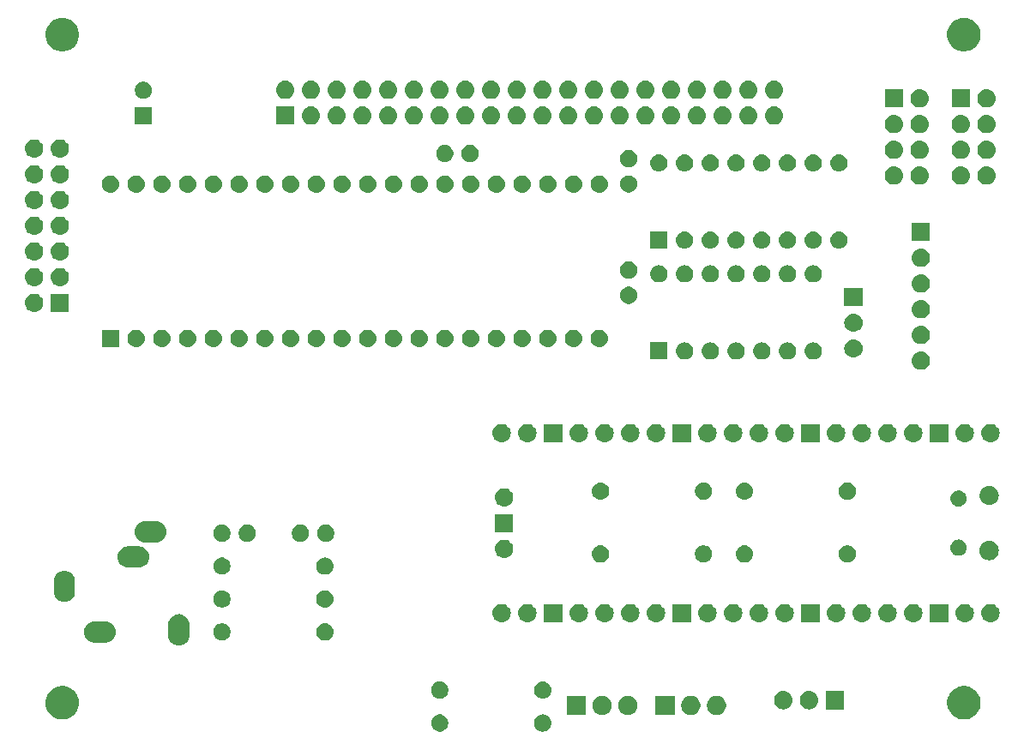
<source format=gbs>
G04 #@! TF.GenerationSoftware,KiCad,Pcbnew,(5.1.4)-1*
G04 #@! TF.CreationDate,2021-08-08T15:03:38+09:00*
G04 #@! TF.ProjectId,KZ80-USBKBD,4b5a3830-2d55-4534-924b-42442e6b6963,rev?*
G04 #@! TF.SameCoordinates,Original*
G04 #@! TF.FileFunction,Soldermask,Bot*
G04 #@! TF.FilePolarity,Negative*
%FSLAX46Y46*%
G04 Gerber Fmt 4.6, Leading zero omitted, Abs format (unit mm)*
G04 Created by KiCad (PCBNEW (5.1.4)-1) date 2021-08-08 15:03:38*
%MOMM*%
%LPD*%
G04 APERTURE LIST*
%ADD10C,0.100000*%
G04 APERTURE END LIST*
D10*
G36*
X145076823Y-125661313D02*
G01*
X145237242Y-125709976D01*
X145304361Y-125745852D01*
X145385078Y-125788996D01*
X145514659Y-125895341D01*
X145621004Y-126024922D01*
X145621005Y-126024924D01*
X145700024Y-126172758D01*
X145748687Y-126333177D01*
X145765117Y-126500000D01*
X145748687Y-126666823D01*
X145700024Y-126827242D01*
X145659477Y-126903100D01*
X145621004Y-126975078D01*
X145514659Y-127104659D01*
X145385078Y-127211004D01*
X145385076Y-127211005D01*
X145237242Y-127290024D01*
X145076823Y-127338687D01*
X144951804Y-127351000D01*
X144868196Y-127351000D01*
X144743177Y-127338687D01*
X144582758Y-127290024D01*
X144434924Y-127211005D01*
X144434922Y-127211004D01*
X144305341Y-127104659D01*
X144198996Y-126975078D01*
X144160523Y-126903100D01*
X144119976Y-126827242D01*
X144071313Y-126666823D01*
X144054883Y-126500000D01*
X144071313Y-126333177D01*
X144119976Y-126172758D01*
X144198995Y-126024924D01*
X144198996Y-126024922D01*
X144305341Y-125895341D01*
X144434922Y-125788996D01*
X144515639Y-125745852D01*
X144582758Y-125709976D01*
X144743177Y-125661313D01*
X144868196Y-125649000D01*
X144951804Y-125649000D01*
X145076823Y-125661313D01*
X145076823Y-125661313D01*
G37*
G36*
X134998228Y-125681703D02*
G01*
X135153100Y-125745853D01*
X135292481Y-125838985D01*
X135411015Y-125957519D01*
X135504147Y-126096900D01*
X135568297Y-126251772D01*
X135601000Y-126416184D01*
X135601000Y-126583816D01*
X135568297Y-126748228D01*
X135504147Y-126903100D01*
X135411015Y-127042481D01*
X135292481Y-127161015D01*
X135153100Y-127254147D01*
X134998228Y-127318297D01*
X134833816Y-127351000D01*
X134666184Y-127351000D01*
X134501772Y-127318297D01*
X134346900Y-127254147D01*
X134207519Y-127161015D01*
X134088985Y-127042481D01*
X133995853Y-126903100D01*
X133931703Y-126748228D01*
X133899000Y-126583816D01*
X133899000Y-126416184D01*
X133931703Y-126251772D01*
X133995853Y-126096900D01*
X134088985Y-125957519D01*
X134207519Y-125838985D01*
X134346900Y-125745853D01*
X134501772Y-125681703D01*
X134666184Y-125649000D01*
X134833816Y-125649000D01*
X134998228Y-125681703D01*
X134998228Y-125681703D01*
G37*
G36*
X97875256Y-122891298D02*
G01*
X97981579Y-122912447D01*
X98282042Y-123036903D01*
X98552451Y-123217585D01*
X98782415Y-123447549D01*
X98816278Y-123498229D01*
X98963098Y-123717960D01*
X98996666Y-123799000D01*
X99087553Y-124018421D01*
X99101530Y-124088687D01*
X99151000Y-124337389D01*
X99151000Y-124662611D01*
X99133022Y-124752991D01*
X99087553Y-124981579D01*
X98963097Y-125282042D01*
X98782415Y-125552451D01*
X98552451Y-125782415D01*
X98282042Y-125963097D01*
X97981579Y-126087553D01*
X97934588Y-126096900D01*
X97662611Y-126151000D01*
X97337389Y-126151000D01*
X97065412Y-126096900D01*
X97018421Y-126087553D01*
X96717958Y-125963097D01*
X96447549Y-125782415D01*
X96217585Y-125552451D01*
X96036903Y-125282042D01*
X95912447Y-124981579D01*
X95866978Y-124752991D01*
X95849000Y-124662611D01*
X95849000Y-124337389D01*
X95898470Y-124088687D01*
X95912447Y-124018421D01*
X96003334Y-123799000D01*
X96036902Y-123717960D01*
X96183722Y-123498229D01*
X96217585Y-123447549D01*
X96447549Y-123217585D01*
X96717958Y-123036903D01*
X97018421Y-122912447D01*
X97124744Y-122891298D01*
X97337389Y-122849000D01*
X97662611Y-122849000D01*
X97875256Y-122891298D01*
X97875256Y-122891298D01*
G37*
G36*
X186875256Y-122891298D02*
G01*
X186981579Y-122912447D01*
X187282042Y-123036903D01*
X187552451Y-123217585D01*
X187782415Y-123447549D01*
X187816278Y-123498229D01*
X187963098Y-123717960D01*
X187996666Y-123799000D01*
X188087553Y-124018421D01*
X188101530Y-124088687D01*
X188151000Y-124337389D01*
X188151000Y-124662611D01*
X188133022Y-124752991D01*
X188087553Y-124981579D01*
X187963097Y-125282042D01*
X187782415Y-125552451D01*
X187552451Y-125782415D01*
X187282042Y-125963097D01*
X186981579Y-126087553D01*
X186934588Y-126096900D01*
X186662611Y-126151000D01*
X186337389Y-126151000D01*
X186065412Y-126096900D01*
X186018421Y-126087553D01*
X185717958Y-125963097D01*
X185447549Y-125782415D01*
X185217585Y-125552451D01*
X185036903Y-125282042D01*
X184912447Y-124981579D01*
X184866978Y-124752991D01*
X184849000Y-124662611D01*
X184849000Y-124337389D01*
X184898470Y-124088687D01*
X184912447Y-124018421D01*
X185003334Y-123799000D01*
X185036902Y-123717960D01*
X185183722Y-123498229D01*
X185217585Y-123447549D01*
X185447549Y-123217585D01*
X185717958Y-123036903D01*
X186018421Y-122912447D01*
X186124744Y-122891298D01*
X186337389Y-122849000D01*
X186662611Y-122849000D01*
X186875256Y-122891298D01*
X186875256Y-122891298D01*
G37*
G36*
X162357395Y-123835546D02*
G01*
X162530466Y-123907234D01*
X162607818Y-123958919D01*
X162686227Y-124011310D01*
X162818690Y-124143773D01*
X162818691Y-124143775D01*
X162922766Y-124299534D01*
X162994454Y-124472605D01*
X163031000Y-124656333D01*
X163031000Y-124843667D01*
X162994454Y-125027395D01*
X162922766Y-125200466D01*
X162922765Y-125200467D01*
X162818690Y-125356227D01*
X162686227Y-125488690D01*
X162607818Y-125541081D01*
X162530466Y-125592766D01*
X162357395Y-125664454D01*
X162173667Y-125701000D01*
X161986333Y-125701000D01*
X161802605Y-125664454D01*
X161629534Y-125592766D01*
X161552182Y-125541081D01*
X161473773Y-125488690D01*
X161341310Y-125356227D01*
X161237235Y-125200467D01*
X161237234Y-125200466D01*
X161165546Y-125027395D01*
X161129000Y-124843667D01*
X161129000Y-124656333D01*
X161165546Y-124472605D01*
X161237234Y-124299534D01*
X161341309Y-124143775D01*
X161341310Y-124143773D01*
X161473773Y-124011310D01*
X161552182Y-123958919D01*
X161629534Y-123907234D01*
X161802605Y-123835546D01*
X161986333Y-123799000D01*
X162173667Y-123799000D01*
X162357395Y-123835546D01*
X162357395Y-123835546D01*
G37*
G36*
X157951000Y-125701000D02*
G01*
X156049000Y-125701000D01*
X156049000Y-123799000D01*
X157951000Y-123799000D01*
X157951000Y-125701000D01*
X157951000Y-125701000D01*
G37*
G36*
X153607395Y-123835546D02*
G01*
X153780466Y-123907234D01*
X153857818Y-123958919D01*
X153936227Y-124011310D01*
X154068690Y-124143773D01*
X154068691Y-124143775D01*
X154172766Y-124299534D01*
X154244454Y-124472605D01*
X154281000Y-124656333D01*
X154281000Y-124843667D01*
X154244454Y-125027395D01*
X154172766Y-125200466D01*
X154172765Y-125200467D01*
X154068690Y-125356227D01*
X153936227Y-125488690D01*
X153857818Y-125541081D01*
X153780466Y-125592766D01*
X153607395Y-125664454D01*
X153423667Y-125701000D01*
X153236333Y-125701000D01*
X153052605Y-125664454D01*
X152879534Y-125592766D01*
X152802182Y-125541081D01*
X152723773Y-125488690D01*
X152591310Y-125356227D01*
X152487235Y-125200467D01*
X152487234Y-125200466D01*
X152415546Y-125027395D01*
X152379000Y-124843667D01*
X152379000Y-124656333D01*
X152415546Y-124472605D01*
X152487234Y-124299534D01*
X152591309Y-124143775D01*
X152591310Y-124143773D01*
X152723773Y-124011310D01*
X152802182Y-123958919D01*
X152879534Y-123907234D01*
X153052605Y-123835546D01*
X153236333Y-123799000D01*
X153423667Y-123799000D01*
X153607395Y-123835546D01*
X153607395Y-123835546D01*
G37*
G36*
X151067395Y-123835546D02*
G01*
X151240466Y-123907234D01*
X151317818Y-123958919D01*
X151396227Y-124011310D01*
X151528690Y-124143773D01*
X151528691Y-124143775D01*
X151632766Y-124299534D01*
X151704454Y-124472605D01*
X151741000Y-124656333D01*
X151741000Y-124843667D01*
X151704454Y-125027395D01*
X151632766Y-125200466D01*
X151632765Y-125200467D01*
X151528690Y-125356227D01*
X151396227Y-125488690D01*
X151317818Y-125541081D01*
X151240466Y-125592766D01*
X151067395Y-125664454D01*
X150883667Y-125701000D01*
X150696333Y-125701000D01*
X150512605Y-125664454D01*
X150339534Y-125592766D01*
X150262182Y-125541081D01*
X150183773Y-125488690D01*
X150051310Y-125356227D01*
X149947235Y-125200467D01*
X149947234Y-125200466D01*
X149875546Y-125027395D01*
X149839000Y-124843667D01*
X149839000Y-124656333D01*
X149875546Y-124472605D01*
X149947234Y-124299534D01*
X150051309Y-124143775D01*
X150051310Y-124143773D01*
X150183773Y-124011310D01*
X150262182Y-123958919D01*
X150339534Y-123907234D01*
X150512605Y-123835546D01*
X150696333Y-123799000D01*
X150883667Y-123799000D01*
X151067395Y-123835546D01*
X151067395Y-123835546D01*
G37*
G36*
X149201000Y-125701000D02*
G01*
X147299000Y-125701000D01*
X147299000Y-123799000D01*
X149201000Y-123799000D01*
X149201000Y-125701000D01*
X149201000Y-125701000D01*
G37*
G36*
X159817395Y-123835546D02*
G01*
X159990466Y-123907234D01*
X160067818Y-123958919D01*
X160146227Y-124011310D01*
X160278690Y-124143773D01*
X160278691Y-124143775D01*
X160382766Y-124299534D01*
X160454454Y-124472605D01*
X160491000Y-124656333D01*
X160491000Y-124843667D01*
X160454454Y-125027395D01*
X160382766Y-125200466D01*
X160382765Y-125200467D01*
X160278690Y-125356227D01*
X160146227Y-125488690D01*
X160067818Y-125541081D01*
X159990466Y-125592766D01*
X159817395Y-125664454D01*
X159633667Y-125701000D01*
X159446333Y-125701000D01*
X159262605Y-125664454D01*
X159089534Y-125592766D01*
X159012182Y-125541081D01*
X158933773Y-125488690D01*
X158801310Y-125356227D01*
X158697235Y-125200467D01*
X158697234Y-125200466D01*
X158625546Y-125027395D01*
X158589000Y-124843667D01*
X158589000Y-124656333D01*
X158625546Y-124472605D01*
X158697234Y-124299534D01*
X158801309Y-124143775D01*
X158801310Y-124143773D01*
X158933773Y-124011310D01*
X159012182Y-123958919D01*
X159089534Y-123907234D01*
X159262605Y-123835546D01*
X159446333Y-123799000D01*
X159633667Y-123799000D01*
X159817395Y-123835546D01*
X159817395Y-123835546D01*
G37*
G36*
X168780443Y-123355519D02*
G01*
X168846627Y-123362037D01*
X169016466Y-123413557D01*
X169172991Y-123497222D01*
X169208729Y-123526552D01*
X169310186Y-123609814D01*
X169393448Y-123711271D01*
X169422778Y-123747009D01*
X169506443Y-123903534D01*
X169557963Y-124073373D01*
X169575359Y-124250000D01*
X169557963Y-124426627D01*
X169506443Y-124596466D01*
X169422778Y-124752991D01*
X169393448Y-124788729D01*
X169310186Y-124890186D01*
X169208729Y-124973448D01*
X169172991Y-125002778D01*
X169016466Y-125086443D01*
X168846627Y-125137963D01*
X168780443Y-125144481D01*
X168714260Y-125151000D01*
X168625740Y-125151000D01*
X168559557Y-125144481D01*
X168493373Y-125137963D01*
X168323534Y-125086443D01*
X168167009Y-125002778D01*
X168131271Y-124973448D01*
X168029814Y-124890186D01*
X167946552Y-124788729D01*
X167917222Y-124752991D01*
X167833557Y-124596466D01*
X167782037Y-124426627D01*
X167764641Y-124250000D01*
X167782037Y-124073373D01*
X167833557Y-123903534D01*
X167917222Y-123747009D01*
X167946552Y-123711271D01*
X168029814Y-123609814D01*
X168131271Y-123526552D01*
X168167009Y-123497222D01*
X168323534Y-123413557D01*
X168493373Y-123362037D01*
X168559557Y-123355519D01*
X168625740Y-123349000D01*
X168714260Y-123349000D01*
X168780443Y-123355519D01*
X168780443Y-123355519D01*
G37*
G36*
X171320443Y-123355519D02*
G01*
X171386627Y-123362037D01*
X171556466Y-123413557D01*
X171712991Y-123497222D01*
X171748729Y-123526552D01*
X171850186Y-123609814D01*
X171933448Y-123711271D01*
X171962778Y-123747009D01*
X172046443Y-123903534D01*
X172097963Y-124073373D01*
X172115359Y-124250000D01*
X172097963Y-124426627D01*
X172046443Y-124596466D01*
X171962778Y-124752991D01*
X171933448Y-124788729D01*
X171850186Y-124890186D01*
X171748729Y-124973448D01*
X171712991Y-125002778D01*
X171556466Y-125086443D01*
X171386627Y-125137963D01*
X171320443Y-125144481D01*
X171254260Y-125151000D01*
X171165740Y-125151000D01*
X171099557Y-125144481D01*
X171033373Y-125137963D01*
X170863534Y-125086443D01*
X170707009Y-125002778D01*
X170671271Y-124973448D01*
X170569814Y-124890186D01*
X170486552Y-124788729D01*
X170457222Y-124752991D01*
X170373557Y-124596466D01*
X170322037Y-124426627D01*
X170304641Y-124250000D01*
X170322037Y-124073373D01*
X170373557Y-123903534D01*
X170457222Y-123747009D01*
X170486552Y-123711271D01*
X170569814Y-123609814D01*
X170671271Y-123526552D01*
X170707009Y-123497222D01*
X170863534Y-123413557D01*
X171033373Y-123362037D01*
X171099557Y-123355519D01*
X171165740Y-123349000D01*
X171254260Y-123349000D01*
X171320443Y-123355519D01*
X171320443Y-123355519D01*
G37*
G36*
X174651000Y-125151000D02*
G01*
X172849000Y-125151000D01*
X172849000Y-123349000D01*
X174651000Y-123349000D01*
X174651000Y-125151000D01*
X174651000Y-125151000D01*
G37*
G36*
X134998228Y-122431703D02*
G01*
X135153100Y-122495853D01*
X135292481Y-122588985D01*
X135411015Y-122707519D01*
X135504147Y-122846900D01*
X135568297Y-123001772D01*
X135601000Y-123166184D01*
X135601000Y-123333816D01*
X135568297Y-123498228D01*
X135504147Y-123653100D01*
X135411015Y-123792481D01*
X135292481Y-123911015D01*
X135153100Y-124004147D01*
X134998228Y-124068297D01*
X134833816Y-124101000D01*
X134666184Y-124101000D01*
X134501772Y-124068297D01*
X134346900Y-124004147D01*
X134207519Y-123911015D01*
X134088985Y-123792481D01*
X133995853Y-123653100D01*
X133931703Y-123498228D01*
X133899000Y-123333816D01*
X133899000Y-123166184D01*
X133931703Y-123001772D01*
X133995853Y-122846900D01*
X134088985Y-122707519D01*
X134207519Y-122588985D01*
X134346900Y-122495853D01*
X134501772Y-122431703D01*
X134666184Y-122399000D01*
X134833816Y-122399000D01*
X134998228Y-122431703D01*
X134998228Y-122431703D01*
G37*
G36*
X145076823Y-122411313D02*
G01*
X145237242Y-122459976D01*
X145304361Y-122495852D01*
X145385078Y-122538996D01*
X145514659Y-122645341D01*
X145621004Y-122774922D01*
X145621005Y-122774924D01*
X145700024Y-122922758D01*
X145748687Y-123083177D01*
X145765117Y-123250000D01*
X145748687Y-123416823D01*
X145700024Y-123577242D01*
X145659477Y-123653100D01*
X145621004Y-123725078D01*
X145514659Y-123854659D01*
X145385078Y-123961004D01*
X145385076Y-123961005D01*
X145237242Y-124040024D01*
X145076823Y-124088687D01*
X144951804Y-124101000D01*
X144868196Y-124101000D01*
X144743177Y-124088687D01*
X144582758Y-124040024D01*
X144434924Y-123961005D01*
X144434922Y-123961004D01*
X144305341Y-123854659D01*
X144198996Y-123725078D01*
X144160523Y-123653100D01*
X144119976Y-123577242D01*
X144071313Y-123416823D01*
X144054883Y-123250000D01*
X144071313Y-123083177D01*
X144119976Y-122922758D01*
X144198995Y-122774924D01*
X144198996Y-122774922D01*
X144305341Y-122645341D01*
X144434922Y-122538996D01*
X144515639Y-122495852D01*
X144582758Y-122459976D01*
X144743177Y-122411313D01*
X144868196Y-122399000D01*
X144951804Y-122399000D01*
X145076823Y-122411313D01*
X145076823Y-122411313D01*
G37*
G36*
X109206031Y-115764207D02*
G01*
X109378834Y-115816627D01*
X109404148Y-115824306D01*
X109470030Y-115859521D01*
X109586729Y-115921897D01*
X109746765Y-116053235D01*
X109878103Y-116213271D01*
X109923939Y-116299025D01*
X109975694Y-116395851D01*
X109975694Y-116395852D01*
X109975695Y-116395854D01*
X110035793Y-116593968D01*
X110035793Y-116593970D01*
X110047219Y-116709975D01*
X110051000Y-116748370D01*
X110051000Y-117851630D01*
X110035793Y-118006032D01*
X110005874Y-118104659D01*
X109975694Y-118204149D01*
X109972029Y-118211005D01*
X109878103Y-118386729D01*
X109746765Y-118546765D01*
X109586729Y-118678103D01*
X109500975Y-118723939D01*
X109404149Y-118775694D01*
X109404146Y-118775695D01*
X109206032Y-118835793D01*
X109000000Y-118856085D01*
X108793969Y-118835793D01*
X108595855Y-118775695D01*
X108595852Y-118775694D01*
X108499026Y-118723939D01*
X108413272Y-118678103D01*
X108253236Y-118546765D01*
X108121898Y-118386729D01*
X108096219Y-118338686D01*
X108024305Y-118204147D01*
X107964207Y-118006030D01*
X107949000Y-117851631D01*
X107949000Y-116748370D01*
X107958787Y-116649000D01*
X107964207Y-116593969D01*
X108024305Y-116395855D01*
X108024306Y-116395852D01*
X108086131Y-116280186D01*
X108121897Y-116213271D01*
X108253235Y-116053235D01*
X108413271Y-115921897D01*
X108499025Y-115876061D01*
X108595851Y-115824306D01*
X108621165Y-115816627D01*
X108793968Y-115764207D01*
X109000000Y-115743915D01*
X109206031Y-115764207D01*
X109206031Y-115764207D01*
G37*
G36*
X101803097Y-116454069D02*
G01*
X101906032Y-116464207D01*
X102104146Y-116524305D01*
X102104149Y-116524306D01*
X102200975Y-116576061D01*
X102286729Y-116621897D01*
X102446765Y-116753235D01*
X102578103Y-116913271D01*
X102601754Y-116957519D01*
X102675694Y-117095851D01*
X102675695Y-117095854D01*
X102735793Y-117293968D01*
X102756085Y-117500000D01*
X102735793Y-117706032D01*
X102699024Y-117827242D01*
X102675694Y-117904149D01*
X102637781Y-117975078D01*
X102578103Y-118086729D01*
X102446765Y-118246765D01*
X102286729Y-118378103D01*
X102200975Y-118423939D01*
X102104149Y-118475694D01*
X102104146Y-118475695D01*
X101906032Y-118535793D01*
X101803097Y-118545931D01*
X101751631Y-118551000D01*
X100648369Y-118551000D01*
X100596903Y-118545931D01*
X100493968Y-118535793D01*
X100295854Y-118475695D01*
X100295851Y-118475694D01*
X100199025Y-118423939D01*
X100113271Y-118378103D01*
X99953235Y-118246765D01*
X99821897Y-118086729D01*
X99762219Y-117975078D01*
X99724306Y-117904149D01*
X99700976Y-117827242D01*
X99664207Y-117706032D01*
X99643915Y-117500000D01*
X99664207Y-117293968D01*
X99724305Y-117095854D01*
X99724306Y-117095851D01*
X99798246Y-116957519D01*
X99821897Y-116913271D01*
X99953235Y-116753235D01*
X100113271Y-116621897D01*
X100199025Y-116576061D01*
X100295851Y-116524306D01*
X100295854Y-116524305D01*
X100493968Y-116464207D01*
X100596903Y-116454069D01*
X100648369Y-116449000D01*
X101751631Y-116449000D01*
X101803097Y-116454069D01*
X101803097Y-116454069D01*
G37*
G36*
X113498228Y-116681703D02*
G01*
X113653100Y-116745853D01*
X113792481Y-116838985D01*
X113911015Y-116957519D01*
X114004147Y-117096900D01*
X114068297Y-117251772D01*
X114101000Y-117416184D01*
X114101000Y-117583816D01*
X114068297Y-117748228D01*
X114004147Y-117903100D01*
X113911015Y-118042481D01*
X113792481Y-118161015D01*
X113653100Y-118254147D01*
X113498228Y-118318297D01*
X113333816Y-118351000D01*
X113166184Y-118351000D01*
X113001772Y-118318297D01*
X112846900Y-118254147D01*
X112707519Y-118161015D01*
X112588985Y-118042481D01*
X112495853Y-117903100D01*
X112431703Y-117748228D01*
X112399000Y-117583816D01*
X112399000Y-117416184D01*
X112431703Y-117251772D01*
X112495853Y-117096900D01*
X112588985Y-116957519D01*
X112707519Y-116838985D01*
X112846900Y-116745853D01*
X113001772Y-116681703D01*
X113166184Y-116649000D01*
X113333816Y-116649000D01*
X113498228Y-116681703D01*
X113498228Y-116681703D01*
G37*
G36*
X123576823Y-116661313D02*
G01*
X123737242Y-116709976D01*
X123869906Y-116780886D01*
X123885078Y-116788996D01*
X124014659Y-116895341D01*
X124121004Y-117024922D01*
X124121005Y-117024924D01*
X124200024Y-117172758D01*
X124248687Y-117333177D01*
X124265117Y-117500000D01*
X124248687Y-117666823D01*
X124200024Y-117827242D01*
X124159477Y-117903100D01*
X124121004Y-117975078D01*
X124014659Y-118104659D01*
X123885078Y-118211004D01*
X123885076Y-118211005D01*
X123737242Y-118290024D01*
X123576823Y-118338687D01*
X123451804Y-118351000D01*
X123368196Y-118351000D01*
X123243177Y-118338687D01*
X123082758Y-118290024D01*
X122934924Y-118211005D01*
X122934922Y-118211004D01*
X122805341Y-118104659D01*
X122698996Y-117975078D01*
X122660523Y-117903100D01*
X122619976Y-117827242D01*
X122571313Y-117666823D01*
X122554883Y-117500000D01*
X122571313Y-117333177D01*
X122619976Y-117172758D01*
X122698995Y-117024924D01*
X122698996Y-117024922D01*
X122805341Y-116895341D01*
X122934922Y-116788996D01*
X122950094Y-116780886D01*
X123082758Y-116709976D01*
X123243177Y-116661313D01*
X123368196Y-116649000D01*
X123451804Y-116649000D01*
X123576823Y-116661313D01*
X123576823Y-116661313D01*
G37*
G36*
X186700442Y-114745518D02*
G01*
X186766627Y-114752037D01*
X186936466Y-114803557D01*
X187092991Y-114887222D01*
X187121983Y-114911015D01*
X187230186Y-114999814D01*
X187303120Y-115088686D01*
X187342778Y-115137009D01*
X187426443Y-115293534D01*
X187477963Y-115463373D01*
X187495359Y-115640000D01*
X187477963Y-115816627D01*
X187426443Y-115986466D01*
X187342778Y-116142991D01*
X187313448Y-116178729D01*
X187230186Y-116280186D01*
X187128729Y-116363448D01*
X187092991Y-116392778D01*
X186936466Y-116476443D01*
X186766627Y-116527963D01*
X186700442Y-116534482D01*
X186634260Y-116541000D01*
X186545740Y-116541000D01*
X186479558Y-116534482D01*
X186413373Y-116527963D01*
X186243534Y-116476443D01*
X186087009Y-116392778D01*
X186051271Y-116363448D01*
X185949814Y-116280186D01*
X185866552Y-116178729D01*
X185837222Y-116142991D01*
X185753557Y-115986466D01*
X185702037Y-115816627D01*
X185684641Y-115640000D01*
X185702037Y-115463373D01*
X185753557Y-115293534D01*
X185837222Y-115137009D01*
X185876880Y-115088686D01*
X185949814Y-114999814D01*
X186058017Y-114911015D01*
X186087009Y-114887222D01*
X186243534Y-114803557D01*
X186413373Y-114752037D01*
X186479558Y-114745518D01*
X186545740Y-114739000D01*
X186634260Y-114739000D01*
X186700442Y-114745518D01*
X186700442Y-114745518D01*
G37*
G36*
X184951000Y-116541000D02*
G01*
X183149000Y-116541000D01*
X183149000Y-114739000D01*
X184951000Y-114739000D01*
X184951000Y-116541000D01*
X184951000Y-116541000D01*
G37*
G36*
X181620442Y-114745518D02*
G01*
X181686627Y-114752037D01*
X181856466Y-114803557D01*
X182012991Y-114887222D01*
X182041983Y-114911015D01*
X182150186Y-114999814D01*
X182223120Y-115088686D01*
X182262778Y-115137009D01*
X182346443Y-115293534D01*
X182397963Y-115463373D01*
X182415359Y-115640000D01*
X182397963Y-115816627D01*
X182346443Y-115986466D01*
X182262778Y-116142991D01*
X182233448Y-116178729D01*
X182150186Y-116280186D01*
X182048729Y-116363448D01*
X182012991Y-116392778D01*
X181856466Y-116476443D01*
X181686627Y-116527963D01*
X181620442Y-116534482D01*
X181554260Y-116541000D01*
X181465740Y-116541000D01*
X181399558Y-116534482D01*
X181333373Y-116527963D01*
X181163534Y-116476443D01*
X181007009Y-116392778D01*
X180971271Y-116363448D01*
X180869814Y-116280186D01*
X180786552Y-116178729D01*
X180757222Y-116142991D01*
X180673557Y-115986466D01*
X180622037Y-115816627D01*
X180604641Y-115640000D01*
X180622037Y-115463373D01*
X180673557Y-115293534D01*
X180757222Y-115137009D01*
X180796880Y-115088686D01*
X180869814Y-114999814D01*
X180978017Y-114911015D01*
X181007009Y-114887222D01*
X181163534Y-114803557D01*
X181333373Y-114752037D01*
X181399558Y-114745518D01*
X181465740Y-114739000D01*
X181554260Y-114739000D01*
X181620442Y-114745518D01*
X181620442Y-114745518D01*
G37*
G36*
X179080442Y-114745518D02*
G01*
X179146627Y-114752037D01*
X179316466Y-114803557D01*
X179472991Y-114887222D01*
X179501983Y-114911015D01*
X179610186Y-114999814D01*
X179683120Y-115088686D01*
X179722778Y-115137009D01*
X179806443Y-115293534D01*
X179857963Y-115463373D01*
X179875359Y-115640000D01*
X179857963Y-115816627D01*
X179806443Y-115986466D01*
X179722778Y-116142991D01*
X179693448Y-116178729D01*
X179610186Y-116280186D01*
X179508729Y-116363448D01*
X179472991Y-116392778D01*
X179316466Y-116476443D01*
X179146627Y-116527963D01*
X179080442Y-116534482D01*
X179014260Y-116541000D01*
X178925740Y-116541000D01*
X178859558Y-116534482D01*
X178793373Y-116527963D01*
X178623534Y-116476443D01*
X178467009Y-116392778D01*
X178431271Y-116363448D01*
X178329814Y-116280186D01*
X178246552Y-116178729D01*
X178217222Y-116142991D01*
X178133557Y-115986466D01*
X178082037Y-115816627D01*
X178064641Y-115640000D01*
X178082037Y-115463373D01*
X178133557Y-115293534D01*
X178217222Y-115137009D01*
X178256880Y-115088686D01*
X178329814Y-114999814D01*
X178438017Y-114911015D01*
X178467009Y-114887222D01*
X178623534Y-114803557D01*
X178793373Y-114752037D01*
X178859558Y-114745518D01*
X178925740Y-114739000D01*
X179014260Y-114739000D01*
X179080442Y-114745518D01*
X179080442Y-114745518D01*
G37*
G36*
X176540442Y-114745518D02*
G01*
X176606627Y-114752037D01*
X176776466Y-114803557D01*
X176932991Y-114887222D01*
X176961983Y-114911015D01*
X177070186Y-114999814D01*
X177143120Y-115088686D01*
X177182778Y-115137009D01*
X177266443Y-115293534D01*
X177317963Y-115463373D01*
X177335359Y-115640000D01*
X177317963Y-115816627D01*
X177266443Y-115986466D01*
X177182778Y-116142991D01*
X177153448Y-116178729D01*
X177070186Y-116280186D01*
X176968729Y-116363448D01*
X176932991Y-116392778D01*
X176776466Y-116476443D01*
X176606627Y-116527963D01*
X176540442Y-116534482D01*
X176474260Y-116541000D01*
X176385740Y-116541000D01*
X176319558Y-116534482D01*
X176253373Y-116527963D01*
X176083534Y-116476443D01*
X175927009Y-116392778D01*
X175891271Y-116363448D01*
X175789814Y-116280186D01*
X175706552Y-116178729D01*
X175677222Y-116142991D01*
X175593557Y-115986466D01*
X175542037Y-115816627D01*
X175524641Y-115640000D01*
X175542037Y-115463373D01*
X175593557Y-115293534D01*
X175677222Y-115137009D01*
X175716880Y-115088686D01*
X175789814Y-114999814D01*
X175898017Y-114911015D01*
X175927009Y-114887222D01*
X176083534Y-114803557D01*
X176253373Y-114752037D01*
X176319558Y-114745518D01*
X176385740Y-114739000D01*
X176474260Y-114739000D01*
X176540442Y-114745518D01*
X176540442Y-114745518D01*
G37*
G36*
X174000442Y-114745518D02*
G01*
X174066627Y-114752037D01*
X174236466Y-114803557D01*
X174392991Y-114887222D01*
X174421983Y-114911015D01*
X174530186Y-114999814D01*
X174603120Y-115088686D01*
X174642778Y-115137009D01*
X174726443Y-115293534D01*
X174777963Y-115463373D01*
X174795359Y-115640000D01*
X174777963Y-115816627D01*
X174726443Y-115986466D01*
X174642778Y-116142991D01*
X174613448Y-116178729D01*
X174530186Y-116280186D01*
X174428729Y-116363448D01*
X174392991Y-116392778D01*
X174236466Y-116476443D01*
X174066627Y-116527963D01*
X174000442Y-116534482D01*
X173934260Y-116541000D01*
X173845740Y-116541000D01*
X173779558Y-116534482D01*
X173713373Y-116527963D01*
X173543534Y-116476443D01*
X173387009Y-116392778D01*
X173351271Y-116363448D01*
X173249814Y-116280186D01*
X173166552Y-116178729D01*
X173137222Y-116142991D01*
X173053557Y-115986466D01*
X173002037Y-115816627D01*
X172984641Y-115640000D01*
X173002037Y-115463373D01*
X173053557Y-115293534D01*
X173137222Y-115137009D01*
X173176880Y-115088686D01*
X173249814Y-114999814D01*
X173358017Y-114911015D01*
X173387009Y-114887222D01*
X173543534Y-114803557D01*
X173713373Y-114752037D01*
X173779558Y-114745518D01*
X173845740Y-114739000D01*
X173934260Y-114739000D01*
X174000442Y-114745518D01*
X174000442Y-114745518D01*
G37*
G36*
X172251000Y-116541000D02*
G01*
X170449000Y-116541000D01*
X170449000Y-114739000D01*
X172251000Y-114739000D01*
X172251000Y-116541000D01*
X172251000Y-116541000D01*
G37*
G36*
X168920442Y-114745518D02*
G01*
X168986627Y-114752037D01*
X169156466Y-114803557D01*
X169312991Y-114887222D01*
X169341983Y-114911015D01*
X169450186Y-114999814D01*
X169523120Y-115088686D01*
X169562778Y-115137009D01*
X169646443Y-115293534D01*
X169697963Y-115463373D01*
X169715359Y-115640000D01*
X169697963Y-115816627D01*
X169646443Y-115986466D01*
X169562778Y-116142991D01*
X169533448Y-116178729D01*
X169450186Y-116280186D01*
X169348729Y-116363448D01*
X169312991Y-116392778D01*
X169156466Y-116476443D01*
X168986627Y-116527963D01*
X168920442Y-116534482D01*
X168854260Y-116541000D01*
X168765740Y-116541000D01*
X168699558Y-116534482D01*
X168633373Y-116527963D01*
X168463534Y-116476443D01*
X168307009Y-116392778D01*
X168271271Y-116363448D01*
X168169814Y-116280186D01*
X168086552Y-116178729D01*
X168057222Y-116142991D01*
X167973557Y-115986466D01*
X167922037Y-115816627D01*
X167904641Y-115640000D01*
X167922037Y-115463373D01*
X167973557Y-115293534D01*
X168057222Y-115137009D01*
X168096880Y-115088686D01*
X168169814Y-114999814D01*
X168278017Y-114911015D01*
X168307009Y-114887222D01*
X168463534Y-114803557D01*
X168633373Y-114752037D01*
X168699558Y-114745518D01*
X168765740Y-114739000D01*
X168854260Y-114739000D01*
X168920442Y-114745518D01*
X168920442Y-114745518D01*
G37*
G36*
X166380442Y-114745518D02*
G01*
X166446627Y-114752037D01*
X166616466Y-114803557D01*
X166772991Y-114887222D01*
X166801983Y-114911015D01*
X166910186Y-114999814D01*
X166983120Y-115088686D01*
X167022778Y-115137009D01*
X167106443Y-115293534D01*
X167157963Y-115463373D01*
X167175359Y-115640000D01*
X167157963Y-115816627D01*
X167106443Y-115986466D01*
X167022778Y-116142991D01*
X166993448Y-116178729D01*
X166910186Y-116280186D01*
X166808729Y-116363448D01*
X166772991Y-116392778D01*
X166616466Y-116476443D01*
X166446627Y-116527963D01*
X166380442Y-116534482D01*
X166314260Y-116541000D01*
X166225740Y-116541000D01*
X166159558Y-116534482D01*
X166093373Y-116527963D01*
X165923534Y-116476443D01*
X165767009Y-116392778D01*
X165731271Y-116363448D01*
X165629814Y-116280186D01*
X165546552Y-116178729D01*
X165517222Y-116142991D01*
X165433557Y-115986466D01*
X165382037Y-115816627D01*
X165364641Y-115640000D01*
X165382037Y-115463373D01*
X165433557Y-115293534D01*
X165517222Y-115137009D01*
X165556880Y-115088686D01*
X165629814Y-114999814D01*
X165738017Y-114911015D01*
X165767009Y-114887222D01*
X165923534Y-114803557D01*
X166093373Y-114752037D01*
X166159558Y-114745518D01*
X166225740Y-114739000D01*
X166314260Y-114739000D01*
X166380442Y-114745518D01*
X166380442Y-114745518D01*
G37*
G36*
X163840442Y-114745518D02*
G01*
X163906627Y-114752037D01*
X164076466Y-114803557D01*
X164232991Y-114887222D01*
X164261983Y-114911015D01*
X164370186Y-114999814D01*
X164443120Y-115088686D01*
X164482778Y-115137009D01*
X164566443Y-115293534D01*
X164617963Y-115463373D01*
X164635359Y-115640000D01*
X164617963Y-115816627D01*
X164566443Y-115986466D01*
X164482778Y-116142991D01*
X164453448Y-116178729D01*
X164370186Y-116280186D01*
X164268729Y-116363448D01*
X164232991Y-116392778D01*
X164076466Y-116476443D01*
X163906627Y-116527963D01*
X163840442Y-116534482D01*
X163774260Y-116541000D01*
X163685740Y-116541000D01*
X163619558Y-116534482D01*
X163553373Y-116527963D01*
X163383534Y-116476443D01*
X163227009Y-116392778D01*
X163191271Y-116363448D01*
X163089814Y-116280186D01*
X163006552Y-116178729D01*
X162977222Y-116142991D01*
X162893557Y-115986466D01*
X162842037Y-115816627D01*
X162824641Y-115640000D01*
X162842037Y-115463373D01*
X162893557Y-115293534D01*
X162977222Y-115137009D01*
X163016880Y-115088686D01*
X163089814Y-114999814D01*
X163198017Y-114911015D01*
X163227009Y-114887222D01*
X163383534Y-114803557D01*
X163553373Y-114752037D01*
X163619558Y-114745518D01*
X163685740Y-114739000D01*
X163774260Y-114739000D01*
X163840442Y-114745518D01*
X163840442Y-114745518D01*
G37*
G36*
X159551000Y-116541000D02*
G01*
X157749000Y-116541000D01*
X157749000Y-114739000D01*
X159551000Y-114739000D01*
X159551000Y-116541000D01*
X159551000Y-116541000D01*
G37*
G36*
X161300442Y-114745518D02*
G01*
X161366627Y-114752037D01*
X161536466Y-114803557D01*
X161692991Y-114887222D01*
X161721983Y-114911015D01*
X161830186Y-114999814D01*
X161903120Y-115088686D01*
X161942778Y-115137009D01*
X162026443Y-115293534D01*
X162077963Y-115463373D01*
X162095359Y-115640000D01*
X162077963Y-115816627D01*
X162026443Y-115986466D01*
X161942778Y-116142991D01*
X161913448Y-116178729D01*
X161830186Y-116280186D01*
X161728729Y-116363448D01*
X161692991Y-116392778D01*
X161536466Y-116476443D01*
X161366627Y-116527963D01*
X161300442Y-116534482D01*
X161234260Y-116541000D01*
X161145740Y-116541000D01*
X161079558Y-116534482D01*
X161013373Y-116527963D01*
X160843534Y-116476443D01*
X160687009Y-116392778D01*
X160651271Y-116363448D01*
X160549814Y-116280186D01*
X160466552Y-116178729D01*
X160437222Y-116142991D01*
X160353557Y-115986466D01*
X160302037Y-115816627D01*
X160284641Y-115640000D01*
X160302037Y-115463373D01*
X160353557Y-115293534D01*
X160437222Y-115137009D01*
X160476880Y-115088686D01*
X160549814Y-114999814D01*
X160658017Y-114911015D01*
X160687009Y-114887222D01*
X160843534Y-114803557D01*
X161013373Y-114752037D01*
X161079558Y-114745518D01*
X161145740Y-114739000D01*
X161234260Y-114739000D01*
X161300442Y-114745518D01*
X161300442Y-114745518D01*
G37*
G36*
X189240442Y-114745518D02*
G01*
X189306627Y-114752037D01*
X189476466Y-114803557D01*
X189632991Y-114887222D01*
X189661983Y-114911015D01*
X189770186Y-114999814D01*
X189843120Y-115088686D01*
X189882778Y-115137009D01*
X189966443Y-115293534D01*
X190017963Y-115463373D01*
X190035359Y-115640000D01*
X190017963Y-115816627D01*
X189966443Y-115986466D01*
X189882778Y-116142991D01*
X189853448Y-116178729D01*
X189770186Y-116280186D01*
X189668729Y-116363448D01*
X189632991Y-116392778D01*
X189476466Y-116476443D01*
X189306627Y-116527963D01*
X189240442Y-116534482D01*
X189174260Y-116541000D01*
X189085740Y-116541000D01*
X189019558Y-116534482D01*
X188953373Y-116527963D01*
X188783534Y-116476443D01*
X188627009Y-116392778D01*
X188591271Y-116363448D01*
X188489814Y-116280186D01*
X188406552Y-116178729D01*
X188377222Y-116142991D01*
X188293557Y-115986466D01*
X188242037Y-115816627D01*
X188224641Y-115640000D01*
X188242037Y-115463373D01*
X188293557Y-115293534D01*
X188377222Y-115137009D01*
X188416880Y-115088686D01*
X188489814Y-114999814D01*
X188598017Y-114911015D01*
X188627009Y-114887222D01*
X188783534Y-114803557D01*
X188953373Y-114752037D01*
X189019558Y-114745518D01*
X189085740Y-114739000D01*
X189174260Y-114739000D01*
X189240442Y-114745518D01*
X189240442Y-114745518D01*
G37*
G36*
X140980442Y-114745518D02*
G01*
X141046627Y-114752037D01*
X141216466Y-114803557D01*
X141372991Y-114887222D01*
X141401983Y-114911015D01*
X141510186Y-114999814D01*
X141583120Y-115088686D01*
X141622778Y-115137009D01*
X141706443Y-115293534D01*
X141757963Y-115463373D01*
X141775359Y-115640000D01*
X141757963Y-115816627D01*
X141706443Y-115986466D01*
X141622778Y-116142991D01*
X141593448Y-116178729D01*
X141510186Y-116280186D01*
X141408729Y-116363448D01*
X141372991Y-116392778D01*
X141216466Y-116476443D01*
X141046627Y-116527963D01*
X140980442Y-116534482D01*
X140914260Y-116541000D01*
X140825740Y-116541000D01*
X140759558Y-116534482D01*
X140693373Y-116527963D01*
X140523534Y-116476443D01*
X140367009Y-116392778D01*
X140331271Y-116363448D01*
X140229814Y-116280186D01*
X140146552Y-116178729D01*
X140117222Y-116142991D01*
X140033557Y-115986466D01*
X139982037Y-115816627D01*
X139964641Y-115640000D01*
X139982037Y-115463373D01*
X140033557Y-115293534D01*
X140117222Y-115137009D01*
X140156880Y-115088686D01*
X140229814Y-114999814D01*
X140338017Y-114911015D01*
X140367009Y-114887222D01*
X140523534Y-114803557D01*
X140693373Y-114752037D01*
X140759558Y-114745518D01*
X140825740Y-114739000D01*
X140914260Y-114739000D01*
X140980442Y-114745518D01*
X140980442Y-114745518D01*
G37*
G36*
X143520442Y-114745518D02*
G01*
X143586627Y-114752037D01*
X143756466Y-114803557D01*
X143912991Y-114887222D01*
X143941983Y-114911015D01*
X144050186Y-114999814D01*
X144123120Y-115088686D01*
X144162778Y-115137009D01*
X144246443Y-115293534D01*
X144297963Y-115463373D01*
X144315359Y-115640000D01*
X144297963Y-115816627D01*
X144246443Y-115986466D01*
X144162778Y-116142991D01*
X144133448Y-116178729D01*
X144050186Y-116280186D01*
X143948729Y-116363448D01*
X143912991Y-116392778D01*
X143756466Y-116476443D01*
X143586627Y-116527963D01*
X143520442Y-116534482D01*
X143454260Y-116541000D01*
X143365740Y-116541000D01*
X143299558Y-116534482D01*
X143233373Y-116527963D01*
X143063534Y-116476443D01*
X142907009Y-116392778D01*
X142871271Y-116363448D01*
X142769814Y-116280186D01*
X142686552Y-116178729D01*
X142657222Y-116142991D01*
X142573557Y-115986466D01*
X142522037Y-115816627D01*
X142504641Y-115640000D01*
X142522037Y-115463373D01*
X142573557Y-115293534D01*
X142657222Y-115137009D01*
X142696880Y-115088686D01*
X142769814Y-114999814D01*
X142878017Y-114911015D01*
X142907009Y-114887222D01*
X143063534Y-114803557D01*
X143233373Y-114752037D01*
X143299558Y-114745518D01*
X143365740Y-114739000D01*
X143454260Y-114739000D01*
X143520442Y-114745518D01*
X143520442Y-114745518D01*
G37*
G36*
X146851000Y-116541000D02*
G01*
X145049000Y-116541000D01*
X145049000Y-114739000D01*
X146851000Y-114739000D01*
X146851000Y-116541000D01*
X146851000Y-116541000D01*
G37*
G36*
X148600442Y-114745518D02*
G01*
X148666627Y-114752037D01*
X148836466Y-114803557D01*
X148992991Y-114887222D01*
X149021983Y-114911015D01*
X149130186Y-114999814D01*
X149203120Y-115088686D01*
X149242778Y-115137009D01*
X149326443Y-115293534D01*
X149377963Y-115463373D01*
X149395359Y-115640000D01*
X149377963Y-115816627D01*
X149326443Y-115986466D01*
X149242778Y-116142991D01*
X149213448Y-116178729D01*
X149130186Y-116280186D01*
X149028729Y-116363448D01*
X148992991Y-116392778D01*
X148836466Y-116476443D01*
X148666627Y-116527963D01*
X148600442Y-116534482D01*
X148534260Y-116541000D01*
X148445740Y-116541000D01*
X148379558Y-116534482D01*
X148313373Y-116527963D01*
X148143534Y-116476443D01*
X147987009Y-116392778D01*
X147951271Y-116363448D01*
X147849814Y-116280186D01*
X147766552Y-116178729D01*
X147737222Y-116142991D01*
X147653557Y-115986466D01*
X147602037Y-115816627D01*
X147584641Y-115640000D01*
X147602037Y-115463373D01*
X147653557Y-115293534D01*
X147737222Y-115137009D01*
X147776880Y-115088686D01*
X147849814Y-114999814D01*
X147958017Y-114911015D01*
X147987009Y-114887222D01*
X148143534Y-114803557D01*
X148313373Y-114752037D01*
X148379558Y-114745518D01*
X148445740Y-114739000D01*
X148534260Y-114739000D01*
X148600442Y-114745518D01*
X148600442Y-114745518D01*
G37*
G36*
X151140442Y-114745518D02*
G01*
X151206627Y-114752037D01*
X151376466Y-114803557D01*
X151532991Y-114887222D01*
X151561983Y-114911015D01*
X151670186Y-114999814D01*
X151743120Y-115088686D01*
X151782778Y-115137009D01*
X151866443Y-115293534D01*
X151917963Y-115463373D01*
X151935359Y-115640000D01*
X151917963Y-115816627D01*
X151866443Y-115986466D01*
X151782778Y-116142991D01*
X151753448Y-116178729D01*
X151670186Y-116280186D01*
X151568729Y-116363448D01*
X151532991Y-116392778D01*
X151376466Y-116476443D01*
X151206627Y-116527963D01*
X151140442Y-116534482D01*
X151074260Y-116541000D01*
X150985740Y-116541000D01*
X150919558Y-116534482D01*
X150853373Y-116527963D01*
X150683534Y-116476443D01*
X150527009Y-116392778D01*
X150491271Y-116363448D01*
X150389814Y-116280186D01*
X150306552Y-116178729D01*
X150277222Y-116142991D01*
X150193557Y-115986466D01*
X150142037Y-115816627D01*
X150124641Y-115640000D01*
X150142037Y-115463373D01*
X150193557Y-115293534D01*
X150277222Y-115137009D01*
X150316880Y-115088686D01*
X150389814Y-114999814D01*
X150498017Y-114911015D01*
X150527009Y-114887222D01*
X150683534Y-114803557D01*
X150853373Y-114752037D01*
X150919558Y-114745518D01*
X150985740Y-114739000D01*
X151074260Y-114739000D01*
X151140442Y-114745518D01*
X151140442Y-114745518D01*
G37*
G36*
X153680442Y-114745518D02*
G01*
X153746627Y-114752037D01*
X153916466Y-114803557D01*
X154072991Y-114887222D01*
X154101983Y-114911015D01*
X154210186Y-114999814D01*
X154283120Y-115088686D01*
X154322778Y-115137009D01*
X154406443Y-115293534D01*
X154457963Y-115463373D01*
X154475359Y-115640000D01*
X154457963Y-115816627D01*
X154406443Y-115986466D01*
X154322778Y-116142991D01*
X154293448Y-116178729D01*
X154210186Y-116280186D01*
X154108729Y-116363448D01*
X154072991Y-116392778D01*
X153916466Y-116476443D01*
X153746627Y-116527963D01*
X153680442Y-116534482D01*
X153614260Y-116541000D01*
X153525740Y-116541000D01*
X153459558Y-116534482D01*
X153393373Y-116527963D01*
X153223534Y-116476443D01*
X153067009Y-116392778D01*
X153031271Y-116363448D01*
X152929814Y-116280186D01*
X152846552Y-116178729D01*
X152817222Y-116142991D01*
X152733557Y-115986466D01*
X152682037Y-115816627D01*
X152664641Y-115640000D01*
X152682037Y-115463373D01*
X152733557Y-115293534D01*
X152817222Y-115137009D01*
X152856880Y-115088686D01*
X152929814Y-114999814D01*
X153038017Y-114911015D01*
X153067009Y-114887222D01*
X153223534Y-114803557D01*
X153393373Y-114752037D01*
X153459558Y-114745518D01*
X153525740Y-114739000D01*
X153614260Y-114739000D01*
X153680442Y-114745518D01*
X153680442Y-114745518D01*
G37*
G36*
X156220442Y-114745518D02*
G01*
X156286627Y-114752037D01*
X156456466Y-114803557D01*
X156612991Y-114887222D01*
X156641983Y-114911015D01*
X156750186Y-114999814D01*
X156823120Y-115088686D01*
X156862778Y-115137009D01*
X156946443Y-115293534D01*
X156997963Y-115463373D01*
X157015359Y-115640000D01*
X156997963Y-115816627D01*
X156946443Y-115986466D01*
X156862778Y-116142991D01*
X156833448Y-116178729D01*
X156750186Y-116280186D01*
X156648729Y-116363448D01*
X156612991Y-116392778D01*
X156456466Y-116476443D01*
X156286627Y-116527963D01*
X156220442Y-116534482D01*
X156154260Y-116541000D01*
X156065740Y-116541000D01*
X155999558Y-116534482D01*
X155933373Y-116527963D01*
X155763534Y-116476443D01*
X155607009Y-116392778D01*
X155571271Y-116363448D01*
X155469814Y-116280186D01*
X155386552Y-116178729D01*
X155357222Y-116142991D01*
X155273557Y-115986466D01*
X155222037Y-115816627D01*
X155204641Y-115640000D01*
X155222037Y-115463373D01*
X155273557Y-115293534D01*
X155357222Y-115137009D01*
X155396880Y-115088686D01*
X155469814Y-114999814D01*
X155578017Y-114911015D01*
X155607009Y-114887222D01*
X155763534Y-114803557D01*
X155933373Y-114752037D01*
X155999558Y-114745518D01*
X156065740Y-114739000D01*
X156154260Y-114739000D01*
X156220442Y-114745518D01*
X156220442Y-114745518D01*
G37*
G36*
X123576823Y-113411313D02*
G01*
X123737242Y-113459976D01*
X123804361Y-113495852D01*
X123885078Y-113538996D01*
X124014659Y-113645341D01*
X124121004Y-113774922D01*
X124121005Y-113774924D01*
X124200024Y-113922758D01*
X124248687Y-114083177D01*
X124265117Y-114250000D01*
X124248687Y-114416823D01*
X124200024Y-114577242D01*
X124159477Y-114653100D01*
X124121004Y-114725078D01*
X124014659Y-114854659D01*
X123885078Y-114961004D01*
X123885076Y-114961005D01*
X123737242Y-115040024D01*
X123576823Y-115088687D01*
X123451804Y-115101000D01*
X123368196Y-115101000D01*
X123243177Y-115088687D01*
X123082758Y-115040024D01*
X122934924Y-114961005D01*
X122934922Y-114961004D01*
X122805341Y-114854659D01*
X122698996Y-114725078D01*
X122660523Y-114653100D01*
X122619976Y-114577242D01*
X122571313Y-114416823D01*
X122554883Y-114250000D01*
X122571313Y-114083177D01*
X122619976Y-113922758D01*
X122698995Y-113774924D01*
X122698996Y-113774922D01*
X122805341Y-113645341D01*
X122934922Y-113538996D01*
X123015639Y-113495852D01*
X123082758Y-113459976D01*
X123243177Y-113411313D01*
X123368196Y-113399000D01*
X123451804Y-113399000D01*
X123576823Y-113411313D01*
X123576823Y-113411313D01*
G37*
G36*
X113498228Y-113431703D02*
G01*
X113653100Y-113495853D01*
X113792481Y-113588985D01*
X113911015Y-113707519D01*
X114004147Y-113846900D01*
X114068297Y-114001772D01*
X114101000Y-114166184D01*
X114101000Y-114333816D01*
X114068297Y-114498228D01*
X114004147Y-114653100D01*
X113911015Y-114792481D01*
X113792481Y-114911015D01*
X113653100Y-115004147D01*
X113498228Y-115068297D01*
X113333816Y-115101000D01*
X113166184Y-115101000D01*
X113001772Y-115068297D01*
X112846900Y-115004147D01*
X112707519Y-114911015D01*
X112588985Y-114792481D01*
X112495853Y-114653100D01*
X112431703Y-114498228D01*
X112399000Y-114333816D01*
X112399000Y-114166184D01*
X112431703Y-114001772D01*
X112495853Y-113846900D01*
X112588985Y-113707519D01*
X112707519Y-113588985D01*
X112846900Y-113495853D01*
X113001772Y-113431703D01*
X113166184Y-113399000D01*
X113333816Y-113399000D01*
X113498228Y-113431703D01*
X113498228Y-113431703D01*
G37*
G36*
X97906031Y-111464207D02*
G01*
X98104145Y-111524305D01*
X98104148Y-111524306D01*
X98170030Y-111559521D01*
X98286729Y-111621897D01*
X98446765Y-111753235D01*
X98578103Y-111913271D01*
X98578104Y-111913273D01*
X98675694Y-112095851D01*
X98675694Y-112095852D01*
X98675695Y-112095854D01*
X98735793Y-112293968D01*
X98751000Y-112448370D01*
X98751000Y-113551630D01*
X98735793Y-113706032D01*
X98675695Y-113904146D01*
X98675694Y-113904149D01*
X98623939Y-114000975D01*
X98578103Y-114086729D01*
X98446765Y-114246765D01*
X98286729Y-114378103D01*
X98214288Y-114416823D01*
X98104149Y-114475694D01*
X98104146Y-114475695D01*
X97906032Y-114535793D01*
X97700000Y-114556085D01*
X97493969Y-114535793D01*
X97295855Y-114475695D01*
X97295852Y-114475694D01*
X97185713Y-114416823D01*
X97113272Y-114378103D01*
X96953236Y-114246765D01*
X96821898Y-114086729D01*
X96799184Y-114044235D01*
X96724305Y-113904147D01*
X96664207Y-113706030D01*
X96649000Y-113551631D01*
X96649000Y-112448370D01*
X96664207Y-112293971D01*
X96664207Y-112293969D01*
X96724305Y-112095855D01*
X96724306Y-112095852D01*
X96759521Y-112029970D01*
X96821897Y-111913271D01*
X96953235Y-111753235D01*
X97113271Y-111621897D01*
X97199025Y-111576061D01*
X97295851Y-111524306D01*
X97295854Y-111524305D01*
X97493968Y-111464207D01*
X97700000Y-111443915D01*
X97906031Y-111464207D01*
X97906031Y-111464207D01*
G37*
G36*
X113498228Y-110181703D02*
G01*
X113653100Y-110245853D01*
X113792481Y-110338985D01*
X113911015Y-110457519D01*
X114004147Y-110596900D01*
X114068297Y-110751772D01*
X114101000Y-110916184D01*
X114101000Y-111083816D01*
X114068297Y-111248228D01*
X114004147Y-111403100D01*
X113911015Y-111542481D01*
X113792481Y-111661015D01*
X113653100Y-111754147D01*
X113498228Y-111818297D01*
X113333816Y-111851000D01*
X113166184Y-111851000D01*
X113001772Y-111818297D01*
X112846900Y-111754147D01*
X112707519Y-111661015D01*
X112588985Y-111542481D01*
X112495853Y-111403100D01*
X112431703Y-111248228D01*
X112399000Y-111083816D01*
X112399000Y-110916184D01*
X112431703Y-110751772D01*
X112495853Y-110596900D01*
X112588985Y-110457519D01*
X112707519Y-110338985D01*
X112846900Y-110245853D01*
X113001772Y-110181703D01*
X113166184Y-110149000D01*
X113333816Y-110149000D01*
X113498228Y-110181703D01*
X113498228Y-110181703D01*
G37*
G36*
X123576823Y-110161313D02*
G01*
X123737242Y-110209976D01*
X123848704Y-110269554D01*
X123885078Y-110288996D01*
X124014659Y-110395341D01*
X124121004Y-110524922D01*
X124121005Y-110524924D01*
X124200024Y-110672758D01*
X124248687Y-110833177D01*
X124265117Y-111000000D01*
X124248687Y-111166823D01*
X124200024Y-111327242D01*
X124159477Y-111403100D01*
X124121004Y-111475078D01*
X124014659Y-111604659D01*
X123885078Y-111711004D01*
X123885076Y-111711005D01*
X123737242Y-111790024D01*
X123576823Y-111838687D01*
X123451804Y-111851000D01*
X123368196Y-111851000D01*
X123243177Y-111838687D01*
X123082758Y-111790024D01*
X122934924Y-111711005D01*
X122934922Y-111711004D01*
X122805341Y-111604659D01*
X122698996Y-111475078D01*
X122660523Y-111403100D01*
X122619976Y-111327242D01*
X122571313Y-111166823D01*
X122554883Y-111000000D01*
X122571313Y-110833177D01*
X122619976Y-110672758D01*
X122698995Y-110524924D01*
X122698996Y-110524922D01*
X122805341Y-110395341D01*
X122934922Y-110288996D01*
X122971296Y-110269554D01*
X123082758Y-110209976D01*
X123243177Y-110161313D01*
X123368196Y-110149000D01*
X123451804Y-110149000D01*
X123576823Y-110161313D01*
X123576823Y-110161313D01*
G37*
G36*
X105103097Y-109054069D02*
G01*
X105206032Y-109064207D01*
X105404146Y-109124305D01*
X105404149Y-109124306D01*
X105431611Y-109138985D01*
X105586729Y-109221897D01*
X105746765Y-109353235D01*
X105878103Y-109513271D01*
X105898682Y-109551772D01*
X105975694Y-109695851D01*
X105975695Y-109695854D01*
X106035793Y-109893968D01*
X106056085Y-110100000D01*
X106035793Y-110306032D01*
X105989839Y-110457519D01*
X105975694Y-110504149D01*
X105964589Y-110524924D01*
X105878103Y-110686729D01*
X105746765Y-110846765D01*
X105586729Y-110978103D01*
X105545762Y-111000000D01*
X105404149Y-111075694D01*
X105404146Y-111075695D01*
X105206032Y-111135793D01*
X105103097Y-111145931D01*
X105051631Y-111151000D01*
X103948369Y-111151000D01*
X103896903Y-111145931D01*
X103793968Y-111135793D01*
X103595854Y-111075695D01*
X103595851Y-111075694D01*
X103454238Y-111000000D01*
X103413271Y-110978103D01*
X103253235Y-110846765D01*
X103121897Y-110686729D01*
X103035411Y-110524924D01*
X103024306Y-110504149D01*
X103010161Y-110457519D01*
X102964207Y-110306032D01*
X102943915Y-110100000D01*
X102964207Y-109893968D01*
X103024305Y-109695854D01*
X103024306Y-109695851D01*
X103101318Y-109551772D01*
X103121897Y-109513271D01*
X103253235Y-109353235D01*
X103413271Y-109221897D01*
X103568389Y-109138985D01*
X103595851Y-109124306D01*
X103595854Y-109124305D01*
X103793968Y-109064207D01*
X103896903Y-109054069D01*
X103948369Y-109049000D01*
X105051631Y-109049000D01*
X105103097Y-109054069D01*
X105103097Y-109054069D01*
G37*
G36*
X150806823Y-108961313D02*
G01*
X150967242Y-109009976D01*
X151068701Y-109064207D01*
X151115078Y-109088996D01*
X151244659Y-109195341D01*
X151351004Y-109324922D01*
X151359114Y-109340094D01*
X151430024Y-109472758D01*
X151478687Y-109633177D01*
X151495117Y-109800000D01*
X151478687Y-109966823D01*
X151430024Y-110127242D01*
X151366626Y-110245852D01*
X151351004Y-110275078D01*
X151244659Y-110404659D01*
X151115078Y-110511004D01*
X151115076Y-110511005D01*
X150967242Y-110590024D01*
X150806823Y-110638687D01*
X150681804Y-110651000D01*
X150598196Y-110651000D01*
X150473177Y-110638687D01*
X150312758Y-110590024D01*
X150164924Y-110511005D01*
X150164922Y-110511004D01*
X150035341Y-110404659D01*
X149928996Y-110275078D01*
X149913374Y-110245852D01*
X149849976Y-110127242D01*
X149801313Y-109966823D01*
X149784883Y-109800000D01*
X149801313Y-109633177D01*
X149849976Y-109472758D01*
X149920886Y-109340094D01*
X149928996Y-109324922D01*
X150035341Y-109195341D01*
X150164922Y-109088996D01*
X150211299Y-109064207D01*
X150312758Y-109009976D01*
X150473177Y-108961313D01*
X150598196Y-108949000D01*
X150681804Y-108949000D01*
X150806823Y-108961313D01*
X150806823Y-108961313D01*
G37*
G36*
X165006823Y-108961313D02*
G01*
X165167242Y-109009976D01*
X165268701Y-109064207D01*
X165315078Y-109088996D01*
X165444659Y-109195341D01*
X165551004Y-109324922D01*
X165559114Y-109340094D01*
X165630024Y-109472758D01*
X165678687Y-109633177D01*
X165695117Y-109800000D01*
X165678687Y-109966823D01*
X165630024Y-110127242D01*
X165566626Y-110245852D01*
X165551004Y-110275078D01*
X165444659Y-110404659D01*
X165315078Y-110511004D01*
X165315076Y-110511005D01*
X165167242Y-110590024D01*
X165006823Y-110638687D01*
X164881804Y-110651000D01*
X164798196Y-110651000D01*
X164673177Y-110638687D01*
X164512758Y-110590024D01*
X164364924Y-110511005D01*
X164364922Y-110511004D01*
X164235341Y-110404659D01*
X164128996Y-110275078D01*
X164113374Y-110245852D01*
X164049976Y-110127242D01*
X164001313Y-109966823D01*
X163984883Y-109800000D01*
X164001313Y-109633177D01*
X164049976Y-109472758D01*
X164120886Y-109340094D01*
X164128996Y-109324922D01*
X164235341Y-109195341D01*
X164364922Y-109088996D01*
X164411299Y-109064207D01*
X164512758Y-109009976D01*
X164673177Y-108961313D01*
X164798196Y-108949000D01*
X164881804Y-108949000D01*
X165006823Y-108961313D01*
X165006823Y-108961313D01*
G37*
G36*
X175248228Y-108981703D02*
G01*
X175403100Y-109045853D01*
X175542481Y-109138985D01*
X175661015Y-109257519D01*
X175754147Y-109396900D01*
X175818297Y-109551772D01*
X175851000Y-109716184D01*
X175851000Y-109883816D01*
X175818297Y-110048228D01*
X175754147Y-110203100D01*
X175661015Y-110342481D01*
X175542481Y-110461015D01*
X175403100Y-110554147D01*
X175248228Y-110618297D01*
X175083816Y-110651000D01*
X174916184Y-110651000D01*
X174751772Y-110618297D01*
X174596900Y-110554147D01*
X174457519Y-110461015D01*
X174338985Y-110342481D01*
X174245853Y-110203100D01*
X174181703Y-110048228D01*
X174149000Y-109883816D01*
X174149000Y-109716184D01*
X174181703Y-109551772D01*
X174245853Y-109396900D01*
X174338985Y-109257519D01*
X174457519Y-109138985D01*
X174596900Y-109045853D01*
X174751772Y-108981703D01*
X174916184Y-108949000D01*
X175083816Y-108949000D01*
X175248228Y-108981703D01*
X175248228Y-108981703D01*
G37*
G36*
X161048228Y-108981703D02*
G01*
X161203100Y-109045853D01*
X161342481Y-109138985D01*
X161461015Y-109257519D01*
X161554147Y-109396900D01*
X161618297Y-109551772D01*
X161651000Y-109716184D01*
X161651000Y-109883816D01*
X161618297Y-110048228D01*
X161554147Y-110203100D01*
X161461015Y-110342481D01*
X161342481Y-110461015D01*
X161203100Y-110554147D01*
X161048228Y-110618297D01*
X160883816Y-110651000D01*
X160716184Y-110651000D01*
X160551772Y-110618297D01*
X160396900Y-110554147D01*
X160257519Y-110461015D01*
X160138985Y-110342481D01*
X160045853Y-110203100D01*
X159981703Y-110048228D01*
X159949000Y-109883816D01*
X159949000Y-109716184D01*
X159981703Y-109551772D01*
X160045853Y-109396900D01*
X160138985Y-109257519D01*
X160257519Y-109138985D01*
X160396900Y-109045853D01*
X160551772Y-108981703D01*
X160716184Y-108949000D01*
X160883816Y-108949000D01*
X161048228Y-108981703D01*
X161048228Y-108981703D01*
G37*
G36*
X189186425Y-108537760D02*
G01*
X189186428Y-108537761D01*
X189186429Y-108537761D01*
X189365693Y-108592140D01*
X189365696Y-108592142D01*
X189365697Y-108592142D01*
X189530903Y-108680446D01*
X189675712Y-108799288D01*
X189794554Y-108944097D01*
X189882858Y-109109303D01*
X189882860Y-109109307D01*
X189937239Y-109288571D01*
X189937240Y-109288575D01*
X189955601Y-109475000D01*
X189937240Y-109661425D01*
X189937239Y-109661428D01*
X189937239Y-109661429D01*
X189882860Y-109840693D01*
X189882858Y-109840696D01*
X189882858Y-109840697D01*
X189794554Y-110005903D01*
X189675712Y-110150712D01*
X189530903Y-110269554D01*
X189394467Y-110342480D01*
X189365693Y-110357860D01*
X189186429Y-110412239D01*
X189186428Y-110412239D01*
X189186425Y-110412240D01*
X189046718Y-110426000D01*
X188953282Y-110426000D01*
X188813575Y-110412240D01*
X188813572Y-110412239D01*
X188813571Y-110412239D01*
X188634307Y-110357860D01*
X188605533Y-110342480D01*
X188469097Y-110269554D01*
X188324288Y-110150712D01*
X188205446Y-110005903D01*
X188117142Y-109840697D01*
X188117142Y-109840696D01*
X188117140Y-109840693D01*
X188062761Y-109661429D01*
X188062761Y-109661428D01*
X188062760Y-109661425D01*
X188044399Y-109475000D01*
X188062760Y-109288575D01*
X188062761Y-109288571D01*
X188117140Y-109109307D01*
X188117142Y-109109303D01*
X188205446Y-108944097D01*
X188324288Y-108799288D01*
X188469097Y-108680446D01*
X188634303Y-108592142D01*
X188634304Y-108592142D01*
X188634307Y-108592140D01*
X188813571Y-108537761D01*
X188813572Y-108537761D01*
X188813575Y-108537760D01*
X188953282Y-108524000D01*
X189046718Y-108524000D01*
X189186425Y-108537760D01*
X189186425Y-108537760D01*
G37*
G36*
X141210443Y-108395519D02*
G01*
X141276627Y-108402037D01*
X141446466Y-108453557D01*
X141602991Y-108537222D01*
X141638729Y-108566552D01*
X141740186Y-108649814D01*
X141804215Y-108727835D01*
X141852778Y-108787009D01*
X141936443Y-108943534D01*
X141987963Y-109113373D01*
X142005359Y-109290000D01*
X141987963Y-109466627D01*
X141936443Y-109636466D01*
X141852778Y-109792991D01*
X141823448Y-109828729D01*
X141740186Y-109930186D01*
X141647923Y-110005903D01*
X141602991Y-110042778D01*
X141446466Y-110126443D01*
X141276627Y-110177963D01*
X141210443Y-110184481D01*
X141144260Y-110191000D01*
X141055740Y-110191000D01*
X140989557Y-110184481D01*
X140923373Y-110177963D01*
X140753534Y-110126443D01*
X140597009Y-110042778D01*
X140552077Y-110005903D01*
X140459814Y-109930186D01*
X140376552Y-109828729D01*
X140347222Y-109792991D01*
X140263557Y-109636466D01*
X140212037Y-109466627D01*
X140194641Y-109290000D01*
X140212037Y-109113373D01*
X140263557Y-108943534D01*
X140347222Y-108787009D01*
X140395785Y-108727835D01*
X140459814Y-108649814D01*
X140561271Y-108566552D01*
X140597009Y-108537222D01*
X140753534Y-108453557D01*
X140923373Y-108402037D01*
X140989557Y-108395519D01*
X141055740Y-108389000D01*
X141144260Y-108389000D01*
X141210443Y-108395519D01*
X141210443Y-108395519D01*
G37*
G36*
X186048571Y-108377863D02*
G01*
X186127023Y-108385590D01*
X186210838Y-108411015D01*
X186278013Y-108431392D01*
X186417165Y-108505771D01*
X186539133Y-108605867D01*
X186639229Y-108727835D01*
X186713608Y-108866987D01*
X186713608Y-108866988D01*
X186759410Y-109017977D01*
X186774875Y-109175000D01*
X186759410Y-109332023D01*
X186752975Y-109353235D01*
X186713608Y-109483013D01*
X186639229Y-109622165D01*
X186539133Y-109744133D01*
X186417165Y-109844229D01*
X186278013Y-109918608D01*
X186227682Y-109933875D01*
X186127023Y-109964410D01*
X186048571Y-109972137D01*
X186009346Y-109976000D01*
X185930654Y-109976000D01*
X185891429Y-109972137D01*
X185812977Y-109964410D01*
X185712318Y-109933875D01*
X185661987Y-109918608D01*
X185522835Y-109844229D01*
X185400867Y-109744133D01*
X185300771Y-109622165D01*
X185226392Y-109483013D01*
X185187025Y-109353235D01*
X185180590Y-109332023D01*
X185165125Y-109175000D01*
X185180590Y-109017977D01*
X185226392Y-108866988D01*
X185226392Y-108866987D01*
X185300771Y-108727835D01*
X185400867Y-108605867D01*
X185522835Y-108505771D01*
X185661987Y-108431392D01*
X185729162Y-108411015D01*
X185812977Y-108385590D01*
X185891429Y-108377863D01*
X185930654Y-108374000D01*
X186009346Y-108374000D01*
X186048571Y-108377863D01*
X186048571Y-108377863D01*
G37*
G36*
X106803097Y-106554069D02*
G01*
X106906032Y-106564207D01*
X107104146Y-106624305D01*
X107104149Y-106624306D01*
X107200975Y-106676061D01*
X107286729Y-106721897D01*
X107446765Y-106853235D01*
X107578103Y-107013271D01*
X107618573Y-107088985D01*
X107675694Y-107195851D01*
X107675695Y-107195854D01*
X107735793Y-107393968D01*
X107756085Y-107600000D01*
X107735793Y-107806032D01*
X107677490Y-107998228D01*
X107675694Y-108004149D01*
X107623939Y-108100975D01*
X107578103Y-108186729D01*
X107446765Y-108346765D01*
X107286729Y-108478103D01*
X107234965Y-108505771D01*
X107104149Y-108575694D01*
X107104146Y-108575695D01*
X106906032Y-108635793D01*
X106803097Y-108645931D01*
X106751631Y-108651000D01*
X105648369Y-108651000D01*
X105596903Y-108645931D01*
X105493968Y-108635793D01*
X105295854Y-108575695D01*
X105295851Y-108575694D01*
X105165035Y-108505771D01*
X105113271Y-108478103D01*
X104953235Y-108346765D01*
X104821897Y-108186729D01*
X104776061Y-108100975D01*
X104724306Y-108004149D01*
X104722510Y-107998228D01*
X104664207Y-107806032D01*
X104643915Y-107600000D01*
X104664207Y-107393968D01*
X104724305Y-107195854D01*
X104724306Y-107195851D01*
X104781427Y-107088985D01*
X104821897Y-107013271D01*
X104953235Y-106853235D01*
X105113271Y-106721897D01*
X105199025Y-106676061D01*
X105295851Y-106624306D01*
X105295854Y-106624305D01*
X105493968Y-106564207D01*
X105596903Y-106554069D01*
X105648369Y-106549000D01*
X106751631Y-106549000D01*
X106803097Y-106554069D01*
X106803097Y-106554069D01*
G37*
G36*
X123748228Y-106931703D02*
G01*
X123903100Y-106995853D01*
X124042481Y-107088985D01*
X124161015Y-107207519D01*
X124254147Y-107346900D01*
X124318297Y-107501772D01*
X124351000Y-107666184D01*
X124351000Y-107833816D01*
X124318297Y-107998228D01*
X124254147Y-108153100D01*
X124161015Y-108292481D01*
X124042481Y-108411015D01*
X123903100Y-108504147D01*
X123748228Y-108568297D01*
X123583816Y-108601000D01*
X123416184Y-108601000D01*
X123251772Y-108568297D01*
X123096900Y-108504147D01*
X122957519Y-108411015D01*
X122838985Y-108292481D01*
X122745853Y-108153100D01*
X122681703Y-107998228D01*
X122649000Y-107833816D01*
X122649000Y-107666184D01*
X122681703Y-107501772D01*
X122745853Y-107346900D01*
X122838985Y-107207519D01*
X122957519Y-107088985D01*
X123096900Y-106995853D01*
X123251772Y-106931703D01*
X123416184Y-106899000D01*
X123583816Y-106899000D01*
X123748228Y-106931703D01*
X123748228Y-106931703D01*
G37*
G36*
X113498228Y-106931703D02*
G01*
X113653100Y-106995853D01*
X113792481Y-107088985D01*
X113911015Y-107207519D01*
X114004147Y-107346900D01*
X114068297Y-107501772D01*
X114101000Y-107666184D01*
X114101000Y-107833816D01*
X114068297Y-107998228D01*
X114004147Y-108153100D01*
X113911015Y-108292481D01*
X113792481Y-108411015D01*
X113653100Y-108504147D01*
X113498228Y-108568297D01*
X113333816Y-108601000D01*
X113166184Y-108601000D01*
X113001772Y-108568297D01*
X112846900Y-108504147D01*
X112707519Y-108411015D01*
X112588985Y-108292481D01*
X112495853Y-108153100D01*
X112431703Y-107998228D01*
X112399000Y-107833816D01*
X112399000Y-107666184D01*
X112431703Y-107501772D01*
X112495853Y-107346900D01*
X112588985Y-107207519D01*
X112707519Y-107088985D01*
X112846900Y-106995853D01*
X113001772Y-106931703D01*
X113166184Y-106899000D01*
X113333816Y-106899000D01*
X113498228Y-106931703D01*
X113498228Y-106931703D01*
G37*
G36*
X115998228Y-106931703D02*
G01*
X116153100Y-106995853D01*
X116292481Y-107088985D01*
X116411015Y-107207519D01*
X116504147Y-107346900D01*
X116568297Y-107501772D01*
X116601000Y-107666184D01*
X116601000Y-107833816D01*
X116568297Y-107998228D01*
X116504147Y-108153100D01*
X116411015Y-108292481D01*
X116292481Y-108411015D01*
X116153100Y-108504147D01*
X115998228Y-108568297D01*
X115833816Y-108601000D01*
X115666184Y-108601000D01*
X115501772Y-108568297D01*
X115346900Y-108504147D01*
X115207519Y-108411015D01*
X115088985Y-108292481D01*
X114995853Y-108153100D01*
X114931703Y-107998228D01*
X114899000Y-107833816D01*
X114899000Y-107666184D01*
X114931703Y-107501772D01*
X114995853Y-107346900D01*
X115088985Y-107207519D01*
X115207519Y-107088985D01*
X115346900Y-106995853D01*
X115501772Y-106931703D01*
X115666184Y-106899000D01*
X115833816Y-106899000D01*
X115998228Y-106931703D01*
X115998228Y-106931703D01*
G37*
G36*
X121248228Y-106931703D02*
G01*
X121403100Y-106995853D01*
X121542481Y-107088985D01*
X121661015Y-107207519D01*
X121754147Y-107346900D01*
X121818297Y-107501772D01*
X121851000Y-107666184D01*
X121851000Y-107833816D01*
X121818297Y-107998228D01*
X121754147Y-108153100D01*
X121661015Y-108292481D01*
X121542481Y-108411015D01*
X121403100Y-108504147D01*
X121248228Y-108568297D01*
X121083816Y-108601000D01*
X120916184Y-108601000D01*
X120751772Y-108568297D01*
X120596900Y-108504147D01*
X120457519Y-108411015D01*
X120338985Y-108292481D01*
X120245853Y-108153100D01*
X120181703Y-107998228D01*
X120149000Y-107833816D01*
X120149000Y-107666184D01*
X120181703Y-107501772D01*
X120245853Y-107346900D01*
X120338985Y-107207519D01*
X120457519Y-107088985D01*
X120596900Y-106995853D01*
X120751772Y-106931703D01*
X120916184Y-106899000D01*
X121083816Y-106899000D01*
X121248228Y-106931703D01*
X121248228Y-106931703D01*
G37*
G36*
X142001000Y-107651000D02*
G01*
X140199000Y-107651000D01*
X140199000Y-105849000D01*
X142001000Y-105849000D01*
X142001000Y-107651000D01*
X142001000Y-107651000D01*
G37*
G36*
X186048571Y-103527863D02*
G01*
X186127023Y-103535590D01*
X186227682Y-103566125D01*
X186278013Y-103581392D01*
X186417165Y-103655771D01*
X186539133Y-103755867D01*
X186639229Y-103877835D01*
X186713608Y-104016987D01*
X186718579Y-104033375D01*
X186759410Y-104167977D01*
X186774875Y-104325000D01*
X186759410Y-104482023D01*
X186736999Y-104555903D01*
X186713608Y-104633013D01*
X186639229Y-104772165D01*
X186539133Y-104894133D01*
X186417165Y-104994229D01*
X186278013Y-105068608D01*
X186227682Y-105083875D01*
X186127023Y-105114410D01*
X186048571Y-105122137D01*
X186009346Y-105126000D01*
X185930654Y-105126000D01*
X185891429Y-105122137D01*
X185812977Y-105114410D01*
X185712318Y-105083875D01*
X185661987Y-105068608D01*
X185522835Y-104994229D01*
X185400867Y-104894133D01*
X185300771Y-104772165D01*
X185226392Y-104633013D01*
X185203001Y-104555903D01*
X185180590Y-104482023D01*
X185165125Y-104325000D01*
X185180590Y-104167977D01*
X185221421Y-104033375D01*
X185226392Y-104016987D01*
X185300771Y-103877835D01*
X185400867Y-103755867D01*
X185522835Y-103655771D01*
X185661987Y-103581392D01*
X185712318Y-103566125D01*
X185812977Y-103535590D01*
X185891429Y-103527863D01*
X185930654Y-103524000D01*
X186009346Y-103524000D01*
X186048571Y-103527863D01*
X186048571Y-103527863D01*
G37*
G36*
X141210442Y-103315518D02*
G01*
X141276627Y-103322037D01*
X141446466Y-103373557D01*
X141602991Y-103457222D01*
X141638729Y-103486552D01*
X141740186Y-103569814D01*
X141813630Y-103659307D01*
X141852778Y-103707009D01*
X141936443Y-103863534D01*
X141987963Y-104033373D01*
X142005359Y-104210000D01*
X141987963Y-104386627D01*
X141936443Y-104556466D01*
X141852778Y-104712991D01*
X141823448Y-104748729D01*
X141740186Y-104850186D01*
X141638729Y-104933448D01*
X141602991Y-104962778D01*
X141446466Y-105046443D01*
X141276627Y-105097963D01*
X141210442Y-105104482D01*
X141144260Y-105111000D01*
X141055740Y-105111000D01*
X140989557Y-105104481D01*
X140923373Y-105097963D01*
X140753534Y-105046443D01*
X140597009Y-104962778D01*
X140561271Y-104933448D01*
X140459814Y-104850186D01*
X140376552Y-104748729D01*
X140347222Y-104712991D01*
X140263557Y-104556466D01*
X140212037Y-104386627D01*
X140194641Y-104210000D01*
X140212037Y-104033373D01*
X140263557Y-103863534D01*
X140347222Y-103707009D01*
X140386370Y-103659307D01*
X140459814Y-103569814D01*
X140561271Y-103486552D01*
X140597009Y-103457222D01*
X140753534Y-103373557D01*
X140923373Y-103322037D01*
X140989557Y-103315519D01*
X141055740Y-103309000D01*
X141144260Y-103309000D01*
X141210442Y-103315518D01*
X141210442Y-103315518D01*
G37*
G36*
X189186425Y-103087760D02*
G01*
X189186428Y-103087761D01*
X189186429Y-103087761D01*
X189365693Y-103142140D01*
X189365696Y-103142142D01*
X189365697Y-103142142D01*
X189530903Y-103230446D01*
X189675712Y-103349288D01*
X189794554Y-103494097D01*
X189851160Y-103600000D01*
X189882860Y-103659307D01*
X189915475Y-103766825D01*
X189937240Y-103838575D01*
X189955601Y-104025000D01*
X189937240Y-104211425D01*
X189937239Y-104211428D01*
X189937239Y-104211429D01*
X189882860Y-104390693D01*
X189882858Y-104390696D01*
X189882858Y-104390697D01*
X189794554Y-104555903D01*
X189675712Y-104700712D01*
X189530903Y-104819554D01*
X189365697Y-104907858D01*
X189365693Y-104907860D01*
X189186429Y-104962239D01*
X189186428Y-104962239D01*
X189186425Y-104962240D01*
X189046718Y-104976000D01*
X188953282Y-104976000D01*
X188813575Y-104962240D01*
X188813572Y-104962239D01*
X188813571Y-104962239D01*
X188634307Y-104907860D01*
X188634303Y-104907858D01*
X188469097Y-104819554D01*
X188324288Y-104700712D01*
X188205446Y-104555903D01*
X188117142Y-104390697D01*
X188117142Y-104390696D01*
X188117140Y-104390693D01*
X188062761Y-104211429D01*
X188062761Y-104211428D01*
X188062760Y-104211425D01*
X188044399Y-104025000D01*
X188062760Y-103838575D01*
X188084525Y-103766825D01*
X188117140Y-103659307D01*
X188148840Y-103600000D01*
X188205446Y-103494097D01*
X188324288Y-103349288D01*
X188469097Y-103230446D01*
X188634303Y-103142142D01*
X188634304Y-103142142D01*
X188634307Y-103142140D01*
X188813571Y-103087761D01*
X188813572Y-103087761D01*
X188813575Y-103087760D01*
X188953282Y-103074000D01*
X189046718Y-103074000D01*
X189186425Y-103087760D01*
X189186425Y-103087760D01*
G37*
G36*
X175248228Y-102781703D02*
G01*
X175403100Y-102845853D01*
X175542481Y-102938985D01*
X175661015Y-103057519D01*
X175754147Y-103196900D01*
X175818297Y-103351772D01*
X175851000Y-103516184D01*
X175851000Y-103683816D01*
X175818297Y-103848228D01*
X175754147Y-104003100D01*
X175661015Y-104142481D01*
X175542481Y-104261015D01*
X175403100Y-104354147D01*
X175248228Y-104418297D01*
X175083816Y-104451000D01*
X174916184Y-104451000D01*
X174751772Y-104418297D01*
X174596900Y-104354147D01*
X174457519Y-104261015D01*
X174338985Y-104142481D01*
X174245853Y-104003100D01*
X174181703Y-103848228D01*
X174149000Y-103683816D01*
X174149000Y-103516184D01*
X174181703Y-103351772D01*
X174245853Y-103196900D01*
X174338985Y-103057519D01*
X174457519Y-102938985D01*
X174596900Y-102845853D01*
X174751772Y-102781703D01*
X174916184Y-102749000D01*
X175083816Y-102749000D01*
X175248228Y-102781703D01*
X175248228Y-102781703D01*
G37*
G36*
X150806823Y-102761313D02*
G01*
X150967242Y-102809976D01*
X151034361Y-102845852D01*
X151115078Y-102888996D01*
X151244659Y-102995341D01*
X151351004Y-103124922D01*
X151351005Y-103124924D01*
X151430024Y-103272758D01*
X151478687Y-103433177D01*
X151495117Y-103600000D01*
X151478687Y-103766823D01*
X151430024Y-103927242D01*
X151389477Y-104003100D01*
X151351004Y-104075078D01*
X151244659Y-104204659D01*
X151115078Y-104311004D01*
X151115076Y-104311005D01*
X150967242Y-104390024D01*
X150967239Y-104390025D01*
X150937380Y-104399083D01*
X150806823Y-104438687D01*
X150681804Y-104451000D01*
X150598196Y-104451000D01*
X150473177Y-104438687D01*
X150342620Y-104399083D01*
X150312761Y-104390025D01*
X150312758Y-104390024D01*
X150164924Y-104311005D01*
X150164922Y-104311004D01*
X150035341Y-104204659D01*
X149928996Y-104075078D01*
X149890523Y-104003100D01*
X149849976Y-103927242D01*
X149801313Y-103766823D01*
X149784883Y-103600000D01*
X149801313Y-103433177D01*
X149849976Y-103272758D01*
X149928995Y-103124924D01*
X149928996Y-103124922D01*
X150035341Y-102995341D01*
X150164922Y-102888996D01*
X150245639Y-102845852D01*
X150312758Y-102809976D01*
X150473177Y-102761313D01*
X150598196Y-102749000D01*
X150681804Y-102749000D01*
X150806823Y-102761313D01*
X150806823Y-102761313D01*
G37*
G36*
X161048228Y-102781703D02*
G01*
X161203100Y-102845853D01*
X161342481Y-102938985D01*
X161461015Y-103057519D01*
X161554147Y-103196900D01*
X161618297Y-103351772D01*
X161651000Y-103516184D01*
X161651000Y-103683816D01*
X161618297Y-103848228D01*
X161554147Y-104003100D01*
X161461015Y-104142481D01*
X161342481Y-104261015D01*
X161203100Y-104354147D01*
X161048228Y-104418297D01*
X160883816Y-104451000D01*
X160716184Y-104451000D01*
X160551772Y-104418297D01*
X160396900Y-104354147D01*
X160257519Y-104261015D01*
X160138985Y-104142481D01*
X160045853Y-104003100D01*
X159981703Y-103848228D01*
X159949000Y-103683816D01*
X159949000Y-103516184D01*
X159981703Y-103351772D01*
X160045853Y-103196900D01*
X160138985Y-103057519D01*
X160257519Y-102938985D01*
X160396900Y-102845853D01*
X160551772Y-102781703D01*
X160716184Y-102749000D01*
X160883816Y-102749000D01*
X161048228Y-102781703D01*
X161048228Y-102781703D01*
G37*
G36*
X165006823Y-102761313D02*
G01*
X165167242Y-102809976D01*
X165234361Y-102845852D01*
X165315078Y-102888996D01*
X165444659Y-102995341D01*
X165551004Y-103124922D01*
X165551005Y-103124924D01*
X165630024Y-103272758D01*
X165678687Y-103433177D01*
X165695117Y-103600000D01*
X165678687Y-103766823D01*
X165630024Y-103927242D01*
X165589477Y-104003100D01*
X165551004Y-104075078D01*
X165444659Y-104204659D01*
X165315078Y-104311004D01*
X165315076Y-104311005D01*
X165167242Y-104390024D01*
X165167239Y-104390025D01*
X165137380Y-104399083D01*
X165006823Y-104438687D01*
X164881804Y-104451000D01*
X164798196Y-104451000D01*
X164673177Y-104438687D01*
X164542620Y-104399083D01*
X164512761Y-104390025D01*
X164512758Y-104390024D01*
X164364924Y-104311005D01*
X164364922Y-104311004D01*
X164235341Y-104204659D01*
X164128996Y-104075078D01*
X164090523Y-104003100D01*
X164049976Y-103927242D01*
X164001313Y-103766823D01*
X163984883Y-103600000D01*
X164001313Y-103433177D01*
X164049976Y-103272758D01*
X164128995Y-103124924D01*
X164128996Y-103124922D01*
X164235341Y-102995341D01*
X164364922Y-102888996D01*
X164445639Y-102845852D01*
X164512758Y-102809976D01*
X164673177Y-102761313D01*
X164798196Y-102749000D01*
X164881804Y-102749000D01*
X165006823Y-102761313D01*
X165006823Y-102761313D01*
G37*
G36*
X176540442Y-96965518D02*
G01*
X176606627Y-96972037D01*
X176776466Y-97023557D01*
X176932991Y-97107222D01*
X176968729Y-97136552D01*
X177070186Y-97219814D01*
X177153448Y-97321271D01*
X177182778Y-97357009D01*
X177266443Y-97513534D01*
X177317963Y-97683373D01*
X177335359Y-97860000D01*
X177317963Y-98036627D01*
X177266443Y-98206466D01*
X177182778Y-98362991D01*
X177153448Y-98398729D01*
X177070186Y-98500186D01*
X176968729Y-98583448D01*
X176932991Y-98612778D01*
X176776466Y-98696443D01*
X176606627Y-98747963D01*
X176540443Y-98754481D01*
X176474260Y-98761000D01*
X176385740Y-98761000D01*
X176319558Y-98754482D01*
X176253373Y-98747963D01*
X176083534Y-98696443D01*
X175927009Y-98612778D01*
X175891271Y-98583448D01*
X175789814Y-98500186D01*
X175706552Y-98398729D01*
X175677222Y-98362991D01*
X175593557Y-98206466D01*
X175542037Y-98036627D01*
X175524641Y-97860000D01*
X175542037Y-97683373D01*
X175593557Y-97513534D01*
X175677222Y-97357009D01*
X175706552Y-97321271D01*
X175789814Y-97219814D01*
X175891271Y-97136552D01*
X175927009Y-97107222D01*
X176083534Y-97023557D01*
X176253373Y-96972037D01*
X176319557Y-96965519D01*
X176385740Y-96959000D01*
X176474260Y-96959000D01*
X176540442Y-96965518D01*
X176540442Y-96965518D01*
G37*
G36*
X179080442Y-96965518D02*
G01*
X179146627Y-96972037D01*
X179316466Y-97023557D01*
X179472991Y-97107222D01*
X179508729Y-97136552D01*
X179610186Y-97219814D01*
X179693448Y-97321271D01*
X179722778Y-97357009D01*
X179806443Y-97513534D01*
X179857963Y-97683373D01*
X179875359Y-97860000D01*
X179857963Y-98036627D01*
X179806443Y-98206466D01*
X179722778Y-98362991D01*
X179693448Y-98398729D01*
X179610186Y-98500186D01*
X179508729Y-98583448D01*
X179472991Y-98612778D01*
X179316466Y-98696443D01*
X179146627Y-98747963D01*
X179080443Y-98754481D01*
X179014260Y-98761000D01*
X178925740Y-98761000D01*
X178859558Y-98754482D01*
X178793373Y-98747963D01*
X178623534Y-98696443D01*
X178467009Y-98612778D01*
X178431271Y-98583448D01*
X178329814Y-98500186D01*
X178246552Y-98398729D01*
X178217222Y-98362991D01*
X178133557Y-98206466D01*
X178082037Y-98036627D01*
X178064641Y-97860000D01*
X178082037Y-97683373D01*
X178133557Y-97513534D01*
X178217222Y-97357009D01*
X178246552Y-97321271D01*
X178329814Y-97219814D01*
X178431271Y-97136552D01*
X178467009Y-97107222D01*
X178623534Y-97023557D01*
X178793373Y-96972037D01*
X178859557Y-96965519D01*
X178925740Y-96959000D01*
X179014260Y-96959000D01*
X179080442Y-96965518D01*
X179080442Y-96965518D01*
G37*
G36*
X181620442Y-96965518D02*
G01*
X181686627Y-96972037D01*
X181856466Y-97023557D01*
X182012991Y-97107222D01*
X182048729Y-97136552D01*
X182150186Y-97219814D01*
X182233448Y-97321271D01*
X182262778Y-97357009D01*
X182346443Y-97513534D01*
X182397963Y-97683373D01*
X182415359Y-97860000D01*
X182397963Y-98036627D01*
X182346443Y-98206466D01*
X182262778Y-98362991D01*
X182233448Y-98398729D01*
X182150186Y-98500186D01*
X182048729Y-98583448D01*
X182012991Y-98612778D01*
X181856466Y-98696443D01*
X181686627Y-98747963D01*
X181620443Y-98754481D01*
X181554260Y-98761000D01*
X181465740Y-98761000D01*
X181399558Y-98754482D01*
X181333373Y-98747963D01*
X181163534Y-98696443D01*
X181007009Y-98612778D01*
X180971271Y-98583448D01*
X180869814Y-98500186D01*
X180786552Y-98398729D01*
X180757222Y-98362991D01*
X180673557Y-98206466D01*
X180622037Y-98036627D01*
X180604641Y-97860000D01*
X180622037Y-97683373D01*
X180673557Y-97513534D01*
X180757222Y-97357009D01*
X180786552Y-97321271D01*
X180869814Y-97219814D01*
X180971271Y-97136552D01*
X181007009Y-97107222D01*
X181163534Y-97023557D01*
X181333373Y-96972037D01*
X181399557Y-96965519D01*
X181465740Y-96959000D01*
X181554260Y-96959000D01*
X181620442Y-96965518D01*
X181620442Y-96965518D01*
G37*
G36*
X184951000Y-98761000D02*
G01*
X183149000Y-98761000D01*
X183149000Y-96959000D01*
X184951000Y-96959000D01*
X184951000Y-98761000D01*
X184951000Y-98761000D01*
G37*
G36*
X189240442Y-96965518D02*
G01*
X189306627Y-96972037D01*
X189476466Y-97023557D01*
X189632991Y-97107222D01*
X189668729Y-97136552D01*
X189770186Y-97219814D01*
X189853448Y-97321271D01*
X189882778Y-97357009D01*
X189966443Y-97513534D01*
X190017963Y-97683373D01*
X190035359Y-97860000D01*
X190017963Y-98036627D01*
X189966443Y-98206466D01*
X189882778Y-98362991D01*
X189853448Y-98398729D01*
X189770186Y-98500186D01*
X189668729Y-98583448D01*
X189632991Y-98612778D01*
X189476466Y-98696443D01*
X189306627Y-98747963D01*
X189240443Y-98754481D01*
X189174260Y-98761000D01*
X189085740Y-98761000D01*
X189019558Y-98754482D01*
X188953373Y-98747963D01*
X188783534Y-98696443D01*
X188627009Y-98612778D01*
X188591271Y-98583448D01*
X188489814Y-98500186D01*
X188406552Y-98398729D01*
X188377222Y-98362991D01*
X188293557Y-98206466D01*
X188242037Y-98036627D01*
X188224641Y-97860000D01*
X188242037Y-97683373D01*
X188293557Y-97513534D01*
X188377222Y-97357009D01*
X188406552Y-97321271D01*
X188489814Y-97219814D01*
X188591271Y-97136552D01*
X188627009Y-97107222D01*
X188783534Y-97023557D01*
X188953373Y-96972037D01*
X189019557Y-96965519D01*
X189085740Y-96959000D01*
X189174260Y-96959000D01*
X189240442Y-96965518D01*
X189240442Y-96965518D01*
G37*
G36*
X186700442Y-96965518D02*
G01*
X186766627Y-96972037D01*
X186936466Y-97023557D01*
X187092991Y-97107222D01*
X187128729Y-97136552D01*
X187230186Y-97219814D01*
X187313448Y-97321271D01*
X187342778Y-97357009D01*
X187426443Y-97513534D01*
X187477963Y-97683373D01*
X187495359Y-97860000D01*
X187477963Y-98036627D01*
X187426443Y-98206466D01*
X187342778Y-98362991D01*
X187313448Y-98398729D01*
X187230186Y-98500186D01*
X187128729Y-98583448D01*
X187092991Y-98612778D01*
X186936466Y-98696443D01*
X186766627Y-98747963D01*
X186700443Y-98754481D01*
X186634260Y-98761000D01*
X186545740Y-98761000D01*
X186479558Y-98754482D01*
X186413373Y-98747963D01*
X186243534Y-98696443D01*
X186087009Y-98612778D01*
X186051271Y-98583448D01*
X185949814Y-98500186D01*
X185866552Y-98398729D01*
X185837222Y-98362991D01*
X185753557Y-98206466D01*
X185702037Y-98036627D01*
X185684641Y-97860000D01*
X185702037Y-97683373D01*
X185753557Y-97513534D01*
X185837222Y-97357009D01*
X185866552Y-97321271D01*
X185949814Y-97219814D01*
X186051271Y-97136552D01*
X186087009Y-97107222D01*
X186243534Y-97023557D01*
X186413373Y-96972037D01*
X186479557Y-96965519D01*
X186545740Y-96959000D01*
X186634260Y-96959000D01*
X186700442Y-96965518D01*
X186700442Y-96965518D01*
G37*
G36*
X166380442Y-96965518D02*
G01*
X166446627Y-96972037D01*
X166616466Y-97023557D01*
X166772991Y-97107222D01*
X166808729Y-97136552D01*
X166910186Y-97219814D01*
X166993448Y-97321271D01*
X167022778Y-97357009D01*
X167106443Y-97513534D01*
X167157963Y-97683373D01*
X167175359Y-97860000D01*
X167157963Y-98036627D01*
X167106443Y-98206466D01*
X167022778Y-98362991D01*
X166993448Y-98398729D01*
X166910186Y-98500186D01*
X166808729Y-98583448D01*
X166772991Y-98612778D01*
X166616466Y-98696443D01*
X166446627Y-98747963D01*
X166380443Y-98754481D01*
X166314260Y-98761000D01*
X166225740Y-98761000D01*
X166159558Y-98754482D01*
X166093373Y-98747963D01*
X165923534Y-98696443D01*
X165767009Y-98612778D01*
X165731271Y-98583448D01*
X165629814Y-98500186D01*
X165546552Y-98398729D01*
X165517222Y-98362991D01*
X165433557Y-98206466D01*
X165382037Y-98036627D01*
X165364641Y-97860000D01*
X165382037Y-97683373D01*
X165433557Y-97513534D01*
X165517222Y-97357009D01*
X165546552Y-97321271D01*
X165629814Y-97219814D01*
X165731271Y-97136552D01*
X165767009Y-97107222D01*
X165923534Y-97023557D01*
X166093373Y-96972037D01*
X166159557Y-96965519D01*
X166225740Y-96959000D01*
X166314260Y-96959000D01*
X166380442Y-96965518D01*
X166380442Y-96965518D01*
G37*
G36*
X143520442Y-96965518D02*
G01*
X143586627Y-96972037D01*
X143756466Y-97023557D01*
X143912991Y-97107222D01*
X143948729Y-97136552D01*
X144050186Y-97219814D01*
X144133448Y-97321271D01*
X144162778Y-97357009D01*
X144246443Y-97513534D01*
X144297963Y-97683373D01*
X144315359Y-97860000D01*
X144297963Y-98036627D01*
X144246443Y-98206466D01*
X144162778Y-98362991D01*
X144133448Y-98398729D01*
X144050186Y-98500186D01*
X143948729Y-98583448D01*
X143912991Y-98612778D01*
X143756466Y-98696443D01*
X143586627Y-98747963D01*
X143520443Y-98754481D01*
X143454260Y-98761000D01*
X143365740Y-98761000D01*
X143299558Y-98754482D01*
X143233373Y-98747963D01*
X143063534Y-98696443D01*
X142907009Y-98612778D01*
X142871271Y-98583448D01*
X142769814Y-98500186D01*
X142686552Y-98398729D01*
X142657222Y-98362991D01*
X142573557Y-98206466D01*
X142522037Y-98036627D01*
X142504641Y-97860000D01*
X142522037Y-97683373D01*
X142573557Y-97513534D01*
X142657222Y-97357009D01*
X142686552Y-97321271D01*
X142769814Y-97219814D01*
X142871271Y-97136552D01*
X142907009Y-97107222D01*
X143063534Y-97023557D01*
X143233373Y-96972037D01*
X143299557Y-96965519D01*
X143365740Y-96959000D01*
X143454260Y-96959000D01*
X143520442Y-96965518D01*
X143520442Y-96965518D01*
G37*
G36*
X146851000Y-98761000D02*
G01*
X145049000Y-98761000D01*
X145049000Y-96959000D01*
X146851000Y-96959000D01*
X146851000Y-98761000D01*
X146851000Y-98761000D01*
G37*
G36*
X148600442Y-96965518D02*
G01*
X148666627Y-96972037D01*
X148836466Y-97023557D01*
X148992991Y-97107222D01*
X149028729Y-97136552D01*
X149130186Y-97219814D01*
X149213448Y-97321271D01*
X149242778Y-97357009D01*
X149326443Y-97513534D01*
X149377963Y-97683373D01*
X149395359Y-97860000D01*
X149377963Y-98036627D01*
X149326443Y-98206466D01*
X149242778Y-98362991D01*
X149213448Y-98398729D01*
X149130186Y-98500186D01*
X149028729Y-98583448D01*
X148992991Y-98612778D01*
X148836466Y-98696443D01*
X148666627Y-98747963D01*
X148600443Y-98754481D01*
X148534260Y-98761000D01*
X148445740Y-98761000D01*
X148379558Y-98754482D01*
X148313373Y-98747963D01*
X148143534Y-98696443D01*
X147987009Y-98612778D01*
X147951271Y-98583448D01*
X147849814Y-98500186D01*
X147766552Y-98398729D01*
X147737222Y-98362991D01*
X147653557Y-98206466D01*
X147602037Y-98036627D01*
X147584641Y-97860000D01*
X147602037Y-97683373D01*
X147653557Y-97513534D01*
X147737222Y-97357009D01*
X147766552Y-97321271D01*
X147849814Y-97219814D01*
X147951271Y-97136552D01*
X147987009Y-97107222D01*
X148143534Y-97023557D01*
X148313373Y-96972037D01*
X148379557Y-96965519D01*
X148445740Y-96959000D01*
X148534260Y-96959000D01*
X148600442Y-96965518D01*
X148600442Y-96965518D01*
G37*
G36*
X153680442Y-96965518D02*
G01*
X153746627Y-96972037D01*
X153916466Y-97023557D01*
X154072991Y-97107222D01*
X154108729Y-97136552D01*
X154210186Y-97219814D01*
X154293448Y-97321271D01*
X154322778Y-97357009D01*
X154406443Y-97513534D01*
X154457963Y-97683373D01*
X154475359Y-97860000D01*
X154457963Y-98036627D01*
X154406443Y-98206466D01*
X154322778Y-98362991D01*
X154293448Y-98398729D01*
X154210186Y-98500186D01*
X154108729Y-98583448D01*
X154072991Y-98612778D01*
X153916466Y-98696443D01*
X153746627Y-98747963D01*
X153680443Y-98754481D01*
X153614260Y-98761000D01*
X153525740Y-98761000D01*
X153459558Y-98754482D01*
X153393373Y-98747963D01*
X153223534Y-98696443D01*
X153067009Y-98612778D01*
X153031271Y-98583448D01*
X152929814Y-98500186D01*
X152846552Y-98398729D01*
X152817222Y-98362991D01*
X152733557Y-98206466D01*
X152682037Y-98036627D01*
X152664641Y-97860000D01*
X152682037Y-97683373D01*
X152733557Y-97513534D01*
X152817222Y-97357009D01*
X152846552Y-97321271D01*
X152929814Y-97219814D01*
X153031271Y-97136552D01*
X153067009Y-97107222D01*
X153223534Y-97023557D01*
X153393373Y-96972037D01*
X153459557Y-96965519D01*
X153525740Y-96959000D01*
X153614260Y-96959000D01*
X153680442Y-96965518D01*
X153680442Y-96965518D01*
G37*
G36*
X140980442Y-96965518D02*
G01*
X141046627Y-96972037D01*
X141216466Y-97023557D01*
X141372991Y-97107222D01*
X141408729Y-97136552D01*
X141510186Y-97219814D01*
X141593448Y-97321271D01*
X141622778Y-97357009D01*
X141706443Y-97513534D01*
X141757963Y-97683373D01*
X141775359Y-97860000D01*
X141757963Y-98036627D01*
X141706443Y-98206466D01*
X141622778Y-98362991D01*
X141593448Y-98398729D01*
X141510186Y-98500186D01*
X141408729Y-98583448D01*
X141372991Y-98612778D01*
X141216466Y-98696443D01*
X141046627Y-98747963D01*
X140980443Y-98754481D01*
X140914260Y-98761000D01*
X140825740Y-98761000D01*
X140759558Y-98754482D01*
X140693373Y-98747963D01*
X140523534Y-98696443D01*
X140367009Y-98612778D01*
X140331271Y-98583448D01*
X140229814Y-98500186D01*
X140146552Y-98398729D01*
X140117222Y-98362991D01*
X140033557Y-98206466D01*
X139982037Y-98036627D01*
X139964641Y-97860000D01*
X139982037Y-97683373D01*
X140033557Y-97513534D01*
X140117222Y-97357009D01*
X140146552Y-97321271D01*
X140229814Y-97219814D01*
X140331271Y-97136552D01*
X140367009Y-97107222D01*
X140523534Y-97023557D01*
X140693373Y-96972037D01*
X140759557Y-96965519D01*
X140825740Y-96959000D01*
X140914260Y-96959000D01*
X140980442Y-96965518D01*
X140980442Y-96965518D01*
G37*
G36*
X174000442Y-96965518D02*
G01*
X174066627Y-96972037D01*
X174236466Y-97023557D01*
X174392991Y-97107222D01*
X174428729Y-97136552D01*
X174530186Y-97219814D01*
X174613448Y-97321271D01*
X174642778Y-97357009D01*
X174726443Y-97513534D01*
X174777963Y-97683373D01*
X174795359Y-97860000D01*
X174777963Y-98036627D01*
X174726443Y-98206466D01*
X174642778Y-98362991D01*
X174613448Y-98398729D01*
X174530186Y-98500186D01*
X174428729Y-98583448D01*
X174392991Y-98612778D01*
X174236466Y-98696443D01*
X174066627Y-98747963D01*
X174000443Y-98754481D01*
X173934260Y-98761000D01*
X173845740Y-98761000D01*
X173779558Y-98754482D01*
X173713373Y-98747963D01*
X173543534Y-98696443D01*
X173387009Y-98612778D01*
X173351271Y-98583448D01*
X173249814Y-98500186D01*
X173166552Y-98398729D01*
X173137222Y-98362991D01*
X173053557Y-98206466D01*
X173002037Y-98036627D01*
X172984641Y-97860000D01*
X173002037Y-97683373D01*
X173053557Y-97513534D01*
X173137222Y-97357009D01*
X173166552Y-97321271D01*
X173249814Y-97219814D01*
X173351271Y-97136552D01*
X173387009Y-97107222D01*
X173543534Y-97023557D01*
X173713373Y-96972037D01*
X173779557Y-96965519D01*
X173845740Y-96959000D01*
X173934260Y-96959000D01*
X174000442Y-96965518D01*
X174000442Y-96965518D01*
G37*
G36*
X172251000Y-98761000D02*
G01*
X170449000Y-98761000D01*
X170449000Y-96959000D01*
X172251000Y-96959000D01*
X172251000Y-98761000D01*
X172251000Y-98761000D01*
G37*
G36*
X168920442Y-96965518D02*
G01*
X168986627Y-96972037D01*
X169156466Y-97023557D01*
X169312991Y-97107222D01*
X169348729Y-97136552D01*
X169450186Y-97219814D01*
X169533448Y-97321271D01*
X169562778Y-97357009D01*
X169646443Y-97513534D01*
X169697963Y-97683373D01*
X169715359Y-97860000D01*
X169697963Y-98036627D01*
X169646443Y-98206466D01*
X169562778Y-98362991D01*
X169533448Y-98398729D01*
X169450186Y-98500186D01*
X169348729Y-98583448D01*
X169312991Y-98612778D01*
X169156466Y-98696443D01*
X168986627Y-98747963D01*
X168920443Y-98754481D01*
X168854260Y-98761000D01*
X168765740Y-98761000D01*
X168699558Y-98754482D01*
X168633373Y-98747963D01*
X168463534Y-98696443D01*
X168307009Y-98612778D01*
X168271271Y-98583448D01*
X168169814Y-98500186D01*
X168086552Y-98398729D01*
X168057222Y-98362991D01*
X167973557Y-98206466D01*
X167922037Y-98036627D01*
X167904641Y-97860000D01*
X167922037Y-97683373D01*
X167973557Y-97513534D01*
X168057222Y-97357009D01*
X168086552Y-97321271D01*
X168169814Y-97219814D01*
X168271271Y-97136552D01*
X168307009Y-97107222D01*
X168463534Y-97023557D01*
X168633373Y-96972037D01*
X168699557Y-96965519D01*
X168765740Y-96959000D01*
X168854260Y-96959000D01*
X168920442Y-96965518D01*
X168920442Y-96965518D01*
G37*
G36*
X163840442Y-96965518D02*
G01*
X163906627Y-96972037D01*
X164076466Y-97023557D01*
X164232991Y-97107222D01*
X164268729Y-97136552D01*
X164370186Y-97219814D01*
X164453448Y-97321271D01*
X164482778Y-97357009D01*
X164566443Y-97513534D01*
X164617963Y-97683373D01*
X164635359Y-97860000D01*
X164617963Y-98036627D01*
X164566443Y-98206466D01*
X164482778Y-98362991D01*
X164453448Y-98398729D01*
X164370186Y-98500186D01*
X164268729Y-98583448D01*
X164232991Y-98612778D01*
X164076466Y-98696443D01*
X163906627Y-98747963D01*
X163840443Y-98754481D01*
X163774260Y-98761000D01*
X163685740Y-98761000D01*
X163619558Y-98754482D01*
X163553373Y-98747963D01*
X163383534Y-98696443D01*
X163227009Y-98612778D01*
X163191271Y-98583448D01*
X163089814Y-98500186D01*
X163006552Y-98398729D01*
X162977222Y-98362991D01*
X162893557Y-98206466D01*
X162842037Y-98036627D01*
X162824641Y-97860000D01*
X162842037Y-97683373D01*
X162893557Y-97513534D01*
X162977222Y-97357009D01*
X163006552Y-97321271D01*
X163089814Y-97219814D01*
X163191271Y-97136552D01*
X163227009Y-97107222D01*
X163383534Y-97023557D01*
X163553373Y-96972037D01*
X163619557Y-96965519D01*
X163685740Y-96959000D01*
X163774260Y-96959000D01*
X163840442Y-96965518D01*
X163840442Y-96965518D01*
G37*
G36*
X161300442Y-96965518D02*
G01*
X161366627Y-96972037D01*
X161536466Y-97023557D01*
X161692991Y-97107222D01*
X161728729Y-97136552D01*
X161830186Y-97219814D01*
X161913448Y-97321271D01*
X161942778Y-97357009D01*
X162026443Y-97513534D01*
X162077963Y-97683373D01*
X162095359Y-97860000D01*
X162077963Y-98036627D01*
X162026443Y-98206466D01*
X161942778Y-98362991D01*
X161913448Y-98398729D01*
X161830186Y-98500186D01*
X161728729Y-98583448D01*
X161692991Y-98612778D01*
X161536466Y-98696443D01*
X161366627Y-98747963D01*
X161300443Y-98754481D01*
X161234260Y-98761000D01*
X161145740Y-98761000D01*
X161079558Y-98754482D01*
X161013373Y-98747963D01*
X160843534Y-98696443D01*
X160687009Y-98612778D01*
X160651271Y-98583448D01*
X160549814Y-98500186D01*
X160466552Y-98398729D01*
X160437222Y-98362991D01*
X160353557Y-98206466D01*
X160302037Y-98036627D01*
X160284641Y-97860000D01*
X160302037Y-97683373D01*
X160353557Y-97513534D01*
X160437222Y-97357009D01*
X160466552Y-97321271D01*
X160549814Y-97219814D01*
X160651271Y-97136552D01*
X160687009Y-97107222D01*
X160843534Y-97023557D01*
X161013373Y-96972037D01*
X161079557Y-96965519D01*
X161145740Y-96959000D01*
X161234260Y-96959000D01*
X161300442Y-96965518D01*
X161300442Y-96965518D01*
G37*
G36*
X159551000Y-98761000D02*
G01*
X157749000Y-98761000D01*
X157749000Y-96959000D01*
X159551000Y-96959000D01*
X159551000Y-98761000D01*
X159551000Y-98761000D01*
G37*
G36*
X156220442Y-96965518D02*
G01*
X156286627Y-96972037D01*
X156456466Y-97023557D01*
X156612991Y-97107222D01*
X156648729Y-97136552D01*
X156750186Y-97219814D01*
X156833448Y-97321271D01*
X156862778Y-97357009D01*
X156946443Y-97513534D01*
X156997963Y-97683373D01*
X157015359Y-97860000D01*
X156997963Y-98036627D01*
X156946443Y-98206466D01*
X156862778Y-98362991D01*
X156833448Y-98398729D01*
X156750186Y-98500186D01*
X156648729Y-98583448D01*
X156612991Y-98612778D01*
X156456466Y-98696443D01*
X156286627Y-98747963D01*
X156220443Y-98754481D01*
X156154260Y-98761000D01*
X156065740Y-98761000D01*
X155999558Y-98754482D01*
X155933373Y-98747963D01*
X155763534Y-98696443D01*
X155607009Y-98612778D01*
X155571271Y-98583448D01*
X155469814Y-98500186D01*
X155386552Y-98398729D01*
X155357222Y-98362991D01*
X155273557Y-98206466D01*
X155222037Y-98036627D01*
X155204641Y-97860000D01*
X155222037Y-97683373D01*
X155273557Y-97513534D01*
X155357222Y-97357009D01*
X155386552Y-97321271D01*
X155469814Y-97219814D01*
X155571271Y-97136552D01*
X155607009Y-97107222D01*
X155763534Y-97023557D01*
X155933373Y-96972037D01*
X155999557Y-96965519D01*
X156065740Y-96959000D01*
X156154260Y-96959000D01*
X156220442Y-96965518D01*
X156220442Y-96965518D01*
G37*
G36*
X151140442Y-96965518D02*
G01*
X151206627Y-96972037D01*
X151376466Y-97023557D01*
X151532991Y-97107222D01*
X151568729Y-97136552D01*
X151670186Y-97219814D01*
X151753448Y-97321271D01*
X151782778Y-97357009D01*
X151866443Y-97513534D01*
X151917963Y-97683373D01*
X151935359Y-97860000D01*
X151917963Y-98036627D01*
X151866443Y-98206466D01*
X151782778Y-98362991D01*
X151753448Y-98398729D01*
X151670186Y-98500186D01*
X151568729Y-98583448D01*
X151532991Y-98612778D01*
X151376466Y-98696443D01*
X151206627Y-98747963D01*
X151140443Y-98754481D01*
X151074260Y-98761000D01*
X150985740Y-98761000D01*
X150919558Y-98754482D01*
X150853373Y-98747963D01*
X150683534Y-98696443D01*
X150527009Y-98612778D01*
X150491271Y-98583448D01*
X150389814Y-98500186D01*
X150306552Y-98398729D01*
X150277222Y-98362991D01*
X150193557Y-98206466D01*
X150142037Y-98036627D01*
X150124641Y-97860000D01*
X150142037Y-97683373D01*
X150193557Y-97513534D01*
X150277222Y-97357009D01*
X150306552Y-97321271D01*
X150389814Y-97219814D01*
X150491271Y-97136552D01*
X150527009Y-97107222D01*
X150683534Y-97023557D01*
X150853373Y-96972037D01*
X150919557Y-96965519D01*
X150985740Y-96959000D01*
X151074260Y-96959000D01*
X151140442Y-96965518D01*
X151140442Y-96965518D01*
G37*
G36*
X182360442Y-89805518D02*
G01*
X182426627Y-89812037D01*
X182596466Y-89863557D01*
X182752991Y-89947222D01*
X182788729Y-89976552D01*
X182890186Y-90059814D01*
X182973448Y-90161271D01*
X183002778Y-90197009D01*
X183086443Y-90353534D01*
X183137963Y-90523373D01*
X183155359Y-90700000D01*
X183137963Y-90876627D01*
X183086443Y-91046466D01*
X183002778Y-91202991D01*
X182973448Y-91238729D01*
X182890186Y-91340186D01*
X182788729Y-91423448D01*
X182752991Y-91452778D01*
X182596466Y-91536443D01*
X182426627Y-91587963D01*
X182360442Y-91594482D01*
X182294260Y-91601000D01*
X182205740Y-91601000D01*
X182139558Y-91594482D01*
X182073373Y-91587963D01*
X181903534Y-91536443D01*
X181747009Y-91452778D01*
X181711271Y-91423448D01*
X181609814Y-91340186D01*
X181526552Y-91238729D01*
X181497222Y-91202991D01*
X181413557Y-91046466D01*
X181362037Y-90876627D01*
X181344641Y-90700000D01*
X181362037Y-90523373D01*
X181413557Y-90353534D01*
X181497222Y-90197009D01*
X181526552Y-90161271D01*
X181609814Y-90059814D01*
X181711271Y-89976552D01*
X181747009Y-89947222D01*
X181903534Y-89863557D01*
X182073373Y-89812037D01*
X182139558Y-89805518D01*
X182205740Y-89799000D01*
X182294260Y-89799000D01*
X182360442Y-89805518D01*
X182360442Y-89805518D01*
G37*
G36*
X157251000Y-90601000D02*
G01*
X155549000Y-90601000D01*
X155549000Y-88899000D01*
X157251000Y-88899000D01*
X157251000Y-90601000D01*
X157251000Y-90601000D01*
G37*
G36*
X159106823Y-88911313D02*
G01*
X159267242Y-88959976D01*
X159399906Y-89030886D01*
X159415078Y-89038996D01*
X159544659Y-89145341D01*
X159651004Y-89274922D01*
X159651005Y-89274924D01*
X159730024Y-89422758D01*
X159778687Y-89583177D01*
X159795117Y-89750000D01*
X159778687Y-89916823D01*
X159752548Y-90002991D01*
X159735311Y-90059815D01*
X159730024Y-90077242D01*
X159666007Y-90197009D01*
X159651004Y-90225078D01*
X159544659Y-90354659D01*
X159415078Y-90461004D01*
X159415076Y-90461005D01*
X159267242Y-90540024D01*
X159106823Y-90588687D01*
X158981804Y-90601000D01*
X158898196Y-90601000D01*
X158773177Y-90588687D01*
X158612758Y-90540024D01*
X158464924Y-90461005D01*
X158464922Y-90461004D01*
X158335341Y-90354659D01*
X158228996Y-90225078D01*
X158213993Y-90197009D01*
X158149976Y-90077242D01*
X158144690Y-90059815D01*
X158127452Y-90002991D01*
X158101313Y-89916823D01*
X158084883Y-89750000D01*
X158101313Y-89583177D01*
X158149976Y-89422758D01*
X158228995Y-89274924D01*
X158228996Y-89274922D01*
X158335341Y-89145341D01*
X158464922Y-89038996D01*
X158480094Y-89030886D01*
X158612758Y-88959976D01*
X158773177Y-88911313D01*
X158898196Y-88899000D01*
X158981804Y-88899000D01*
X159106823Y-88911313D01*
X159106823Y-88911313D01*
G37*
G36*
X161646823Y-88911313D02*
G01*
X161807242Y-88959976D01*
X161939906Y-89030886D01*
X161955078Y-89038996D01*
X162084659Y-89145341D01*
X162191004Y-89274922D01*
X162191005Y-89274924D01*
X162270024Y-89422758D01*
X162318687Y-89583177D01*
X162335117Y-89750000D01*
X162318687Y-89916823D01*
X162292548Y-90002991D01*
X162275311Y-90059815D01*
X162270024Y-90077242D01*
X162206007Y-90197009D01*
X162191004Y-90225078D01*
X162084659Y-90354659D01*
X161955078Y-90461004D01*
X161955076Y-90461005D01*
X161807242Y-90540024D01*
X161646823Y-90588687D01*
X161521804Y-90601000D01*
X161438196Y-90601000D01*
X161313177Y-90588687D01*
X161152758Y-90540024D01*
X161004924Y-90461005D01*
X161004922Y-90461004D01*
X160875341Y-90354659D01*
X160768996Y-90225078D01*
X160753993Y-90197009D01*
X160689976Y-90077242D01*
X160684690Y-90059815D01*
X160667452Y-90002991D01*
X160641313Y-89916823D01*
X160624883Y-89750000D01*
X160641313Y-89583177D01*
X160689976Y-89422758D01*
X160768995Y-89274924D01*
X160768996Y-89274922D01*
X160875341Y-89145341D01*
X161004922Y-89038996D01*
X161020094Y-89030886D01*
X161152758Y-88959976D01*
X161313177Y-88911313D01*
X161438196Y-88899000D01*
X161521804Y-88899000D01*
X161646823Y-88911313D01*
X161646823Y-88911313D01*
G37*
G36*
X164186823Y-88911313D02*
G01*
X164347242Y-88959976D01*
X164479906Y-89030886D01*
X164495078Y-89038996D01*
X164624659Y-89145341D01*
X164731004Y-89274922D01*
X164731005Y-89274924D01*
X164810024Y-89422758D01*
X164858687Y-89583177D01*
X164875117Y-89750000D01*
X164858687Y-89916823D01*
X164832548Y-90002991D01*
X164815311Y-90059815D01*
X164810024Y-90077242D01*
X164746007Y-90197009D01*
X164731004Y-90225078D01*
X164624659Y-90354659D01*
X164495078Y-90461004D01*
X164495076Y-90461005D01*
X164347242Y-90540024D01*
X164186823Y-90588687D01*
X164061804Y-90601000D01*
X163978196Y-90601000D01*
X163853177Y-90588687D01*
X163692758Y-90540024D01*
X163544924Y-90461005D01*
X163544922Y-90461004D01*
X163415341Y-90354659D01*
X163308996Y-90225078D01*
X163293993Y-90197009D01*
X163229976Y-90077242D01*
X163224690Y-90059815D01*
X163207452Y-90002991D01*
X163181313Y-89916823D01*
X163164883Y-89750000D01*
X163181313Y-89583177D01*
X163229976Y-89422758D01*
X163308995Y-89274924D01*
X163308996Y-89274922D01*
X163415341Y-89145341D01*
X163544922Y-89038996D01*
X163560094Y-89030886D01*
X163692758Y-88959976D01*
X163853177Y-88911313D01*
X163978196Y-88899000D01*
X164061804Y-88899000D01*
X164186823Y-88911313D01*
X164186823Y-88911313D01*
G37*
G36*
X166726823Y-88911313D02*
G01*
X166887242Y-88959976D01*
X167019906Y-89030886D01*
X167035078Y-89038996D01*
X167164659Y-89145341D01*
X167271004Y-89274922D01*
X167271005Y-89274924D01*
X167350024Y-89422758D01*
X167398687Y-89583177D01*
X167415117Y-89750000D01*
X167398687Y-89916823D01*
X167372548Y-90002991D01*
X167355311Y-90059815D01*
X167350024Y-90077242D01*
X167286007Y-90197009D01*
X167271004Y-90225078D01*
X167164659Y-90354659D01*
X167035078Y-90461004D01*
X167035076Y-90461005D01*
X166887242Y-90540024D01*
X166726823Y-90588687D01*
X166601804Y-90601000D01*
X166518196Y-90601000D01*
X166393177Y-90588687D01*
X166232758Y-90540024D01*
X166084924Y-90461005D01*
X166084922Y-90461004D01*
X165955341Y-90354659D01*
X165848996Y-90225078D01*
X165833993Y-90197009D01*
X165769976Y-90077242D01*
X165764690Y-90059815D01*
X165747452Y-90002991D01*
X165721313Y-89916823D01*
X165704883Y-89750000D01*
X165721313Y-89583177D01*
X165769976Y-89422758D01*
X165848995Y-89274924D01*
X165848996Y-89274922D01*
X165955341Y-89145341D01*
X166084922Y-89038996D01*
X166100094Y-89030886D01*
X166232758Y-88959976D01*
X166393177Y-88911313D01*
X166518196Y-88899000D01*
X166601804Y-88899000D01*
X166726823Y-88911313D01*
X166726823Y-88911313D01*
G37*
G36*
X169266823Y-88911313D02*
G01*
X169427242Y-88959976D01*
X169559906Y-89030886D01*
X169575078Y-89038996D01*
X169704659Y-89145341D01*
X169811004Y-89274922D01*
X169811005Y-89274924D01*
X169890024Y-89422758D01*
X169938687Y-89583177D01*
X169955117Y-89750000D01*
X169938687Y-89916823D01*
X169912548Y-90002991D01*
X169895311Y-90059815D01*
X169890024Y-90077242D01*
X169826007Y-90197009D01*
X169811004Y-90225078D01*
X169704659Y-90354659D01*
X169575078Y-90461004D01*
X169575076Y-90461005D01*
X169427242Y-90540024D01*
X169266823Y-90588687D01*
X169141804Y-90601000D01*
X169058196Y-90601000D01*
X168933177Y-90588687D01*
X168772758Y-90540024D01*
X168624924Y-90461005D01*
X168624922Y-90461004D01*
X168495341Y-90354659D01*
X168388996Y-90225078D01*
X168373993Y-90197009D01*
X168309976Y-90077242D01*
X168304690Y-90059815D01*
X168287452Y-90002991D01*
X168261313Y-89916823D01*
X168244883Y-89750000D01*
X168261313Y-89583177D01*
X168309976Y-89422758D01*
X168388995Y-89274924D01*
X168388996Y-89274922D01*
X168495341Y-89145341D01*
X168624922Y-89038996D01*
X168640094Y-89030886D01*
X168772758Y-88959976D01*
X168933177Y-88911313D01*
X169058196Y-88899000D01*
X169141804Y-88899000D01*
X169266823Y-88911313D01*
X169266823Y-88911313D01*
G37*
G36*
X171806823Y-88911313D02*
G01*
X171967242Y-88959976D01*
X172099906Y-89030886D01*
X172115078Y-89038996D01*
X172244659Y-89145341D01*
X172351004Y-89274922D01*
X172351005Y-89274924D01*
X172430024Y-89422758D01*
X172478687Y-89583177D01*
X172495117Y-89750000D01*
X172478687Y-89916823D01*
X172452548Y-90002991D01*
X172435311Y-90059815D01*
X172430024Y-90077242D01*
X172366007Y-90197009D01*
X172351004Y-90225078D01*
X172244659Y-90354659D01*
X172115078Y-90461004D01*
X172115076Y-90461005D01*
X171967242Y-90540024D01*
X171806823Y-90588687D01*
X171681804Y-90601000D01*
X171598196Y-90601000D01*
X171473177Y-90588687D01*
X171312758Y-90540024D01*
X171164924Y-90461005D01*
X171164922Y-90461004D01*
X171035341Y-90354659D01*
X170928996Y-90225078D01*
X170913993Y-90197009D01*
X170849976Y-90077242D01*
X170844690Y-90059815D01*
X170827452Y-90002991D01*
X170801313Y-89916823D01*
X170784883Y-89750000D01*
X170801313Y-89583177D01*
X170849976Y-89422758D01*
X170928995Y-89274924D01*
X170928996Y-89274922D01*
X171035341Y-89145341D01*
X171164922Y-89038996D01*
X171180094Y-89030886D01*
X171312758Y-88959976D01*
X171473177Y-88911313D01*
X171598196Y-88899000D01*
X171681804Y-88899000D01*
X171806823Y-88911313D01*
X171806823Y-88911313D01*
G37*
G36*
X175710442Y-88605518D02*
G01*
X175776627Y-88612037D01*
X175946466Y-88663557D01*
X176102991Y-88747222D01*
X176138729Y-88776552D01*
X176240186Y-88859814D01*
X176322385Y-88959975D01*
X176352778Y-88997009D01*
X176436443Y-89153534D01*
X176487963Y-89323373D01*
X176505359Y-89500000D01*
X176487963Y-89676627D01*
X176436443Y-89846466D01*
X176352778Y-90002991D01*
X176323448Y-90038729D01*
X176240186Y-90140186D01*
X176138729Y-90223448D01*
X176102991Y-90252778D01*
X175946466Y-90336443D01*
X175776627Y-90387963D01*
X175710442Y-90394482D01*
X175644260Y-90401000D01*
X175555740Y-90401000D01*
X175489558Y-90394482D01*
X175423373Y-90387963D01*
X175253534Y-90336443D01*
X175097009Y-90252778D01*
X175061271Y-90223448D01*
X174959814Y-90140186D01*
X174876552Y-90038729D01*
X174847222Y-90002991D01*
X174763557Y-89846466D01*
X174712037Y-89676627D01*
X174694641Y-89500000D01*
X174712037Y-89323373D01*
X174763557Y-89153534D01*
X174847222Y-88997009D01*
X174877615Y-88959975D01*
X174959814Y-88859814D01*
X175061271Y-88776552D01*
X175097009Y-88747222D01*
X175253534Y-88663557D01*
X175423373Y-88612037D01*
X175489558Y-88605518D01*
X175555740Y-88599000D01*
X175644260Y-88599000D01*
X175710442Y-88605518D01*
X175710442Y-88605518D01*
G37*
G36*
X148136823Y-87661313D02*
G01*
X148297242Y-87709976D01*
X148429906Y-87780886D01*
X148445078Y-87788996D01*
X148574659Y-87895341D01*
X148681004Y-88024922D01*
X148681005Y-88024924D01*
X148760024Y-88172758D01*
X148808687Y-88333177D01*
X148825117Y-88500000D01*
X148808687Y-88666823D01*
X148760024Y-88827242D01*
X148714304Y-88912778D01*
X148681004Y-88975078D01*
X148574659Y-89104659D01*
X148445078Y-89211004D01*
X148445076Y-89211005D01*
X148297242Y-89290024D01*
X148136823Y-89338687D01*
X148011804Y-89351000D01*
X147928196Y-89351000D01*
X147803177Y-89338687D01*
X147642758Y-89290024D01*
X147494924Y-89211005D01*
X147494922Y-89211004D01*
X147365341Y-89104659D01*
X147258996Y-88975078D01*
X147225696Y-88912778D01*
X147179976Y-88827242D01*
X147131313Y-88666823D01*
X147114883Y-88500000D01*
X147131313Y-88333177D01*
X147179976Y-88172758D01*
X147258995Y-88024924D01*
X147258996Y-88024922D01*
X147365341Y-87895341D01*
X147494922Y-87788996D01*
X147510094Y-87780886D01*
X147642758Y-87709976D01*
X147803177Y-87661313D01*
X147928196Y-87649000D01*
X148011804Y-87649000D01*
X148136823Y-87661313D01*
X148136823Y-87661313D01*
G37*
G36*
X140516823Y-87661313D02*
G01*
X140677242Y-87709976D01*
X140809906Y-87780886D01*
X140825078Y-87788996D01*
X140954659Y-87895341D01*
X141061004Y-88024922D01*
X141061005Y-88024924D01*
X141140024Y-88172758D01*
X141188687Y-88333177D01*
X141205117Y-88500000D01*
X141188687Y-88666823D01*
X141140024Y-88827242D01*
X141094304Y-88912778D01*
X141061004Y-88975078D01*
X140954659Y-89104659D01*
X140825078Y-89211004D01*
X140825076Y-89211005D01*
X140677242Y-89290024D01*
X140516823Y-89338687D01*
X140391804Y-89351000D01*
X140308196Y-89351000D01*
X140183177Y-89338687D01*
X140022758Y-89290024D01*
X139874924Y-89211005D01*
X139874922Y-89211004D01*
X139745341Y-89104659D01*
X139638996Y-88975078D01*
X139605696Y-88912778D01*
X139559976Y-88827242D01*
X139511313Y-88666823D01*
X139494883Y-88500000D01*
X139511313Y-88333177D01*
X139559976Y-88172758D01*
X139638995Y-88024924D01*
X139638996Y-88024922D01*
X139745341Y-87895341D01*
X139874922Y-87788996D01*
X139890094Y-87780886D01*
X140022758Y-87709976D01*
X140183177Y-87661313D01*
X140308196Y-87649000D01*
X140391804Y-87649000D01*
X140516823Y-87661313D01*
X140516823Y-87661313D01*
G37*
G36*
X143056823Y-87661313D02*
G01*
X143217242Y-87709976D01*
X143349906Y-87780886D01*
X143365078Y-87788996D01*
X143494659Y-87895341D01*
X143601004Y-88024922D01*
X143601005Y-88024924D01*
X143680024Y-88172758D01*
X143728687Y-88333177D01*
X143745117Y-88500000D01*
X143728687Y-88666823D01*
X143680024Y-88827242D01*
X143634304Y-88912778D01*
X143601004Y-88975078D01*
X143494659Y-89104659D01*
X143365078Y-89211004D01*
X143365076Y-89211005D01*
X143217242Y-89290024D01*
X143056823Y-89338687D01*
X142931804Y-89351000D01*
X142848196Y-89351000D01*
X142723177Y-89338687D01*
X142562758Y-89290024D01*
X142414924Y-89211005D01*
X142414922Y-89211004D01*
X142285341Y-89104659D01*
X142178996Y-88975078D01*
X142145696Y-88912778D01*
X142099976Y-88827242D01*
X142051313Y-88666823D01*
X142034883Y-88500000D01*
X142051313Y-88333177D01*
X142099976Y-88172758D01*
X142178995Y-88024924D01*
X142178996Y-88024922D01*
X142285341Y-87895341D01*
X142414922Y-87788996D01*
X142430094Y-87780886D01*
X142562758Y-87709976D01*
X142723177Y-87661313D01*
X142848196Y-87649000D01*
X142931804Y-87649000D01*
X143056823Y-87661313D01*
X143056823Y-87661313D01*
G37*
G36*
X145596823Y-87661313D02*
G01*
X145757242Y-87709976D01*
X145889906Y-87780886D01*
X145905078Y-87788996D01*
X146034659Y-87895341D01*
X146141004Y-88024922D01*
X146141005Y-88024924D01*
X146220024Y-88172758D01*
X146268687Y-88333177D01*
X146285117Y-88500000D01*
X146268687Y-88666823D01*
X146220024Y-88827242D01*
X146174304Y-88912778D01*
X146141004Y-88975078D01*
X146034659Y-89104659D01*
X145905078Y-89211004D01*
X145905076Y-89211005D01*
X145757242Y-89290024D01*
X145596823Y-89338687D01*
X145471804Y-89351000D01*
X145388196Y-89351000D01*
X145263177Y-89338687D01*
X145102758Y-89290024D01*
X144954924Y-89211005D01*
X144954922Y-89211004D01*
X144825341Y-89104659D01*
X144718996Y-88975078D01*
X144685696Y-88912778D01*
X144639976Y-88827242D01*
X144591313Y-88666823D01*
X144574883Y-88500000D01*
X144591313Y-88333177D01*
X144639976Y-88172758D01*
X144718995Y-88024924D01*
X144718996Y-88024922D01*
X144825341Y-87895341D01*
X144954922Y-87788996D01*
X144970094Y-87780886D01*
X145102758Y-87709976D01*
X145263177Y-87661313D01*
X145388196Y-87649000D01*
X145471804Y-87649000D01*
X145596823Y-87661313D01*
X145596823Y-87661313D01*
G37*
G36*
X150676823Y-87661313D02*
G01*
X150837242Y-87709976D01*
X150969906Y-87780886D01*
X150985078Y-87788996D01*
X151114659Y-87895341D01*
X151221004Y-88024922D01*
X151221005Y-88024924D01*
X151300024Y-88172758D01*
X151348687Y-88333177D01*
X151365117Y-88500000D01*
X151348687Y-88666823D01*
X151300024Y-88827242D01*
X151254304Y-88912778D01*
X151221004Y-88975078D01*
X151114659Y-89104659D01*
X150985078Y-89211004D01*
X150985076Y-89211005D01*
X150837242Y-89290024D01*
X150676823Y-89338687D01*
X150551804Y-89351000D01*
X150468196Y-89351000D01*
X150343177Y-89338687D01*
X150182758Y-89290024D01*
X150034924Y-89211005D01*
X150034922Y-89211004D01*
X149905341Y-89104659D01*
X149798996Y-88975078D01*
X149765696Y-88912778D01*
X149719976Y-88827242D01*
X149671313Y-88666823D01*
X149654883Y-88500000D01*
X149671313Y-88333177D01*
X149719976Y-88172758D01*
X149798995Y-88024924D01*
X149798996Y-88024922D01*
X149905341Y-87895341D01*
X150034922Y-87788996D01*
X150050094Y-87780886D01*
X150182758Y-87709976D01*
X150343177Y-87661313D01*
X150468196Y-87649000D01*
X150551804Y-87649000D01*
X150676823Y-87661313D01*
X150676823Y-87661313D01*
G37*
G36*
X135436823Y-87661313D02*
G01*
X135597242Y-87709976D01*
X135729906Y-87780886D01*
X135745078Y-87788996D01*
X135874659Y-87895341D01*
X135981004Y-88024922D01*
X135981005Y-88024924D01*
X136060024Y-88172758D01*
X136108687Y-88333177D01*
X136125117Y-88500000D01*
X136108687Y-88666823D01*
X136060024Y-88827242D01*
X136014304Y-88912778D01*
X135981004Y-88975078D01*
X135874659Y-89104659D01*
X135745078Y-89211004D01*
X135745076Y-89211005D01*
X135597242Y-89290024D01*
X135436823Y-89338687D01*
X135311804Y-89351000D01*
X135228196Y-89351000D01*
X135103177Y-89338687D01*
X134942758Y-89290024D01*
X134794924Y-89211005D01*
X134794922Y-89211004D01*
X134665341Y-89104659D01*
X134558996Y-88975078D01*
X134525696Y-88912778D01*
X134479976Y-88827242D01*
X134431313Y-88666823D01*
X134414883Y-88500000D01*
X134431313Y-88333177D01*
X134479976Y-88172758D01*
X134558995Y-88024924D01*
X134558996Y-88024922D01*
X134665341Y-87895341D01*
X134794922Y-87788996D01*
X134810094Y-87780886D01*
X134942758Y-87709976D01*
X135103177Y-87661313D01*
X135228196Y-87649000D01*
X135311804Y-87649000D01*
X135436823Y-87661313D01*
X135436823Y-87661313D01*
G37*
G36*
X132896823Y-87661313D02*
G01*
X133057242Y-87709976D01*
X133189906Y-87780886D01*
X133205078Y-87788996D01*
X133334659Y-87895341D01*
X133441004Y-88024922D01*
X133441005Y-88024924D01*
X133520024Y-88172758D01*
X133568687Y-88333177D01*
X133585117Y-88500000D01*
X133568687Y-88666823D01*
X133520024Y-88827242D01*
X133474304Y-88912778D01*
X133441004Y-88975078D01*
X133334659Y-89104659D01*
X133205078Y-89211004D01*
X133205076Y-89211005D01*
X133057242Y-89290024D01*
X132896823Y-89338687D01*
X132771804Y-89351000D01*
X132688196Y-89351000D01*
X132563177Y-89338687D01*
X132402758Y-89290024D01*
X132254924Y-89211005D01*
X132254922Y-89211004D01*
X132125341Y-89104659D01*
X132018996Y-88975078D01*
X131985696Y-88912778D01*
X131939976Y-88827242D01*
X131891313Y-88666823D01*
X131874883Y-88500000D01*
X131891313Y-88333177D01*
X131939976Y-88172758D01*
X132018995Y-88024924D01*
X132018996Y-88024922D01*
X132125341Y-87895341D01*
X132254922Y-87788996D01*
X132270094Y-87780886D01*
X132402758Y-87709976D01*
X132563177Y-87661313D01*
X132688196Y-87649000D01*
X132771804Y-87649000D01*
X132896823Y-87661313D01*
X132896823Y-87661313D01*
G37*
G36*
X130356823Y-87661313D02*
G01*
X130517242Y-87709976D01*
X130649906Y-87780886D01*
X130665078Y-87788996D01*
X130794659Y-87895341D01*
X130901004Y-88024922D01*
X130901005Y-88024924D01*
X130980024Y-88172758D01*
X131028687Y-88333177D01*
X131045117Y-88500000D01*
X131028687Y-88666823D01*
X130980024Y-88827242D01*
X130934304Y-88912778D01*
X130901004Y-88975078D01*
X130794659Y-89104659D01*
X130665078Y-89211004D01*
X130665076Y-89211005D01*
X130517242Y-89290024D01*
X130356823Y-89338687D01*
X130231804Y-89351000D01*
X130148196Y-89351000D01*
X130023177Y-89338687D01*
X129862758Y-89290024D01*
X129714924Y-89211005D01*
X129714922Y-89211004D01*
X129585341Y-89104659D01*
X129478996Y-88975078D01*
X129445696Y-88912778D01*
X129399976Y-88827242D01*
X129351313Y-88666823D01*
X129334883Y-88500000D01*
X129351313Y-88333177D01*
X129399976Y-88172758D01*
X129478995Y-88024924D01*
X129478996Y-88024922D01*
X129585341Y-87895341D01*
X129714922Y-87788996D01*
X129730094Y-87780886D01*
X129862758Y-87709976D01*
X130023177Y-87661313D01*
X130148196Y-87649000D01*
X130231804Y-87649000D01*
X130356823Y-87661313D01*
X130356823Y-87661313D01*
G37*
G36*
X127816823Y-87661313D02*
G01*
X127977242Y-87709976D01*
X128109906Y-87780886D01*
X128125078Y-87788996D01*
X128254659Y-87895341D01*
X128361004Y-88024922D01*
X128361005Y-88024924D01*
X128440024Y-88172758D01*
X128488687Y-88333177D01*
X128505117Y-88500000D01*
X128488687Y-88666823D01*
X128440024Y-88827242D01*
X128394304Y-88912778D01*
X128361004Y-88975078D01*
X128254659Y-89104659D01*
X128125078Y-89211004D01*
X128125076Y-89211005D01*
X127977242Y-89290024D01*
X127816823Y-89338687D01*
X127691804Y-89351000D01*
X127608196Y-89351000D01*
X127483177Y-89338687D01*
X127322758Y-89290024D01*
X127174924Y-89211005D01*
X127174922Y-89211004D01*
X127045341Y-89104659D01*
X126938996Y-88975078D01*
X126905696Y-88912778D01*
X126859976Y-88827242D01*
X126811313Y-88666823D01*
X126794883Y-88500000D01*
X126811313Y-88333177D01*
X126859976Y-88172758D01*
X126938995Y-88024924D01*
X126938996Y-88024922D01*
X127045341Y-87895341D01*
X127174922Y-87788996D01*
X127190094Y-87780886D01*
X127322758Y-87709976D01*
X127483177Y-87661313D01*
X127608196Y-87649000D01*
X127691804Y-87649000D01*
X127816823Y-87661313D01*
X127816823Y-87661313D01*
G37*
G36*
X137976823Y-87661313D02*
G01*
X138137242Y-87709976D01*
X138269906Y-87780886D01*
X138285078Y-87788996D01*
X138414659Y-87895341D01*
X138521004Y-88024922D01*
X138521005Y-88024924D01*
X138600024Y-88172758D01*
X138648687Y-88333177D01*
X138665117Y-88500000D01*
X138648687Y-88666823D01*
X138600024Y-88827242D01*
X138554304Y-88912778D01*
X138521004Y-88975078D01*
X138414659Y-89104659D01*
X138285078Y-89211004D01*
X138285076Y-89211005D01*
X138137242Y-89290024D01*
X137976823Y-89338687D01*
X137851804Y-89351000D01*
X137768196Y-89351000D01*
X137643177Y-89338687D01*
X137482758Y-89290024D01*
X137334924Y-89211005D01*
X137334922Y-89211004D01*
X137205341Y-89104659D01*
X137098996Y-88975078D01*
X137065696Y-88912778D01*
X137019976Y-88827242D01*
X136971313Y-88666823D01*
X136954883Y-88500000D01*
X136971313Y-88333177D01*
X137019976Y-88172758D01*
X137098995Y-88024924D01*
X137098996Y-88024922D01*
X137205341Y-87895341D01*
X137334922Y-87788996D01*
X137350094Y-87780886D01*
X137482758Y-87709976D01*
X137643177Y-87661313D01*
X137768196Y-87649000D01*
X137851804Y-87649000D01*
X137976823Y-87661313D01*
X137976823Y-87661313D01*
G37*
G36*
X120196823Y-87661313D02*
G01*
X120357242Y-87709976D01*
X120489906Y-87780886D01*
X120505078Y-87788996D01*
X120634659Y-87895341D01*
X120741004Y-88024922D01*
X120741005Y-88024924D01*
X120820024Y-88172758D01*
X120868687Y-88333177D01*
X120885117Y-88500000D01*
X120868687Y-88666823D01*
X120820024Y-88827242D01*
X120774304Y-88912778D01*
X120741004Y-88975078D01*
X120634659Y-89104659D01*
X120505078Y-89211004D01*
X120505076Y-89211005D01*
X120357242Y-89290024D01*
X120196823Y-89338687D01*
X120071804Y-89351000D01*
X119988196Y-89351000D01*
X119863177Y-89338687D01*
X119702758Y-89290024D01*
X119554924Y-89211005D01*
X119554922Y-89211004D01*
X119425341Y-89104659D01*
X119318996Y-88975078D01*
X119285696Y-88912778D01*
X119239976Y-88827242D01*
X119191313Y-88666823D01*
X119174883Y-88500000D01*
X119191313Y-88333177D01*
X119239976Y-88172758D01*
X119318995Y-88024924D01*
X119318996Y-88024922D01*
X119425341Y-87895341D01*
X119554922Y-87788996D01*
X119570094Y-87780886D01*
X119702758Y-87709976D01*
X119863177Y-87661313D01*
X119988196Y-87649000D01*
X120071804Y-87649000D01*
X120196823Y-87661313D01*
X120196823Y-87661313D01*
G37*
G36*
X125276823Y-87661313D02*
G01*
X125437242Y-87709976D01*
X125569906Y-87780886D01*
X125585078Y-87788996D01*
X125714659Y-87895341D01*
X125821004Y-88024922D01*
X125821005Y-88024924D01*
X125900024Y-88172758D01*
X125948687Y-88333177D01*
X125965117Y-88500000D01*
X125948687Y-88666823D01*
X125900024Y-88827242D01*
X125854304Y-88912778D01*
X125821004Y-88975078D01*
X125714659Y-89104659D01*
X125585078Y-89211004D01*
X125585076Y-89211005D01*
X125437242Y-89290024D01*
X125276823Y-89338687D01*
X125151804Y-89351000D01*
X125068196Y-89351000D01*
X124943177Y-89338687D01*
X124782758Y-89290024D01*
X124634924Y-89211005D01*
X124634922Y-89211004D01*
X124505341Y-89104659D01*
X124398996Y-88975078D01*
X124365696Y-88912778D01*
X124319976Y-88827242D01*
X124271313Y-88666823D01*
X124254883Y-88500000D01*
X124271313Y-88333177D01*
X124319976Y-88172758D01*
X124398995Y-88024924D01*
X124398996Y-88024922D01*
X124505341Y-87895341D01*
X124634922Y-87788996D01*
X124650094Y-87780886D01*
X124782758Y-87709976D01*
X124943177Y-87661313D01*
X125068196Y-87649000D01*
X125151804Y-87649000D01*
X125276823Y-87661313D01*
X125276823Y-87661313D01*
G37*
G36*
X103101000Y-89351000D02*
G01*
X101399000Y-89351000D01*
X101399000Y-87649000D01*
X103101000Y-87649000D01*
X103101000Y-89351000D01*
X103101000Y-89351000D01*
G37*
G36*
X104956823Y-87661313D02*
G01*
X105117242Y-87709976D01*
X105249906Y-87780886D01*
X105265078Y-87788996D01*
X105394659Y-87895341D01*
X105501004Y-88024922D01*
X105501005Y-88024924D01*
X105580024Y-88172758D01*
X105628687Y-88333177D01*
X105645117Y-88500000D01*
X105628687Y-88666823D01*
X105580024Y-88827242D01*
X105534304Y-88912778D01*
X105501004Y-88975078D01*
X105394659Y-89104659D01*
X105265078Y-89211004D01*
X105265076Y-89211005D01*
X105117242Y-89290024D01*
X104956823Y-89338687D01*
X104831804Y-89351000D01*
X104748196Y-89351000D01*
X104623177Y-89338687D01*
X104462758Y-89290024D01*
X104314924Y-89211005D01*
X104314922Y-89211004D01*
X104185341Y-89104659D01*
X104078996Y-88975078D01*
X104045696Y-88912778D01*
X103999976Y-88827242D01*
X103951313Y-88666823D01*
X103934883Y-88500000D01*
X103951313Y-88333177D01*
X103999976Y-88172758D01*
X104078995Y-88024924D01*
X104078996Y-88024922D01*
X104185341Y-87895341D01*
X104314922Y-87788996D01*
X104330094Y-87780886D01*
X104462758Y-87709976D01*
X104623177Y-87661313D01*
X104748196Y-87649000D01*
X104831804Y-87649000D01*
X104956823Y-87661313D01*
X104956823Y-87661313D01*
G37*
G36*
X107496823Y-87661313D02*
G01*
X107657242Y-87709976D01*
X107789906Y-87780886D01*
X107805078Y-87788996D01*
X107934659Y-87895341D01*
X108041004Y-88024922D01*
X108041005Y-88024924D01*
X108120024Y-88172758D01*
X108168687Y-88333177D01*
X108185117Y-88500000D01*
X108168687Y-88666823D01*
X108120024Y-88827242D01*
X108074304Y-88912778D01*
X108041004Y-88975078D01*
X107934659Y-89104659D01*
X107805078Y-89211004D01*
X107805076Y-89211005D01*
X107657242Y-89290024D01*
X107496823Y-89338687D01*
X107371804Y-89351000D01*
X107288196Y-89351000D01*
X107163177Y-89338687D01*
X107002758Y-89290024D01*
X106854924Y-89211005D01*
X106854922Y-89211004D01*
X106725341Y-89104659D01*
X106618996Y-88975078D01*
X106585696Y-88912778D01*
X106539976Y-88827242D01*
X106491313Y-88666823D01*
X106474883Y-88500000D01*
X106491313Y-88333177D01*
X106539976Y-88172758D01*
X106618995Y-88024924D01*
X106618996Y-88024922D01*
X106725341Y-87895341D01*
X106854922Y-87788996D01*
X106870094Y-87780886D01*
X107002758Y-87709976D01*
X107163177Y-87661313D01*
X107288196Y-87649000D01*
X107371804Y-87649000D01*
X107496823Y-87661313D01*
X107496823Y-87661313D01*
G37*
G36*
X110036823Y-87661313D02*
G01*
X110197242Y-87709976D01*
X110329906Y-87780886D01*
X110345078Y-87788996D01*
X110474659Y-87895341D01*
X110581004Y-88024922D01*
X110581005Y-88024924D01*
X110660024Y-88172758D01*
X110708687Y-88333177D01*
X110725117Y-88500000D01*
X110708687Y-88666823D01*
X110660024Y-88827242D01*
X110614304Y-88912778D01*
X110581004Y-88975078D01*
X110474659Y-89104659D01*
X110345078Y-89211004D01*
X110345076Y-89211005D01*
X110197242Y-89290024D01*
X110036823Y-89338687D01*
X109911804Y-89351000D01*
X109828196Y-89351000D01*
X109703177Y-89338687D01*
X109542758Y-89290024D01*
X109394924Y-89211005D01*
X109394922Y-89211004D01*
X109265341Y-89104659D01*
X109158996Y-88975078D01*
X109125696Y-88912778D01*
X109079976Y-88827242D01*
X109031313Y-88666823D01*
X109014883Y-88500000D01*
X109031313Y-88333177D01*
X109079976Y-88172758D01*
X109158995Y-88024924D01*
X109158996Y-88024922D01*
X109265341Y-87895341D01*
X109394922Y-87788996D01*
X109410094Y-87780886D01*
X109542758Y-87709976D01*
X109703177Y-87661313D01*
X109828196Y-87649000D01*
X109911804Y-87649000D01*
X110036823Y-87661313D01*
X110036823Y-87661313D01*
G37*
G36*
X112576823Y-87661313D02*
G01*
X112737242Y-87709976D01*
X112869906Y-87780886D01*
X112885078Y-87788996D01*
X113014659Y-87895341D01*
X113121004Y-88024922D01*
X113121005Y-88024924D01*
X113200024Y-88172758D01*
X113248687Y-88333177D01*
X113265117Y-88500000D01*
X113248687Y-88666823D01*
X113200024Y-88827242D01*
X113154304Y-88912778D01*
X113121004Y-88975078D01*
X113014659Y-89104659D01*
X112885078Y-89211004D01*
X112885076Y-89211005D01*
X112737242Y-89290024D01*
X112576823Y-89338687D01*
X112451804Y-89351000D01*
X112368196Y-89351000D01*
X112243177Y-89338687D01*
X112082758Y-89290024D01*
X111934924Y-89211005D01*
X111934922Y-89211004D01*
X111805341Y-89104659D01*
X111698996Y-88975078D01*
X111665696Y-88912778D01*
X111619976Y-88827242D01*
X111571313Y-88666823D01*
X111554883Y-88500000D01*
X111571313Y-88333177D01*
X111619976Y-88172758D01*
X111698995Y-88024924D01*
X111698996Y-88024922D01*
X111805341Y-87895341D01*
X111934922Y-87788996D01*
X111950094Y-87780886D01*
X112082758Y-87709976D01*
X112243177Y-87661313D01*
X112368196Y-87649000D01*
X112451804Y-87649000D01*
X112576823Y-87661313D01*
X112576823Y-87661313D01*
G37*
G36*
X115116823Y-87661313D02*
G01*
X115277242Y-87709976D01*
X115409906Y-87780886D01*
X115425078Y-87788996D01*
X115554659Y-87895341D01*
X115661004Y-88024922D01*
X115661005Y-88024924D01*
X115740024Y-88172758D01*
X115788687Y-88333177D01*
X115805117Y-88500000D01*
X115788687Y-88666823D01*
X115740024Y-88827242D01*
X115694304Y-88912778D01*
X115661004Y-88975078D01*
X115554659Y-89104659D01*
X115425078Y-89211004D01*
X115425076Y-89211005D01*
X115277242Y-89290024D01*
X115116823Y-89338687D01*
X114991804Y-89351000D01*
X114908196Y-89351000D01*
X114783177Y-89338687D01*
X114622758Y-89290024D01*
X114474924Y-89211005D01*
X114474922Y-89211004D01*
X114345341Y-89104659D01*
X114238996Y-88975078D01*
X114205696Y-88912778D01*
X114159976Y-88827242D01*
X114111313Y-88666823D01*
X114094883Y-88500000D01*
X114111313Y-88333177D01*
X114159976Y-88172758D01*
X114238995Y-88024924D01*
X114238996Y-88024922D01*
X114345341Y-87895341D01*
X114474922Y-87788996D01*
X114490094Y-87780886D01*
X114622758Y-87709976D01*
X114783177Y-87661313D01*
X114908196Y-87649000D01*
X114991804Y-87649000D01*
X115116823Y-87661313D01*
X115116823Y-87661313D01*
G37*
G36*
X117656823Y-87661313D02*
G01*
X117817242Y-87709976D01*
X117949906Y-87780886D01*
X117965078Y-87788996D01*
X118094659Y-87895341D01*
X118201004Y-88024922D01*
X118201005Y-88024924D01*
X118280024Y-88172758D01*
X118328687Y-88333177D01*
X118345117Y-88500000D01*
X118328687Y-88666823D01*
X118280024Y-88827242D01*
X118234304Y-88912778D01*
X118201004Y-88975078D01*
X118094659Y-89104659D01*
X117965078Y-89211004D01*
X117965076Y-89211005D01*
X117817242Y-89290024D01*
X117656823Y-89338687D01*
X117531804Y-89351000D01*
X117448196Y-89351000D01*
X117323177Y-89338687D01*
X117162758Y-89290024D01*
X117014924Y-89211005D01*
X117014922Y-89211004D01*
X116885341Y-89104659D01*
X116778996Y-88975078D01*
X116745696Y-88912778D01*
X116699976Y-88827242D01*
X116651313Y-88666823D01*
X116634883Y-88500000D01*
X116651313Y-88333177D01*
X116699976Y-88172758D01*
X116778995Y-88024924D01*
X116778996Y-88024922D01*
X116885341Y-87895341D01*
X117014922Y-87788996D01*
X117030094Y-87780886D01*
X117162758Y-87709976D01*
X117323177Y-87661313D01*
X117448196Y-87649000D01*
X117531804Y-87649000D01*
X117656823Y-87661313D01*
X117656823Y-87661313D01*
G37*
G36*
X122736823Y-87661313D02*
G01*
X122897242Y-87709976D01*
X123029906Y-87780886D01*
X123045078Y-87788996D01*
X123174659Y-87895341D01*
X123281004Y-88024922D01*
X123281005Y-88024924D01*
X123360024Y-88172758D01*
X123408687Y-88333177D01*
X123425117Y-88500000D01*
X123408687Y-88666823D01*
X123360024Y-88827242D01*
X123314304Y-88912778D01*
X123281004Y-88975078D01*
X123174659Y-89104659D01*
X123045078Y-89211004D01*
X123045076Y-89211005D01*
X122897242Y-89290024D01*
X122736823Y-89338687D01*
X122611804Y-89351000D01*
X122528196Y-89351000D01*
X122403177Y-89338687D01*
X122242758Y-89290024D01*
X122094924Y-89211005D01*
X122094922Y-89211004D01*
X121965341Y-89104659D01*
X121858996Y-88975078D01*
X121825696Y-88912778D01*
X121779976Y-88827242D01*
X121731313Y-88666823D01*
X121714883Y-88500000D01*
X121731313Y-88333177D01*
X121779976Y-88172758D01*
X121858995Y-88024924D01*
X121858996Y-88024922D01*
X121965341Y-87895341D01*
X122094922Y-87788996D01*
X122110094Y-87780886D01*
X122242758Y-87709976D01*
X122403177Y-87661313D01*
X122528196Y-87649000D01*
X122611804Y-87649000D01*
X122736823Y-87661313D01*
X122736823Y-87661313D01*
G37*
G36*
X182360442Y-87265518D02*
G01*
X182426627Y-87272037D01*
X182596466Y-87323557D01*
X182752991Y-87407222D01*
X182788729Y-87436552D01*
X182890186Y-87519814D01*
X182973448Y-87621271D01*
X183002778Y-87657009D01*
X183086443Y-87813534D01*
X183137963Y-87983373D01*
X183155359Y-88160000D01*
X183137963Y-88336627D01*
X183086443Y-88506466D01*
X183002778Y-88662991D01*
X182999633Y-88666823D01*
X182890186Y-88800186D01*
X182788729Y-88883448D01*
X182752991Y-88912778D01*
X182596466Y-88996443D01*
X182426627Y-89047963D01*
X182360443Y-89054481D01*
X182294260Y-89061000D01*
X182205740Y-89061000D01*
X182139558Y-89054482D01*
X182073373Y-89047963D01*
X181903534Y-88996443D01*
X181747009Y-88912778D01*
X181711271Y-88883448D01*
X181609814Y-88800186D01*
X181500367Y-88666823D01*
X181497222Y-88662991D01*
X181413557Y-88506466D01*
X181362037Y-88336627D01*
X181344641Y-88160000D01*
X181362037Y-87983373D01*
X181413557Y-87813534D01*
X181497222Y-87657009D01*
X181526552Y-87621271D01*
X181609814Y-87519814D01*
X181711271Y-87436552D01*
X181747009Y-87407222D01*
X181903534Y-87323557D01*
X182073373Y-87272037D01*
X182139558Y-87265518D01*
X182205740Y-87259000D01*
X182294260Y-87259000D01*
X182360442Y-87265518D01*
X182360442Y-87265518D01*
G37*
G36*
X175710442Y-86065518D02*
G01*
X175776627Y-86072037D01*
X175946466Y-86123557D01*
X176102991Y-86207222D01*
X176138729Y-86236552D01*
X176240186Y-86319814D01*
X176323448Y-86421271D01*
X176352778Y-86457009D01*
X176436443Y-86613534D01*
X176487963Y-86783373D01*
X176505359Y-86960000D01*
X176487963Y-87136627D01*
X176436443Y-87306466D01*
X176352778Y-87462991D01*
X176323448Y-87498729D01*
X176240186Y-87600186D01*
X176165701Y-87661313D01*
X176102991Y-87712778D01*
X175946466Y-87796443D01*
X175776627Y-87847963D01*
X175710443Y-87854481D01*
X175644260Y-87861000D01*
X175555740Y-87861000D01*
X175489557Y-87854481D01*
X175423373Y-87847963D01*
X175253534Y-87796443D01*
X175097009Y-87712778D01*
X175034299Y-87661313D01*
X174959814Y-87600186D01*
X174876552Y-87498729D01*
X174847222Y-87462991D01*
X174763557Y-87306466D01*
X174712037Y-87136627D01*
X174694641Y-86960000D01*
X174712037Y-86783373D01*
X174763557Y-86613534D01*
X174847222Y-86457009D01*
X174876552Y-86421271D01*
X174959814Y-86319814D01*
X175061271Y-86236552D01*
X175097009Y-86207222D01*
X175253534Y-86123557D01*
X175423373Y-86072037D01*
X175489558Y-86065518D01*
X175555740Y-86059000D01*
X175644260Y-86059000D01*
X175710442Y-86065518D01*
X175710442Y-86065518D01*
G37*
G36*
X182360442Y-84725518D02*
G01*
X182426627Y-84732037D01*
X182596466Y-84783557D01*
X182752991Y-84867222D01*
X182788729Y-84896552D01*
X182890186Y-84979814D01*
X182962799Y-85068295D01*
X183002778Y-85117009D01*
X183086443Y-85273534D01*
X183137963Y-85443373D01*
X183155359Y-85620000D01*
X183137963Y-85796627D01*
X183086443Y-85966466D01*
X183002778Y-86122991D01*
X182973448Y-86158729D01*
X182890186Y-86260186D01*
X182788729Y-86343448D01*
X182752991Y-86372778D01*
X182596466Y-86456443D01*
X182426627Y-86507963D01*
X182360443Y-86514481D01*
X182294260Y-86521000D01*
X182205740Y-86521000D01*
X182139557Y-86514481D01*
X182073373Y-86507963D01*
X181903534Y-86456443D01*
X181747009Y-86372778D01*
X181711271Y-86343448D01*
X181609814Y-86260186D01*
X181526552Y-86158729D01*
X181497222Y-86122991D01*
X181413557Y-85966466D01*
X181362037Y-85796627D01*
X181344641Y-85620000D01*
X181362037Y-85443373D01*
X181413557Y-85273534D01*
X181497222Y-85117009D01*
X181537201Y-85068295D01*
X181609814Y-84979814D01*
X181711271Y-84896552D01*
X181747009Y-84867222D01*
X181903534Y-84783557D01*
X182073373Y-84732037D01*
X182139558Y-84725518D01*
X182205740Y-84719000D01*
X182294260Y-84719000D01*
X182360442Y-84725518D01*
X182360442Y-84725518D01*
G37*
G36*
X94820443Y-84105519D02*
G01*
X94886627Y-84112037D01*
X95056466Y-84163557D01*
X95212991Y-84247222D01*
X95248729Y-84276552D01*
X95350186Y-84359814D01*
X95433448Y-84461271D01*
X95462778Y-84497009D01*
X95546443Y-84653534D01*
X95597963Y-84823373D01*
X95615359Y-85000000D01*
X95597963Y-85176627D01*
X95546443Y-85346466D01*
X95462778Y-85502991D01*
X95433448Y-85538729D01*
X95350186Y-85640186D01*
X95248729Y-85723448D01*
X95212991Y-85752778D01*
X95056466Y-85836443D01*
X94886627Y-85887963D01*
X94820443Y-85894481D01*
X94754260Y-85901000D01*
X94665740Y-85901000D01*
X94599557Y-85894481D01*
X94533373Y-85887963D01*
X94363534Y-85836443D01*
X94207009Y-85752778D01*
X94171271Y-85723448D01*
X94069814Y-85640186D01*
X93986552Y-85538729D01*
X93957222Y-85502991D01*
X93873557Y-85346466D01*
X93822037Y-85176627D01*
X93804641Y-85000000D01*
X93822037Y-84823373D01*
X93873557Y-84653534D01*
X93957222Y-84497009D01*
X93986552Y-84461271D01*
X94069814Y-84359814D01*
X94171271Y-84276552D01*
X94207009Y-84247222D01*
X94363534Y-84163557D01*
X94533373Y-84112037D01*
X94599557Y-84105519D01*
X94665740Y-84099000D01*
X94754260Y-84099000D01*
X94820443Y-84105519D01*
X94820443Y-84105519D01*
G37*
G36*
X98151000Y-85901000D02*
G01*
X96349000Y-85901000D01*
X96349000Y-84099000D01*
X98151000Y-84099000D01*
X98151000Y-85901000D01*
X98151000Y-85901000D01*
G37*
G36*
X176501000Y-85321000D02*
G01*
X174699000Y-85321000D01*
X174699000Y-83519000D01*
X176501000Y-83519000D01*
X176501000Y-85321000D01*
X176501000Y-85321000D01*
G37*
G36*
X153648228Y-83431703D02*
G01*
X153803100Y-83495853D01*
X153942481Y-83588985D01*
X154061015Y-83707519D01*
X154154147Y-83846900D01*
X154218297Y-84001772D01*
X154251000Y-84166184D01*
X154251000Y-84333816D01*
X154218297Y-84498228D01*
X154154147Y-84653100D01*
X154061015Y-84792481D01*
X153942481Y-84911015D01*
X153803100Y-85004147D01*
X153648228Y-85068297D01*
X153483816Y-85101000D01*
X153316184Y-85101000D01*
X153151772Y-85068297D01*
X152996900Y-85004147D01*
X152857519Y-84911015D01*
X152738985Y-84792481D01*
X152645853Y-84653100D01*
X152581703Y-84498228D01*
X152549000Y-84333816D01*
X152549000Y-84166184D01*
X152581703Y-84001772D01*
X152645853Y-83846900D01*
X152738985Y-83707519D01*
X152857519Y-83588985D01*
X152996900Y-83495853D01*
X153151772Y-83431703D01*
X153316184Y-83399000D01*
X153483816Y-83399000D01*
X153648228Y-83431703D01*
X153648228Y-83431703D01*
G37*
G36*
X182360443Y-82185519D02*
G01*
X182426627Y-82192037D01*
X182596466Y-82243557D01*
X182752991Y-82327222D01*
X182788729Y-82356552D01*
X182890186Y-82439814D01*
X182973448Y-82541271D01*
X183002778Y-82577009D01*
X183086443Y-82733534D01*
X183137963Y-82903373D01*
X183155359Y-83080000D01*
X183137963Y-83256627D01*
X183086443Y-83426466D01*
X183002778Y-83582991D01*
X182973448Y-83618729D01*
X182890186Y-83720186D01*
X182788729Y-83803448D01*
X182752991Y-83832778D01*
X182596466Y-83916443D01*
X182426627Y-83967963D01*
X182360442Y-83974482D01*
X182294260Y-83981000D01*
X182205740Y-83981000D01*
X182139558Y-83974482D01*
X182073373Y-83967963D01*
X181903534Y-83916443D01*
X181747009Y-83832778D01*
X181711271Y-83803448D01*
X181609814Y-83720186D01*
X181526552Y-83618729D01*
X181497222Y-83582991D01*
X181413557Y-83426466D01*
X181362037Y-83256627D01*
X181344641Y-83080000D01*
X181362037Y-82903373D01*
X181413557Y-82733534D01*
X181497222Y-82577009D01*
X181526552Y-82541271D01*
X181609814Y-82439814D01*
X181711271Y-82356552D01*
X181747009Y-82327222D01*
X181903534Y-82243557D01*
X182073373Y-82192037D01*
X182139557Y-82185519D01*
X182205740Y-82179000D01*
X182294260Y-82179000D01*
X182360443Y-82185519D01*
X182360443Y-82185519D01*
G37*
G36*
X94820442Y-81565518D02*
G01*
X94886627Y-81572037D01*
X95056466Y-81623557D01*
X95212991Y-81707222D01*
X95248729Y-81736552D01*
X95350186Y-81819814D01*
X95433448Y-81921271D01*
X95462778Y-81957009D01*
X95546443Y-82113534D01*
X95597963Y-82283373D01*
X95615359Y-82460000D01*
X95597963Y-82636627D01*
X95546443Y-82806466D01*
X95462778Y-82962991D01*
X95458104Y-82968686D01*
X95350186Y-83100186D01*
X95248729Y-83183448D01*
X95212991Y-83212778D01*
X95056466Y-83296443D01*
X94886627Y-83347963D01*
X94820442Y-83354482D01*
X94754260Y-83361000D01*
X94665740Y-83361000D01*
X94599558Y-83354482D01*
X94533373Y-83347963D01*
X94363534Y-83296443D01*
X94207009Y-83212778D01*
X94171271Y-83183448D01*
X94069814Y-83100186D01*
X93961896Y-82968686D01*
X93957222Y-82962991D01*
X93873557Y-82806466D01*
X93822037Y-82636627D01*
X93804641Y-82460000D01*
X93822037Y-82283373D01*
X93873557Y-82113534D01*
X93957222Y-81957009D01*
X93986552Y-81921271D01*
X94069814Y-81819814D01*
X94171271Y-81736552D01*
X94207009Y-81707222D01*
X94363534Y-81623557D01*
X94533373Y-81572037D01*
X94599558Y-81565518D01*
X94665740Y-81559000D01*
X94754260Y-81559000D01*
X94820442Y-81565518D01*
X94820442Y-81565518D01*
G37*
G36*
X97360442Y-81565518D02*
G01*
X97426627Y-81572037D01*
X97596466Y-81623557D01*
X97752991Y-81707222D01*
X97788729Y-81736552D01*
X97890186Y-81819814D01*
X97973448Y-81921271D01*
X98002778Y-81957009D01*
X98086443Y-82113534D01*
X98137963Y-82283373D01*
X98155359Y-82460000D01*
X98137963Y-82636627D01*
X98086443Y-82806466D01*
X98002778Y-82962991D01*
X97998104Y-82968686D01*
X97890186Y-83100186D01*
X97788729Y-83183448D01*
X97752991Y-83212778D01*
X97596466Y-83296443D01*
X97426627Y-83347963D01*
X97360442Y-83354482D01*
X97294260Y-83361000D01*
X97205740Y-83361000D01*
X97139558Y-83354482D01*
X97073373Y-83347963D01*
X96903534Y-83296443D01*
X96747009Y-83212778D01*
X96711271Y-83183448D01*
X96609814Y-83100186D01*
X96501896Y-82968686D01*
X96497222Y-82962991D01*
X96413557Y-82806466D01*
X96362037Y-82636627D01*
X96344641Y-82460000D01*
X96362037Y-82283373D01*
X96413557Y-82113534D01*
X96497222Y-81957009D01*
X96526552Y-81921271D01*
X96609814Y-81819814D01*
X96711271Y-81736552D01*
X96747009Y-81707222D01*
X96903534Y-81623557D01*
X97073373Y-81572037D01*
X97139558Y-81565518D01*
X97205740Y-81559000D01*
X97294260Y-81559000D01*
X97360442Y-81565518D01*
X97360442Y-81565518D01*
G37*
G36*
X166726823Y-81291313D02*
G01*
X166887242Y-81339976D01*
X167019906Y-81410886D01*
X167035078Y-81418996D01*
X167164659Y-81525341D01*
X167271004Y-81654922D01*
X167271005Y-81654924D01*
X167350024Y-81802758D01*
X167398687Y-81963177D01*
X167415117Y-82130000D01*
X167398687Y-82296823D01*
X167389465Y-82327222D01*
X167355311Y-82439815D01*
X167350024Y-82457242D01*
X167324952Y-82504148D01*
X167271004Y-82605078D01*
X167164659Y-82734659D01*
X167035078Y-82841004D01*
X167035076Y-82841005D01*
X166887242Y-82920024D01*
X166726823Y-82968687D01*
X166601804Y-82981000D01*
X166518196Y-82981000D01*
X166393177Y-82968687D01*
X166232758Y-82920024D01*
X166084924Y-82841005D01*
X166084922Y-82841004D01*
X165955341Y-82734659D01*
X165848996Y-82605078D01*
X165795048Y-82504148D01*
X165769976Y-82457242D01*
X165764690Y-82439815D01*
X165730535Y-82327222D01*
X165721313Y-82296823D01*
X165704883Y-82130000D01*
X165721313Y-81963177D01*
X165769976Y-81802758D01*
X165848995Y-81654924D01*
X165848996Y-81654922D01*
X165955341Y-81525341D01*
X166084922Y-81418996D01*
X166100094Y-81410886D01*
X166232758Y-81339976D01*
X166393177Y-81291313D01*
X166518196Y-81279000D01*
X166601804Y-81279000D01*
X166726823Y-81291313D01*
X166726823Y-81291313D01*
G37*
G36*
X159106823Y-81291313D02*
G01*
X159267242Y-81339976D01*
X159399906Y-81410886D01*
X159415078Y-81418996D01*
X159544659Y-81525341D01*
X159651004Y-81654922D01*
X159651005Y-81654924D01*
X159730024Y-81802758D01*
X159778687Y-81963177D01*
X159795117Y-82130000D01*
X159778687Y-82296823D01*
X159769465Y-82327222D01*
X159735311Y-82439815D01*
X159730024Y-82457242D01*
X159704952Y-82504148D01*
X159651004Y-82605078D01*
X159544659Y-82734659D01*
X159415078Y-82841004D01*
X159415076Y-82841005D01*
X159267242Y-82920024D01*
X159106823Y-82968687D01*
X158981804Y-82981000D01*
X158898196Y-82981000D01*
X158773177Y-82968687D01*
X158612758Y-82920024D01*
X158464924Y-82841005D01*
X158464922Y-82841004D01*
X158335341Y-82734659D01*
X158228996Y-82605078D01*
X158175048Y-82504148D01*
X158149976Y-82457242D01*
X158144690Y-82439815D01*
X158110535Y-82327222D01*
X158101313Y-82296823D01*
X158084883Y-82130000D01*
X158101313Y-81963177D01*
X158149976Y-81802758D01*
X158228995Y-81654924D01*
X158228996Y-81654922D01*
X158335341Y-81525341D01*
X158464922Y-81418996D01*
X158480094Y-81410886D01*
X158612758Y-81339976D01*
X158773177Y-81291313D01*
X158898196Y-81279000D01*
X158981804Y-81279000D01*
X159106823Y-81291313D01*
X159106823Y-81291313D01*
G37*
G36*
X161646823Y-81291313D02*
G01*
X161807242Y-81339976D01*
X161939906Y-81410886D01*
X161955078Y-81418996D01*
X162084659Y-81525341D01*
X162191004Y-81654922D01*
X162191005Y-81654924D01*
X162270024Y-81802758D01*
X162318687Y-81963177D01*
X162335117Y-82130000D01*
X162318687Y-82296823D01*
X162309465Y-82327222D01*
X162275311Y-82439815D01*
X162270024Y-82457242D01*
X162244952Y-82504148D01*
X162191004Y-82605078D01*
X162084659Y-82734659D01*
X161955078Y-82841004D01*
X161955076Y-82841005D01*
X161807242Y-82920024D01*
X161646823Y-82968687D01*
X161521804Y-82981000D01*
X161438196Y-82981000D01*
X161313177Y-82968687D01*
X161152758Y-82920024D01*
X161004924Y-82841005D01*
X161004922Y-82841004D01*
X160875341Y-82734659D01*
X160768996Y-82605078D01*
X160715048Y-82504148D01*
X160689976Y-82457242D01*
X160684690Y-82439815D01*
X160650535Y-82327222D01*
X160641313Y-82296823D01*
X160624883Y-82130000D01*
X160641313Y-81963177D01*
X160689976Y-81802758D01*
X160768995Y-81654924D01*
X160768996Y-81654922D01*
X160875341Y-81525341D01*
X161004922Y-81418996D01*
X161020094Y-81410886D01*
X161152758Y-81339976D01*
X161313177Y-81291313D01*
X161438196Y-81279000D01*
X161521804Y-81279000D01*
X161646823Y-81291313D01*
X161646823Y-81291313D01*
G37*
G36*
X164186823Y-81291313D02*
G01*
X164347242Y-81339976D01*
X164479906Y-81410886D01*
X164495078Y-81418996D01*
X164624659Y-81525341D01*
X164731004Y-81654922D01*
X164731005Y-81654924D01*
X164810024Y-81802758D01*
X164858687Y-81963177D01*
X164875117Y-82130000D01*
X164858687Y-82296823D01*
X164849465Y-82327222D01*
X164815311Y-82439815D01*
X164810024Y-82457242D01*
X164784952Y-82504148D01*
X164731004Y-82605078D01*
X164624659Y-82734659D01*
X164495078Y-82841004D01*
X164495076Y-82841005D01*
X164347242Y-82920024D01*
X164186823Y-82968687D01*
X164061804Y-82981000D01*
X163978196Y-82981000D01*
X163853177Y-82968687D01*
X163692758Y-82920024D01*
X163544924Y-82841005D01*
X163544922Y-82841004D01*
X163415341Y-82734659D01*
X163308996Y-82605078D01*
X163255048Y-82504148D01*
X163229976Y-82457242D01*
X163224690Y-82439815D01*
X163190535Y-82327222D01*
X163181313Y-82296823D01*
X163164883Y-82130000D01*
X163181313Y-81963177D01*
X163229976Y-81802758D01*
X163308995Y-81654924D01*
X163308996Y-81654922D01*
X163415341Y-81525341D01*
X163544922Y-81418996D01*
X163560094Y-81410886D01*
X163692758Y-81339976D01*
X163853177Y-81291313D01*
X163978196Y-81279000D01*
X164061804Y-81279000D01*
X164186823Y-81291313D01*
X164186823Y-81291313D01*
G37*
G36*
X169266823Y-81291313D02*
G01*
X169427242Y-81339976D01*
X169559906Y-81410886D01*
X169575078Y-81418996D01*
X169704659Y-81525341D01*
X169811004Y-81654922D01*
X169811005Y-81654924D01*
X169890024Y-81802758D01*
X169938687Y-81963177D01*
X169955117Y-82130000D01*
X169938687Y-82296823D01*
X169929465Y-82327222D01*
X169895311Y-82439815D01*
X169890024Y-82457242D01*
X169864952Y-82504148D01*
X169811004Y-82605078D01*
X169704659Y-82734659D01*
X169575078Y-82841004D01*
X169575076Y-82841005D01*
X169427242Y-82920024D01*
X169266823Y-82968687D01*
X169141804Y-82981000D01*
X169058196Y-82981000D01*
X168933177Y-82968687D01*
X168772758Y-82920024D01*
X168624924Y-82841005D01*
X168624922Y-82841004D01*
X168495341Y-82734659D01*
X168388996Y-82605078D01*
X168335048Y-82504148D01*
X168309976Y-82457242D01*
X168304690Y-82439815D01*
X168270535Y-82327222D01*
X168261313Y-82296823D01*
X168244883Y-82130000D01*
X168261313Y-81963177D01*
X168309976Y-81802758D01*
X168388995Y-81654924D01*
X168388996Y-81654922D01*
X168495341Y-81525341D01*
X168624922Y-81418996D01*
X168640094Y-81410886D01*
X168772758Y-81339976D01*
X168933177Y-81291313D01*
X169058196Y-81279000D01*
X169141804Y-81279000D01*
X169266823Y-81291313D01*
X169266823Y-81291313D01*
G37*
G36*
X171806823Y-81291313D02*
G01*
X171967242Y-81339976D01*
X172099906Y-81410886D01*
X172115078Y-81418996D01*
X172244659Y-81525341D01*
X172351004Y-81654922D01*
X172351005Y-81654924D01*
X172430024Y-81802758D01*
X172478687Y-81963177D01*
X172495117Y-82130000D01*
X172478687Y-82296823D01*
X172469465Y-82327222D01*
X172435311Y-82439815D01*
X172430024Y-82457242D01*
X172404952Y-82504148D01*
X172351004Y-82605078D01*
X172244659Y-82734659D01*
X172115078Y-82841004D01*
X172115076Y-82841005D01*
X171967242Y-82920024D01*
X171806823Y-82968687D01*
X171681804Y-82981000D01*
X171598196Y-82981000D01*
X171473177Y-82968687D01*
X171312758Y-82920024D01*
X171164924Y-82841005D01*
X171164922Y-82841004D01*
X171035341Y-82734659D01*
X170928996Y-82605078D01*
X170875048Y-82504148D01*
X170849976Y-82457242D01*
X170844690Y-82439815D01*
X170810535Y-82327222D01*
X170801313Y-82296823D01*
X170784883Y-82130000D01*
X170801313Y-81963177D01*
X170849976Y-81802758D01*
X170928995Y-81654924D01*
X170928996Y-81654922D01*
X171035341Y-81525341D01*
X171164922Y-81418996D01*
X171180094Y-81410886D01*
X171312758Y-81339976D01*
X171473177Y-81291313D01*
X171598196Y-81279000D01*
X171681804Y-81279000D01*
X171806823Y-81291313D01*
X171806823Y-81291313D01*
G37*
G36*
X156566823Y-81291313D02*
G01*
X156727242Y-81339976D01*
X156859906Y-81410886D01*
X156875078Y-81418996D01*
X157004659Y-81525341D01*
X157111004Y-81654922D01*
X157111005Y-81654924D01*
X157190024Y-81802758D01*
X157238687Y-81963177D01*
X157255117Y-82130000D01*
X157238687Y-82296823D01*
X157229465Y-82327222D01*
X157195311Y-82439815D01*
X157190024Y-82457242D01*
X157164952Y-82504148D01*
X157111004Y-82605078D01*
X157004659Y-82734659D01*
X156875078Y-82841004D01*
X156875076Y-82841005D01*
X156727242Y-82920024D01*
X156566823Y-82968687D01*
X156441804Y-82981000D01*
X156358196Y-82981000D01*
X156233177Y-82968687D01*
X156072758Y-82920024D01*
X155924924Y-82841005D01*
X155924922Y-82841004D01*
X155795341Y-82734659D01*
X155688996Y-82605078D01*
X155635048Y-82504148D01*
X155609976Y-82457242D01*
X155604690Y-82439815D01*
X155570535Y-82327222D01*
X155561313Y-82296823D01*
X155544883Y-82130000D01*
X155561313Y-81963177D01*
X155609976Y-81802758D01*
X155688995Y-81654924D01*
X155688996Y-81654922D01*
X155795341Y-81525341D01*
X155924922Y-81418996D01*
X155940094Y-81410886D01*
X156072758Y-81339976D01*
X156233177Y-81291313D01*
X156358196Y-81279000D01*
X156441804Y-81279000D01*
X156566823Y-81291313D01*
X156566823Y-81291313D01*
G37*
G36*
X153648228Y-80931703D02*
G01*
X153803100Y-80995853D01*
X153942481Y-81088985D01*
X154061015Y-81207519D01*
X154154147Y-81346900D01*
X154218297Y-81501772D01*
X154251000Y-81666184D01*
X154251000Y-81833816D01*
X154218297Y-81998228D01*
X154154147Y-82153100D01*
X154061015Y-82292481D01*
X153942481Y-82411015D01*
X153803100Y-82504147D01*
X153648228Y-82568297D01*
X153483816Y-82601000D01*
X153316184Y-82601000D01*
X153151772Y-82568297D01*
X152996900Y-82504147D01*
X152857519Y-82411015D01*
X152738985Y-82292481D01*
X152645853Y-82153100D01*
X152581703Y-81998228D01*
X152549000Y-81833816D01*
X152549000Y-81666184D01*
X152581703Y-81501772D01*
X152645853Y-81346900D01*
X152738985Y-81207519D01*
X152857519Y-81088985D01*
X152996900Y-80995853D01*
X153151772Y-80931703D01*
X153316184Y-80899000D01*
X153483816Y-80899000D01*
X153648228Y-80931703D01*
X153648228Y-80931703D01*
G37*
G36*
X182360442Y-79645518D02*
G01*
X182426627Y-79652037D01*
X182596466Y-79703557D01*
X182752991Y-79787222D01*
X182788729Y-79816552D01*
X182890186Y-79899814D01*
X182973448Y-80001271D01*
X183002778Y-80037009D01*
X183086443Y-80193534D01*
X183137963Y-80363373D01*
X183155359Y-80540000D01*
X183137963Y-80716627D01*
X183086443Y-80886466D01*
X183002778Y-81042991D01*
X182973448Y-81078729D01*
X182890186Y-81180186D01*
X182788729Y-81263448D01*
X182752991Y-81292778D01*
X182596466Y-81376443D01*
X182426627Y-81427963D01*
X182360443Y-81434481D01*
X182294260Y-81441000D01*
X182205740Y-81441000D01*
X182139557Y-81434481D01*
X182073373Y-81427963D01*
X181903534Y-81376443D01*
X181747009Y-81292778D01*
X181711271Y-81263448D01*
X181609814Y-81180186D01*
X181526552Y-81078729D01*
X181497222Y-81042991D01*
X181413557Y-80886466D01*
X181362037Y-80716627D01*
X181344641Y-80540000D01*
X181362037Y-80363373D01*
X181413557Y-80193534D01*
X181497222Y-80037009D01*
X181526552Y-80001271D01*
X181609814Y-79899814D01*
X181711271Y-79816552D01*
X181747009Y-79787222D01*
X181903534Y-79703557D01*
X182073373Y-79652037D01*
X182139558Y-79645518D01*
X182205740Y-79639000D01*
X182294260Y-79639000D01*
X182360442Y-79645518D01*
X182360442Y-79645518D01*
G37*
G36*
X94820443Y-79025519D02*
G01*
X94886627Y-79032037D01*
X95056466Y-79083557D01*
X95212991Y-79167222D01*
X95248729Y-79196552D01*
X95350186Y-79279814D01*
X95433448Y-79381271D01*
X95462778Y-79417009D01*
X95546443Y-79573534D01*
X95597963Y-79743373D01*
X95615359Y-79920000D01*
X95597963Y-80096627D01*
X95546443Y-80266466D01*
X95462778Y-80422991D01*
X95433448Y-80458729D01*
X95350186Y-80560186D01*
X95248729Y-80643448D01*
X95212991Y-80672778D01*
X95056466Y-80756443D01*
X94886627Y-80807963D01*
X94820443Y-80814481D01*
X94754260Y-80821000D01*
X94665740Y-80821000D01*
X94599557Y-80814481D01*
X94533373Y-80807963D01*
X94363534Y-80756443D01*
X94207009Y-80672778D01*
X94171271Y-80643448D01*
X94069814Y-80560186D01*
X93986552Y-80458729D01*
X93957222Y-80422991D01*
X93873557Y-80266466D01*
X93822037Y-80096627D01*
X93804641Y-79920000D01*
X93822037Y-79743373D01*
X93873557Y-79573534D01*
X93957222Y-79417009D01*
X93986552Y-79381271D01*
X94069814Y-79279814D01*
X94171271Y-79196552D01*
X94207009Y-79167222D01*
X94363534Y-79083557D01*
X94533373Y-79032037D01*
X94599557Y-79025519D01*
X94665740Y-79019000D01*
X94754260Y-79019000D01*
X94820443Y-79025519D01*
X94820443Y-79025519D01*
G37*
G36*
X97360443Y-79025519D02*
G01*
X97426627Y-79032037D01*
X97596466Y-79083557D01*
X97752991Y-79167222D01*
X97788729Y-79196552D01*
X97890186Y-79279814D01*
X97973448Y-79381271D01*
X98002778Y-79417009D01*
X98086443Y-79573534D01*
X98137963Y-79743373D01*
X98155359Y-79920000D01*
X98137963Y-80096627D01*
X98086443Y-80266466D01*
X98002778Y-80422991D01*
X97973448Y-80458729D01*
X97890186Y-80560186D01*
X97788729Y-80643448D01*
X97752991Y-80672778D01*
X97596466Y-80756443D01*
X97426627Y-80807963D01*
X97360443Y-80814481D01*
X97294260Y-80821000D01*
X97205740Y-80821000D01*
X97139557Y-80814481D01*
X97073373Y-80807963D01*
X96903534Y-80756443D01*
X96747009Y-80672778D01*
X96711271Y-80643448D01*
X96609814Y-80560186D01*
X96526552Y-80458729D01*
X96497222Y-80422991D01*
X96413557Y-80266466D01*
X96362037Y-80096627D01*
X96344641Y-79920000D01*
X96362037Y-79743373D01*
X96413557Y-79573534D01*
X96497222Y-79417009D01*
X96526552Y-79381271D01*
X96609814Y-79279814D01*
X96711271Y-79196552D01*
X96747009Y-79167222D01*
X96903534Y-79083557D01*
X97073373Y-79032037D01*
X97139557Y-79025519D01*
X97205740Y-79019000D01*
X97294260Y-79019000D01*
X97360443Y-79025519D01*
X97360443Y-79025519D01*
G37*
G36*
X157251000Y-79651000D02*
G01*
X155549000Y-79651000D01*
X155549000Y-77949000D01*
X157251000Y-77949000D01*
X157251000Y-79651000D01*
X157251000Y-79651000D01*
G37*
G36*
X171806823Y-77961313D02*
G01*
X171967242Y-78009976D01*
X172099906Y-78080886D01*
X172115078Y-78088996D01*
X172244659Y-78195341D01*
X172351004Y-78324922D01*
X172351005Y-78324924D01*
X172430024Y-78472758D01*
X172478687Y-78633177D01*
X172495117Y-78800000D01*
X172478687Y-78966823D01*
X172430024Y-79127242D01*
X172408654Y-79167222D01*
X172351004Y-79275078D01*
X172244659Y-79404659D01*
X172115078Y-79511004D01*
X172115076Y-79511005D01*
X171967242Y-79590024D01*
X171806823Y-79638687D01*
X171681804Y-79651000D01*
X171598196Y-79651000D01*
X171473177Y-79638687D01*
X171312758Y-79590024D01*
X171164924Y-79511005D01*
X171164922Y-79511004D01*
X171035341Y-79404659D01*
X170928996Y-79275078D01*
X170871346Y-79167222D01*
X170849976Y-79127242D01*
X170801313Y-78966823D01*
X170784883Y-78800000D01*
X170801313Y-78633177D01*
X170849976Y-78472758D01*
X170928995Y-78324924D01*
X170928996Y-78324922D01*
X171035341Y-78195341D01*
X171164922Y-78088996D01*
X171180094Y-78080886D01*
X171312758Y-78009976D01*
X171473177Y-77961313D01*
X171598196Y-77949000D01*
X171681804Y-77949000D01*
X171806823Y-77961313D01*
X171806823Y-77961313D01*
G37*
G36*
X159106823Y-77961313D02*
G01*
X159267242Y-78009976D01*
X159399906Y-78080886D01*
X159415078Y-78088996D01*
X159544659Y-78195341D01*
X159651004Y-78324922D01*
X159651005Y-78324924D01*
X159730024Y-78472758D01*
X159778687Y-78633177D01*
X159795117Y-78800000D01*
X159778687Y-78966823D01*
X159730024Y-79127242D01*
X159708654Y-79167222D01*
X159651004Y-79275078D01*
X159544659Y-79404659D01*
X159415078Y-79511004D01*
X159415076Y-79511005D01*
X159267242Y-79590024D01*
X159106823Y-79638687D01*
X158981804Y-79651000D01*
X158898196Y-79651000D01*
X158773177Y-79638687D01*
X158612758Y-79590024D01*
X158464924Y-79511005D01*
X158464922Y-79511004D01*
X158335341Y-79404659D01*
X158228996Y-79275078D01*
X158171346Y-79167222D01*
X158149976Y-79127242D01*
X158101313Y-78966823D01*
X158084883Y-78800000D01*
X158101313Y-78633177D01*
X158149976Y-78472758D01*
X158228995Y-78324924D01*
X158228996Y-78324922D01*
X158335341Y-78195341D01*
X158464922Y-78088996D01*
X158480094Y-78080886D01*
X158612758Y-78009976D01*
X158773177Y-77961313D01*
X158898196Y-77949000D01*
X158981804Y-77949000D01*
X159106823Y-77961313D01*
X159106823Y-77961313D01*
G37*
G36*
X161646823Y-77961313D02*
G01*
X161807242Y-78009976D01*
X161939906Y-78080886D01*
X161955078Y-78088996D01*
X162084659Y-78195341D01*
X162191004Y-78324922D01*
X162191005Y-78324924D01*
X162270024Y-78472758D01*
X162318687Y-78633177D01*
X162335117Y-78800000D01*
X162318687Y-78966823D01*
X162270024Y-79127242D01*
X162248654Y-79167222D01*
X162191004Y-79275078D01*
X162084659Y-79404659D01*
X161955078Y-79511004D01*
X161955076Y-79511005D01*
X161807242Y-79590024D01*
X161646823Y-79638687D01*
X161521804Y-79651000D01*
X161438196Y-79651000D01*
X161313177Y-79638687D01*
X161152758Y-79590024D01*
X161004924Y-79511005D01*
X161004922Y-79511004D01*
X160875341Y-79404659D01*
X160768996Y-79275078D01*
X160711346Y-79167222D01*
X160689976Y-79127242D01*
X160641313Y-78966823D01*
X160624883Y-78800000D01*
X160641313Y-78633177D01*
X160689976Y-78472758D01*
X160768995Y-78324924D01*
X160768996Y-78324922D01*
X160875341Y-78195341D01*
X161004922Y-78088996D01*
X161020094Y-78080886D01*
X161152758Y-78009976D01*
X161313177Y-77961313D01*
X161438196Y-77949000D01*
X161521804Y-77949000D01*
X161646823Y-77961313D01*
X161646823Y-77961313D01*
G37*
G36*
X164186823Y-77961313D02*
G01*
X164347242Y-78009976D01*
X164479906Y-78080886D01*
X164495078Y-78088996D01*
X164624659Y-78195341D01*
X164731004Y-78324922D01*
X164731005Y-78324924D01*
X164810024Y-78472758D01*
X164858687Y-78633177D01*
X164875117Y-78800000D01*
X164858687Y-78966823D01*
X164810024Y-79127242D01*
X164788654Y-79167222D01*
X164731004Y-79275078D01*
X164624659Y-79404659D01*
X164495078Y-79511004D01*
X164495076Y-79511005D01*
X164347242Y-79590024D01*
X164186823Y-79638687D01*
X164061804Y-79651000D01*
X163978196Y-79651000D01*
X163853177Y-79638687D01*
X163692758Y-79590024D01*
X163544924Y-79511005D01*
X163544922Y-79511004D01*
X163415341Y-79404659D01*
X163308996Y-79275078D01*
X163251346Y-79167222D01*
X163229976Y-79127242D01*
X163181313Y-78966823D01*
X163164883Y-78800000D01*
X163181313Y-78633177D01*
X163229976Y-78472758D01*
X163308995Y-78324924D01*
X163308996Y-78324922D01*
X163415341Y-78195341D01*
X163544922Y-78088996D01*
X163560094Y-78080886D01*
X163692758Y-78009976D01*
X163853177Y-77961313D01*
X163978196Y-77949000D01*
X164061804Y-77949000D01*
X164186823Y-77961313D01*
X164186823Y-77961313D01*
G37*
G36*
X166726823Y-77961313D02*
G01*
X166887242Y-78009976D01*
X167019906Y-78080886D01*
X167035078Y-78088996D01*
X167164659Y-78195341D01*
X167271004Y-78324922D01*
X167271005Y-78324924D01*
X167350024Y-78472758D01*
X167398687Y-78633177D01*
X167415117Y-78800000D01*
X167398687Y-78966823D01*
X167350024Y-79127242D01*
X167328654Y-79167222D01*
X167271004Y-79275078D01*
X167164659Y-79404659D01*
X167035078Y-79511004D01*
X167035076Y-79511005D01*
X166887242Y-79590024D01*
X166726823Y-79638687D01*
X166601804Y-79651000D01*
X166518196Y-79651000D01*
X166393177Y-79638687D01*
X166232758Y-79590024D01*
X166084924Y-79511005D01*
X166084922Y-79511004D01*
X165955341Y-79404659D01*
X165848996Y-79275078D01*
X165791346Y-79167222D01*
X165769976Y-79127242D01*
X165721313Y-78966823D01*
X165704883Y-78800000D01*
X165721313Y-78633177D01*
X165769976Y-78472758D01*
X165848995Y-78324924D01*
X165848996Y-78324922D01*
X165955341Y-78195341D01*
X166084922Y-78088996D01*
X166100094Y-78080886D01*
X166232758Y-78009976D01*
X166393177Y-77961313D01*
X166518196Y-77949000D01*
X166601804Y-77949000D01*
X166726823Y-77961313D01*
X166726823Y-77961313D01*
G37*
G36*
X169266823Y-77961313D02*
G01*
X169427242Y-78009976D01*
X169559906Y-78080886D01*
X169575078Y-78088996D01*
X169704659Y-78195341D01*
X169811004Y-78324922D01*
X169811005Y-78324924D01*
X169890024Y-78472758D01*
X169938687Y-78633177D01*
X169955117Y-78800000D01*
X169938687Y-78966823D01*
X169890024Y-79127242D01*
X169868654Y-79167222D01*
X169811004Y-79275078D01*
X169704659Y-79404659D01*
X169575078Y-79511004D01*
X169575076Y-79511005D01*
X169427242Y-79590024D01*
X169266823Y-79638687D01*
X169141804Y-79651000D01*
X169058196Y-79651000D01*
X168933177Y-79638687D01*
X168772758Y-79590024D01*
X168624924Y-79511005D01*
X168624922Y-79511004D01*
X168495341Y-79404659D01*
X168388996Y-79275078D01*
X168331346Y-79167222D01*
X168309976Y-79127242D01*
X168261313Y-78966823D01*
X168244883Y-78800000D01*
X168261313Y-78633177D01*
X168309976Y-78472758D01*
X168388995Y-78324924D01*
X168388996Y-78324922D01*
X168495341Y-78195341D01*
X168624922Y-78088996D01*
X168640094Y-78080886D01*
X168772758Y-78009976D01*
X168933177Y-77961313D01*
X169058196Y-77949000D01*
X169141804Y-77949000D01*
X169266823Y-77961313D01*
X169266823Y-77961313D01*
G37*
G36*
X174346823Y-77961313D02*
G01*
X174507242Y-78009976D01*
X174639906Y-78080886D01*
X174655078Y-78088996D01*
X174784659Y-78195341D01*
X174891004Y-78324922D01*
X174891005Y-78324924D01*
X174970024Y-78472758D01*
X175018687Y-78633177D01*
X175035117Y-78800000D01*
X175018687Y-78966823D01*
X174970024Y-79127242D01*
X174948654Y-79167222D01*
X174891004Y-79275078D01*
X174784659Y-79404659D01*
X174655078Y-79511004D01*
X174655076Y-79511005D01*
X174507242Y-79590024D01*
X174346823Y-79638687D01*
X174221804Y-79651000D01*
X174138196Y-79651000D01*
X174013177Y-79638687D01*
X173852758Y-79590024D01*
X173704924Y-79511005D01*
X173704922Y-79511004D01*
X173575341Y-79404659D01*
X173468996Y-79275078D01*
X173411346Y-79167222D01*
X173389976Y-79127242D01*
X173341313Y-78966823D01*
X173324883Y-78800000D01*
X173341313Y-78633177D01*
X173389976Y-78472758D01*
X173468995Y-78324924D01*
X173468996Y-78324922D01*
X173575341Y-78195341D01*
X173704922Y-78088996D01*
X173720094Y-78080886D01*
X173852758Y-78009976D01*
X174013177Y-77961313D01*
X174138196Y-77949000D01*
X174221804Y-77949000D01*
X174346823Y-77961313D01*
X174346823Y-77961313D01*
G37*
G36*
X183151000Y-78901000D02*
G01*
X181349000Y-78901000D01*
X181349000Y-77099000D01*
X183151000Y-77099000D01*
X183151000Y-78901000D01*
X183151000Y-78901000D01*
G37*
G36*
X97360442Y-76485518D02*
G01*
X97426627Y-76492037D01*
X97596466Y-76543557D01*
X97752991Y-76627222D01*
X97788729Y-76656552D01*
X97890186Y-76739814D01*
X97973448Y-76841271D01*
X98002778Y-76877009D01*
X98086443Y-77033534D01*
X98137963Y-77203373D01*
X98155359Y-77380000D01*
X98137963Y-77556627D01*
X98086443Y-77726466D01*
X98002778Y-77882991D01*
X97973448Y-77918729D01*
X97890186Y-78020186D01*
X97788729Y-78103448D01*
X97752991Y-78132778D01*
X97596466Y-78216443D01*
X97426627Y-78267963D01*
X97360443Y-78274481D01*
X97294260Y-78281000D01*
X97205740Y-78281000D01*
X97139557Y-78274481D01*
X97073373Y-78267963D01*
X96903534Y-78216443D01*
X96747009Y-78132778D01*
X96711271Y-78103448D01*
X96609814Y-78020186D01*
X96526552Y-77918729D01*
X96497222Y-77882991D01*
X96413557Y-77726466D01*
X96362037Y-77556627D01*
X96344641Y-77380000D01*
X96362037Y-77203373D01*
X96413557Y-77033534D01*
X96497222Y-76877009D01*
X96526552Y-76841271D01*
X96609814Y-76739814D01*
X96711271Y-76656552D01*
X96747009Y-76627222D01*
X96903534Y-76543557D01*
X97073373Y-76492037D01*
X97139558Y-76485518D01*
X97205740Y-76479000D01*
X97294260Y-76479000D01*
X97360442Y-76485518D01*
X97360442Y-76485518D01*
G37*
G36*
X94820442Y-76485518D02*
G01*
X94886627Y-76492037D01*
X95056466Y-76543557D01*
X95212991Y-76627222D01*
X95248729Y-76656552D01*
X95350186Y-76739814D01*
X95433448Y-76841271D01*
X95462778Y-76877009D01*
X95546443Y-77033534D01*
X95597963Y-77203373D01*
X95615359Y-77380000D01*
X95597963Y-77556627D01*
X95546443Y-77726466D01*
X95462778Y-77882991D01*
X95433448Y-77918729D01*
X95350186Y-78020186D01*
X95248729Y-78103448D01*
X95212991Y-78132778D01*
X95056466Y-78216443D01*
X94886627Y-78267963D01*
X94820443Y-78274481D01*
X94754260Y-78281000D01*
X94665740Y-78281000D01*
X94599557Y-78274481D01*
X94533373Y-78267963D01*
X94363534Y-78216443D01*
X94207009Y-78132778D01*
X94171271Y-78103448D01*
X94069814Y-78020186D01*
X93986552Y-77918729D01*
X93957222Y-77882991D01*
X93873557Y-77726466D01*
X93822037Y-77556627D01*
X93804641Y-77380000D01*
X93822037Y-77203373D01*
X93873557Y-77033534D01*
X93957222Y-76877009D01*
X93986552Y-76841271D01*
X94069814Y-76739814D01*
X94171271Y-76656552D01*
X94207009Y-76627222D01*
X94363534Y-76543557D01*
X94533373Y-76492037D01*
X94599558Y-76485518D01*
X94665740Y-76479000D01*
X94754260Y-76479000D01*
X94820442Y-76485518D01*
X94820442Y-76485518D01*
G37*
G36*
X97360443Y-73945519D02*
G01*
X97426627Y-73952037D01*
X97596466Y-74003557D01*
X97752991Y-74087222D01*
X97766961Y-74098687D01*
X97890186Y-74199814D01*
X97973448Y-74301271D01*
X98002778Y-74337009D01*
X98086443Y-74493534D01*
X98137963Y-74663373D01*
X98155359Y-74840000D01*
X98137963Y-75016627D01*
X98086443Y-75186466D01*
X98002778Y-75342991D01*
X97973448Y-75378729D01*
X97890186Y-75480186D01*
X97788729Y-75563448D01*
X97752991Y-75592778D01*
X97596466Y-75676443D01*
X97426627Y-75727963D01*
X97360442Y-75734482D01*
X97294260Y-75741000D01*
X97205740Y-75741000D01*
X97139558Y-75734482D01*
X97073373Y-75727963D01*
X96903534Y-75676443D01*
X96747009Y-75592778D01*
X96711271Y-75563448D01*
X96609814Y-75480186D01*
X96526552Y-75378729D01*
X96497222Y-75342991D01*
X96413557Y-75186466D01*
X96362037Y-75016627D01*
X96344641Y-74840000D01*
X96362037Y-74663373D01*
X96413557Y-74493534D01*
X96497222Y-74337009D01*
X96526552Y-74301271D01*
X96609814Y-74199814D01*
X96733039Y-74098687D01*
X96747009Y-74087222D01*
X96903534Y-74003557D01*
X97073373Y-73952037D01*
X97139557Y-73945519D01*
X97205740Y-73939000D01*
X97294260Y-73939000D01*
X97360443Y-73945519D01*
X97360443Y-73945519D01*
G37*
G36*
X94820443Y-73945519D02*
G01*
X94886627Y-73952037D01*
X95056466Y-74003557D01*
X95212991Y-74087222D01*
X95226961Y-74098687D01*
X95350186Y-74199814D01*
X95433448Y-74301271D01*
X95462778Y-74337009D01*
X95546443Y-74493534D01*
X95597963Y-74663373D01*
X95615359Y-74840000D01*
X95597963Y-75016627D01*
X95546443Y-75186466D01*
X95462778Y-75342991D01*
X95433448Y-75378729D01*
X95350186Y-75480186D01*
X95248729Y-75563448D01*
X95212991Y-75592778D01*
X95056466Y-75676443D01*
X94886627Y-75727963D01*
X94820442Y-75734482D01*
X94754260Y-75741000D01*
X94665740Y-75741000D01*
X94599558Y-75734482D01*
X94533373Y-75727963D01*
X94363534Y-75676443D01*
X94207009Y-75592778D01*
X94171271Y-75563448D01*
X94069814Y-75480186D01*
X93986552Y-75378729D01*
X93957222Y-75342991D01*
X93873557Y-75186466D01*
X93822037Y-75016627D01*
X93804641Y-74840000D01*
X93822037Y-74663373D01*
X93873557Y-74493534D01*
X93957222Y-74337009D01*
X93986552Y-74301271D01*
X94069814Y-74199814D01*
X94193039Y-74098687D01*
X94207009Y-74087222D01*
X94363534Y-74003557D01*
X94533373Y-73952037D01*
X94599557Y-73945519D01*
X94665740Y-73939000D01*
X94754260Y-73939000D01*
X94820443Y-73945519D01*
X94820443Y-73945519D01*
G37*
G36*
X148136823Y-72421313D02*
G01*
X148297242Y-72469976D01*
X148345654Y-72495853D01*
X148445078Y-72548996D01*
X148574659Y-72655341D01*
X148681004Y-72784922D01*
X148681005Y-72784924D01*
X148760024Y-72932758D01*
X148808687Y-73093177D01*
X148825117Y-73260000D01*
X148808687Y-73426823D01*
X148760024Y-73587242D01*
X148724822Y-73653100D01*
X148681004Y-73735078D01*
X148574659Y-73864659D01*
X148445078Y-73971004D01*
X148445076Y-73971005D01*
X148297242Y-74050024D01*
X148136823Y-74098687D01*
X148011804Y-74111000D01*
X147928196Y-74111000D01*
X147803177Y-74098687D01*
X147642758Y-74050024D01*
X147494924Y-73971005D01*
X147494922Y-73971004D01*
X147365341Y-73864659D01*
X147258996Y-73735078D01*
X147215178Y-73653100D01*
X147179976Y-73587242D01*
X147131313Y-73426823D01*
X147114883Y-73260000D01*
X147131313Y-73093177D01*
X147179976Y-72932758D01*
X147258995Y-72784924D01*
X147258996Y-72784922D01*
X147365341Y-72655341D01*
X147494922Y-72548996D01*
X147594346Y-72495853D01*
X147642758Y-72469976D01*
X147803177Y-72421313D01*
X147928196Y-72409000D01*
X148011804Y-72409000D01*
X148136823Y-72421313D01*
X148136823Y-72421313D01*
G37*
G36*
X145596823Y-72421313D02*
G01*
X145757242Y-72469976D01*
X145805654Y-72495853D01*
X145905078Y-72548996D01*
X146034659Y-72655341D01*
X146141004Y-72784922D01*
X146141005Y-72784924D01*
X146220024Y-72932758D01*
X146268687Y-73093177D01*
X146285117Y-73260000D01*
X146268687Y-73426823D01*
X146220024Y-73587242D01*
X146184822Y-73653100D01*
X146141004Y-73735078D01*
X146034659Y-73864659D01*
X145905078Y-73971004D01*
X145905076Y-73971005D01*
X145757242Y-74050024D01*
X145596823Y-74098687D01*
X145471804Y-74111000D01*
X145388196Y-74111000D01*
X145263177Y-74098687D01*
X145102758Y-74050024D01*
X144954924Y-73971005D01*
X144954922Y-73971004D01*
X144825341Y-73864659D01*
X144718996Y-73735078D01*
X144675178Y-73653100D01*
X144639976Y-73587242D01*
X144591313Y-73426823D01*
X144574883Y-73260000D01*
X144591313Y-73093177D01*
X144639976Y-72932758D01*
X144718995Y-72784924D01*
X144718996Y-72784922D01*
X144825341Y-72655341D01*
X144954922Y-72548996D01*
X145054346Y-72495853D01*
X145102758Y-72469976D01*
X145263177Y-72421313D01*
X145388196Y-72409000D01*
X145471804Y-72409000D01*
X145596823Y-72421313D01*
X145596823Y-72421313D01*
G37*
G36*
X143056823Y-72421313D02*
G01*
X143217242Y-72469976D01*
X143265654Y-72495853D01*
X143365078Y-72548996D01*
X143494659Y-72655341D01*
X143601004Y-72784922D01*
X143601005Y-72784924D01*
X143680024Y-72932758D01*
X143728687Y-73093177D01*
X143745117Y-73260000D01*
X143728687Y-73426823D01*
X143680024Y-73587242D01*
X143644822Y-73653100D01*
X143601004Y-73735078D01*
X143494659Y-73864659D01*
X143365078Y-73971004D01*
X143365076Y-73971005D01*
X143217242Y-74050024D01*
X143056823Y-74098687D01*
X142931804Y-74111000D01*
X142848196Y-74111000D01*
X142723177Y-74098687D01*
X142562758Y-74050024D01*
X142414924Y-73971005D01*
X142414922Y-73971004D01*
X142285341Y-73864659D01*
X142178996Y-73735078D01*
X142135178Y-73653100D01*
X142099976Y-73587242D01*
X142051313Y-73426823D01*
X142034883Y-73260000D01*
X142051313Y-73093177D01*
X142099976Y-72932758D01*
X142178995Y-72784924D01*
X142178996Y-72784922D01*
X142285341Y-72655341D01*
X142414922Y-72548996D01*
X142514346Y-72495853D01*
X142562758Y-72469976D01*
X142723177Y-72421313D01*
X142848196Y-72409000D01*
X142931804Y-72409000D01*
X143056823Y-72421313D01*
X143056823Y-72421313D01*
G37*
G36*
X140516823Y-72421313D02*
G01*
X140677242Y-72469976D01*
X140725654Y-72495853D01*
X140825078Y-72548996D01*
X140954659Y-72655341D01*
X141061004Y-72784922D01*
X141061005Y-72784924D01*
X141140024Y-72932758D01*
X141188687Y-73093177D01*
X141205117Y-73260000D01*
X141188687Y-73426823D01*
X141140024Y-73587242D01*
X141104822Y-73653100D01*
X141061004Y-73735078D01*
X140954659Y-73864659D01*
X140825078Y-73971004D01*
X140825076Y-73971005D01*
X140677242Y-74050024D01*
X140516823Y-74098687D01*
X140391804Y-74111000D01*
X140308196Y-74111000D01*
X140183177Y-74098687D01*
X140022758Y-74050024D01*
X139874924Y-73971005D01*
X139874922Y-73971004D01*
X139745341Y-73864659D01*
X139638996Y-73735078D01*
X139595178Y-73653100D01*
X139559976Y-73587242D01*
X139511313Y-73426823D01*
X139494883Y-73260000D01*
X139511313Y-73093177D01*
X139559976Y-72932758D01*
X139638995Y-72784924D01*
X139638996Y-72784922D01*
X139745341Y-72655341D01*
X139874922Y-72548996D01*
X139974346Y-72495853D01*
X140022758Y-72469976D01*
X140183177Y-72421313D01*
X140308196Y-72409000D01*
X140391804Y-72409000D01*
X140516823Y-72421313D01*
X140516823Y-72421313D01*
G37*
G36*
X137976823Y-72421313D02*
G01*
X138137242Y-72469976D01*
X138185654Y-72495853D01*
X138285078Y-72548996D01*
X138414659Y-72655341D01*
X138521004Y-72784922D01*
X138521005Y-72784924D01*
X138600024Y-72932758D01*
X138648687Y-73093177D01*
X138665117Y-73260000D01*
X138648687Y-73426823D01*
X138600024Y-73587242D01*
X138564822Y-73653100D01*
X138521004Y-73735078D01*
X138414659Y-73864659D01*
X138285078Y-73971004D01*
X138285076Y-73971005D01*
X138137242Y-74050024D01*
X137976823Y-74098687D01*
X137851804Y-74111000D01*
X137768196Y-74111000D01*
X137643177Y-74098687D01*
X137482758Y-74050024D01*
X137334924Y-73971005D01*
X137334922Y-73971004D01*
X137205341Y-73864659D01*
X137098996Y-73735078D01*
X137055178Y-73653100D01*
X137019976Y-73587242D01*
X136971313Y-73426823D01*
X136954883Y-73260000D01*
X136971313Y-73093177D01*
X137019976Y-72932758D01*
X137098995Y-72784924D01*
X137098996Y-72784922D01*
X137205341Y-72655341D01*
X137334922Y-72548996D01*
X137434346Y-72495853D01*
X137482758Y-72469976D01*
X137643177Y-72421313D01*
X137768196Y-72409000D01*
X137851804Y-72409000D01*
X137976823Y-72421313D01*
X137976823Y-72421313D01*
G37*
G36*
X135436823Y-72421313D02*
G01*
X135597242Y-72469976D01*
X135645654Y-72495853D01*
X135745078Y-72548996D01*
X135874659Y-72655341D01*
X135981004Y-72784922D01*
X135981005Y-72784924D01*
X136060024Y-72932758D01*
X136108687Y-73093177D01*
X136125117Y-73260000D01*
X136108687Y-73426823D01*
X136060024Y-73587242D01*
X136024822Y-73653100D01*
X135981004Y-73735078D01*
X135874659Y-73864659D01*
X135745078Y-73971004D01*
X135745076Y-73971005D01*
X135597242Y-74050024D01*
X135436823Y-74098687D01*
X135311804Y-74111000D01*
X135228196Y-74111000D01*
X135103177Y-74098687D01*
X134942758Y-74050024D01*
X134794924Y-73971005D01*
X134794922Y-73971004D01*
X134665341Y-73864659D01*
X134558996Y-73735078D01*
X134515178Y-73653100D01*
X134479976Y-73587242D01*
X134431313Y-73426823D01*
X134414883Y-73260000D01*
X134431313Y-73093177D01*
X134479976Y-72932758D01*
X134558995Y-72784924D01*
X134558996Y-72784922D01*
X134665341Y-72655341D01*
X134794922Y-72548996D01*
X134894346Y-72495853D01*
X134942758Y-72469976D01*
X135103177Y-72421313D01*
X135228196Y-72409000D01*
X135311804Y-72409000D01*
X135436823Y-72421313D01*
X135436823Y-72421313D01*
G37*
G36*
X132896823Y-72421313D02*
G01*
X133057242Y-72469976D01*
X133105654Y-72495853D01*
X133205078Y-72548996D01*
X133334659Y-72655341D01*
X133441004Y-72784922D01*
X133441005Y-72784924D01*
X133520024Y-72932758D01*
X133568687Y-73093177D01*
X133585117Y-73260000D01*
X133568687Y-73426823D01*
X133520024Y-73587242D01*
X133484822Y-73653100D01*
X133441004Y-73735078D01*
X133334659Y-73864659D01*
X133205078Y-73971004D01*
X133205076Y-73971005D01*
X133057242Y-74050024D01*
X132896823Y-74098687D01*
X132771804Y-74111000D01*
X132688196Y-74111000D01*
X132563177Y-74098687D01*
X132402758Y-74050024D01*
X132254924Y-73971005D01*
X132254922Y-73971004D01*
X132125341Y-73864659D01*
X132018996Y-73735078D01*
X131975178Y-73653100D01*
X131939976Y-73587242D01*
X131891313Y-73426823D01*
X131874883Y-73260000D01*
X131891313Y-73093177D01*
X131939976Y-72932758D01*
X132018995Y-72784924D01*
X132018996Y-72784922D01*
X132125341Y-72655341D01*
X132254922Y-72548996D01*
X132354346Y-72495853D01*
X132402758Y-72469976D01*
X132563177Y-72421313D01*
X132688196Y-72409000D01*
X132771804Y-72409000D01*
X132896823Y-72421313D01*
X132896823Y-72421313D01*
G37*
G36*
X130356823Y-72421313D02*
G01*
X130517242Y-72469976D01*
X130565654Y-72495853D01*
X130665078Y-72548996D01*
X130794659Y-72655341D01*
X130901004Y-72784922D01*
X130901005Y-72784924D01*
X130980024Y-72932758D01*
X131028687Y-73093177D01*
X131045117Y-73260000D01*
X131028687Y-73426823D01*
X130980024Y-73587242D01*
X130944822Y-73653100D01*
X130901004Y-73735078D01*
X130794659Y-73864659D01*
X130665078Y-73971004D01*
X130665076Y-73971005D01*
X130517242Y-74050024D01*
X130356823Y-74098687D01*
X130231804Y-74111000D01*
X130148196Y-74111000D01*
X130023177Y-74098687D01*
X129862758Y-74050024D01*
X129714924Y-73971005D01*
X129714922Y-73971004D01*
X129585341Y-73864659D01*
X129478996Y-73735078D01*
X129435178Y-73653100D01*
X129399976Y-73587242D01*
X129351313Y-73426823D01*
X129334883Y-73260000D01*
X129351313Y-73093177D01*
X129399976Y-72932758D01*
X129478995Y-72784924D01*
X129478996Y-72784922D01*
X129585341Y-72655341D01*
X129714922Y-72548996D01*
X129814346Y-72495853D01*
X129862758Y-72469976D01*
X130023177Y-72421313D01*
X130148196Y-72409000D01*
X130231804Y-72409000D01*
X130356823Y-72421313D01*
X130356823Y-72421313D01*
G37*
G36*
X122736823Y-72421313D02*
G01*
X122897242Y-72469976D01*
X122945654Y-72495853D01*
X123045078Y-72548996D01*
X123174659Y-72655341D01*
X123281004Y-72784922D01*
X123281005Y-72784924D01*
X123360024Y-72932758D01*
X123408687Y-73093177D01*
X123425117Y-73260000D01*
X123408687Y-73426823D01*
X123360024Y-73587242D01*
X123324822Y-73653100D01*
X123281004Y-73735078D01*
X123174659Y-73864659D01*
X123045078Y-73971004D01*
X123045076Y-73971005D01*
X122897242Y-74050024D01*
X122736823Y-74098687D01*
X122611804Y-74111000D01*
X122528196Y-74111000D01*
X122403177Y-74098687D01*
X122242758Y-74050024D01*
X122094924Y-73971005D01*
X122094922Y-73971004D01*
X121965341Y-73864659D01*
X121858996Y-73735078D01*
X121815178Y-73653100D01*
X121779976Y-73587242D01*
X121731313Y-73426823D01*
X121714883Y-73260000D01*
X121731313Y-73093177D01*
X121779976Y-72932758D01*
X121858995Y-72784924D01*
X121858996Y-72784922D01*
X121965341Y-72655341D01*
X122094922Y-72548996D01*
X122194346Y-72495853D01*
X122242758Y-72469976D01*
X122403177Y-72421313D01*
X122528196Y-72409000D01*
X122611804Y-72409000D01*
X122736823Y-72421313D01*
X122736823Y-72421313D01*
G37*
G36*
X127816823Y-72421313D02*
G01*
X127977242Y-72469976D01*
X128025654Y-72495853D01*
X128125078Y-72548996D01*
X128254659Y-72655341D01*
X128361004Y-72784922D01*
X128361005Y-72784924D01*
X128440024Y-72932758D01*
X128488687Y-73093177D01*
X128505117Y-73260000D01*
X128488687Y-73426823D01*
X128440024Y-73587242D01*
X128404822Y-73653100D01*
X128361004Y-73735078D01*
X128254659Y-73864659D01*
X128125078Y-73971004D01*
X128125076Y-73971005D01*
X127977242Y-74050024D01*
X127816823Y-74098687D01*
X127691804Y-74111000D01*
X127608196Y-74111000D01*
X127483177Y-74098687D01*
X127322758Y-74050024D01*
X127174924Y-73971005D01*
X127174922Y-73971004D01*
X127045341Y-73864659D01*
X126938996Y-73735078D01*
X126895178Y-73653100D01*
X126859976Y-73587242D01*
X126811313Y-73426823D01*
X126794883Y-73260000D01*
X126811313Y-73093177D01*
X126859976Y-72932758D01*
X126938995Y-72784924D01*
X126938996Y-72784922D01*
X127045341Y-72655341D01*
X127174922Y-72548996D01*
X127274346Y-72495853D01*
X127322758Y-72469976D01*
X127483177Y-72421313D01*
X127608196Y-72409000D01*
X127691804Y-72409000D01*
X127816823Y-72421313D01*
X127816823Y-72421313D01*
G37*
G36*
X150676823Y-72421313D02*
G01*
X150837242Y-72469976D01*
X150885654Y-72495853D01*
X150985078Y-72548996D01*
X151114659Y-72655341D01*
X151221004Y-72784922D01*
X151221005Y-72784924D01*
X151300024Y-72932758D01*
X151348687Y-73093177D01*
X151365117Y-73260000D01*
X151348687Y-73426823D01*
X151300024Y-73587242D01*
X151264822Y-73653100D01*
X151221004Y-73735078D01*
X151114659Y-73864659D01*
X150985078Y-73971004D01*
X150985076Y-73971005D01*
X150837242Y-74050024D01*
X150676823Y-74098687D01*
X150551804Y-74111000D01*
X150468196Y-74111000D01*
X150343177Y-74098687D01*
X150182758Y-74050024D01*
X150034924Y-73971005D01*
X150034922Y-73971004D01*
X149905341Y-73864659D01*
X149798996Y-73735078D01*
X149755178Y-73653100D01*
X149719976Y-73587242D01*
X149671313Y-73426823D01*
X149654883Y-73260000D01*
X149671313Y-73093177D01*
X149719976Y-72932758D01*
X149798995Y-72784924D01*
X149798996Y-72784922D01*
X149905341Y-72655341D01*
X150034922Y-72548996D01*
X150134346Y-72495853D01*
X150182758Y-72469976D01*
X150343177Y-72421313D01*
X150468196Y-72409000D01*
X150551804Y-72409000D01*
X150676823Y-72421313D01*
X150676823Y-72421313D01*
G37*
G36*
X120196823Y-72421313D02*
G01*
X120357242Y-72469976D01*
X120405654Y-72495853D01*
X120505078Y-72548996D01*
X120634659Y-72655341D01*
X120741004Y-72784922D01*
X120741005Y-72784924D01*
X120820024Y-72932758D01*
X120868687Y-73093177D01*
X120885117Y-73260000D01*
X120868687Y-73426823D01*
X120820024Y-73587242D01*
X120784822Y-73653100D01*
X120741004Y-73735078D01*
X120634659Y-73864659D01*
X120505078Y-73971004D01*
X120505076Y-73971005D01*
X120357242Y-74050024D01*
X120196823Y-74098687D01*
X120071804Y-74111000D01*
X119988196Y-74111000D01*
X119863177Y-74098687D01*
X119702758Y-74050024D01*
X119554924Y-73971005D01*
X119554922Y-73971004D01*
X119425341Y-73864659D01*
X119318996Y-73735078D01*
X119275178Y-73653100D01*
X119239976Y-73587242D01*
X119191313Y-73426823D01*
X119174883Y-73260000D01*
X119191313Y-73093177D01*
X119239976Y-72932758D01*
X119318995Y-72784924D01*
X119318996Y-72784922D01*
X119425341Y-72655341D01*
X119554922Y-72548996D01*
X119654346Y-72495853D01*
X119702758Y-72469976D01*
X119863177Y-72421313D01*
X119988196Y-72409000D01*
X120071804Y-72409000D01*
X120196823Y-72421313D01*
X120196823Y-72421313D01*
G37*
G36*
X102416823Y-72421313D02*
G01*
X102577242Y-72469976D01*
X102625654Y-72495853D01*
X102725078Y-72548996D01*
X102854659Y-72655341D01*
X102961004Y-72784922D01*
X102961005Y-72784924D01*
X103040024Y-72932758D01*
X103088687Y-73093177D01*
X103105117Y-73260000D01*
X103088687Y-73426823D01*
X103040024Y-73587242D01*
X103004822Y-73653100D01*
X102961004Y-73735078D01*
X102854659Y-73864659D01*
X102725078Y-73971004D01*
X102725076Y-73971005D01*
X102577242Y-74050024D01*
X102416823Y-74098687D01*
X102291804Y-74111000D01*
X102208196Y-74111000D01*
X102083177Y-74098687D01*
X101922758Y-74050024D01*
X101774924Y-73971005D01*
X101774922Y-73971004D01*
X101645341Y-73864659D01*
X101538996Y-73735078D01*
X101495178Y-73653100D01*
X101459976Y-73587242D01*
X101411313Y-73426823D01*
X101394883Y-73260000D01*
X101411313Y-73093177D01*
X101459976Y-72932758D01*
X101538995Y-72784924D01*
X101538996Y-72784922D01*
X101645341Y-72655341D01*
X101774922Y-72548996D01*
X101874346Y-72495853D01*
X101922758Y-72469976D01*
X102083177Y-72421313D01*
X102208196Y-72409000D01*
X102291804Y-72409000D01*
X102416823Y-72421313D01*
X102416823Y-72421313D01*
G37*
G36*
X117656823Y-72421313D02*
G01*
X117817242Y-72469976D01*
X117865654Y-72495853D01*
X117965078Y-72548996D01*
X118094659Y-72655341D01*
X118201004Y-72784922D01*
X118201005Y-72784924D01*
X118280024Y-72932758D01*
X118328687Y-73093177D01*
X118345117Y-73260000D01*
X118328687Y-73426823D01*
X118280024Y-73587242D01*
X118244822Y-73653100D01*
X118201004Y-73735078D01*
X118094659Y-73864659D01*
X117965078Y-73971004D01*
X117965076Y-73971005D01*
X117817242Y-74050024D01*
X117656823Y-74098687D01*
X117531804Y-74111000D01*
X117448196Y-74111000D01*
X117323177Y-74098687D01*
X117162758Y-74050024D01*
X117014924Y-73971005D01*
X117014922Y-73971004D01*
X116885341Y-73864659D01*
X116778996Y-73735078D01*
X116735178Y-73653100D01*
X116699976Y-73587242D01*
X116651313Y-73426823D01*
X116634883Y-73260000D01*
X116651313Y-73093177D01*
X116699976Y-72932758D01*
X116778995Y-72784924D01*
X116778996Y-72784922D01*
X116885341Y-72655341D01*
X117014922Y-72548996D01*
X117114346Y-72495853D01*
X117162758Y-72469976D01*
X117323177Y-72421313D01*
X117448196Y-72409000D01*
X117531804Y-72409000D01*
X117656823Y-72421313D01*
X117656823Y-72421313D01*
G37*
G36*
X115116823Y-72421313D02*
G01*
X115277242Y-72469976D01*
X115325654Y-72495853D01*
X115425078Y-72548996D01*
X115554659Y-72655341D01*
X115661004Y-72784922D01*
X115661005Y-72784924D01*
X115740024Y-72932758D01*
X115788687Y-73093177D01*
X115805117Y-73260000D01*
X115788687Y-73426823D01*
X115740024Y-73587242D01*
X115704822Y-73653100D01*
X115661004Y-73735078D01*
X115554659Y-73864659D01*
X115425078Y-73971004D01*
X115425076Y-73971005D01*
X115277242Y-74050024D01*
X115116823Y-74098687D01*
X114991804Y-74111000D01*
X114908196Y-74111000D01*
X114783177Y-74098687D01*
X114622758Y-74050024D01*
X114474924Y-73971005D01*
X114474922Y-73971004D01*
X114345341Y-73864659D01*
X114238996Y-73735078D01*
X114195178Y-73653100D01*
X114159976Y-73587242D01*
X114111313Y-73426823D01*
X114094883Y-73260000D01*
X114111313Y-73093177D01*
X114159976Y-72932758D01*
X114238995Y-72784924D01*
X114238996Y-72784922D01*
X114345341Y-72655341D01*
X114474922Y-72548996D01*
X114574346Y-72495853D01*
X114622758Y-72469976D01*
X114783177Y-72421313D01*
X114908196Y-72409000D01*
X114991804Y-72409000D01*
X115116823Y-72421313D01*
X115116823Y-72421313D01*
G37*
G36*
X112576823Y-72421313D02*
G01*
X112737242Y-72469976D01*
X112785654Y-72495853D01*
X112885078Y-72548996D01*
X113014659Y-72655341D01*
X113121004Y-72784922D01*
X113121005Y-72784924D01*
X113200024Y-72932758D01*
X113248687Y-73093177D01*
X113265117Y-73260000D01*
X113248687Y-73426823D01*
X113200024Y-73587242D01*
X113164822Y-73653100D01*
X113121004Y-73735078D01*
X113014659Y-73864659D01*
X112885078Y-73971004D01*
X112885076Y-73971005D01*
X112737242Y-74050024D01*
X112576823Y-74098687D01*
X112451804Y-74111000D01*
X112368196Y-74111000D01*
X112243177Y-74098687D01*
X112082758Y-74050024D01*
X111934924Y-73971005D01*
X111934922Y-73971004D01*
X111805341Y-73864659D01*
X111698996Y-73735078D01*
X111655178Y-73653100D01*
X111619976Y-73587242D01*
X111571313Y-73426823D01*
X111554883Y-73260000D01*
X111571313Y-73093177D01*
X111619976Y-72932758D01*
X111698995Y-72784924D01*
X111698996Y-72784922D01*
X111805341Y-72655341D01*
X111934922Y-72548996D01*
X112034346Y-72495853D01*
X112082758Y-72469976D01*
X112243177Y-72421313D01*
X112368196Y-72409000D01*
X112451804Y-72409000D01*
X112576823Y-72421313D01*
X112576823Y-72421313D01*
G37*
G36*
X110036823Y-72421313D02*
G01*
X110197242Y-72469976D01*
X110245654Y-72495853D01*
X110345078Y-72548996D01*
X110474659Y-72655341D01*
X110581004Y-72784922D01*
X110581005Y-72784924D01*
X110660024Y-72932758D01*
X110708687Y-73093177D01*
X110725117Y-73260000D01*
X110708687Y-73426823D01*
X110660024Y-73587242D01*
X110624822Y-73653100D01*
X110581004Y-73735078D01*
X110474659Y-73864659D01*
X110345078Y-73971004D01*
X110345076Y-73971005D01*
X110197242Y-74050024D01*
X110036823Y-74098687D01*
X109911804Y-74111000D01*
X109828196Y-74111000D01*
X109703177Y-74098687D01*
X109542758Y-74050024D01*
X109394924Y-73971005D01*
X109394922Y-73971004D01*
X109265341Y-73864659D01*
X109158996Y-73735078D01*
X109115178Y-73653100D01*
X109079976Y-73587242D01*
X109031313Y-73426823D01*
X109014883Y-73260000D01*
X109031313Y-73093177D01*
X109079976Y-72932758D01*
X109158995Y-72784924D01*
X109158996Y-72784922D01*
X109265341Y-72655341D01*
X109394922Y-72548996D01*
X109494346Y-72495853D01*
X109542758Y-72469976D01*
X109703177Y-72421313D01*
X109828196Y-72409000D01*
X109911804Y-72409000D01*
X110036823Y-72421313D01*
X110036823Y-72421313D01*
G37*
G36*
X107496823Y-72421313D02*
G01*
X107657242Y-72469976D01*
X107705654Y-72495853D01*
X107805078Y-72548996D01*
X107934659Y-72655341D01*
X108041004Y-72784922D01*
X108041005Y-72784924D01*
X108120024Y-72932758D01*
X108168687Y-73093177D01*
X108185117Y-73260000D01*
X108168687Y-73426823D01*
X108120024Y-73587242D01*
X108084822Y-73653100D01*
X108041004Y-73735078D01*
X107934659Y-73864659D01*
X107805078Y-73971004D01*
X107805076Y-73971005D01*
X107657242Y-74050024D01*
X107496823Y-74098687D01*
X107371804Y-74111000D01*
X107288196Y-74111000D01*
X107163177Y-74098687D01*
X107002758Y-74050024D01*
X106854924Y-73971005D01*
X106854922Y-73971004D01*
X106725341Y-73864659D01*
X106618996Y-73735078D01*
X106575178Y-73653100D01*
X106539976Y-73587242D01*
X106491313Y-73426823D01*
X106474883Y-73260000D01*
X106491313Y-73093177D01*
X106539976Y-72932758D01*
X106618995Y-72784924D01*
X106618996Y-72784922D01*
X106725341Y-72655341D01*
X106854922Y-72548996D01*
X106954346Y-72495853D01*
X107002758Y-72469976D01*
X107163177Y-72421313D01*
X107288196Y-72409000D01*
X107371804Y-72409000D01*
X107496823Y-72421313D01*
X107496823Y-72421313D01*
G37*
G36*
X104956823Y-72421313D02*
G01*
X105117242Y-72469976D01*
X105165654Y-72495853D01*
X105265078Y-72548996D01*
X105394659Y-72655341D01*
X105501004Y-72784922D01*
X105501005Y-72784924D01*
X105580024Y-72932758D01*
X105628687Y-73093177D01*
X105645117Y-73260000D01*
X105628687Y-73426823D01*
X105580024Y-73587242D01*
X105544822Y-73653100D01*
X105501004Y-73735078D01*
X105394659Y-73864659D01*
X105265078Y-73971004D01*
X105265076Y-73971005D01*
X105117242Y-74050024D01*
X104956823Y-74098687D01*
X104831804Y-74111000D01*
X104748196Y-74111000D01*
X104623177Y-74098687D01*
X104462758Y-74050024D01*
X104314924Y-73971005D01*
X104314922Y-73971004D01*
X104185341Y-73864659D01*
X104078996Y-73735078D01*
X104035178Y-73653100D01*
X103999976Y-73587242D01*
X103951313Y-73426823D01*
X103934883Y-73260000D01*
X103951313Y-73093177D01*
X103999976Y-72932758D01*
X104078995Y-72784924D01*
X104078996Y-72784922D01*
X104185341Y-72655341D01*
X104314922Y-72548996D01*
X104414346Y-72495853D01*
X104462758Y-72469976D01*
X104623177Y-72421313D01*
X104748196Y-72409000D01*
X104831804Y-72409000D01*
X104956823Y-72421313D01*
X104956823Y-72421313D01*
G37*
G36*
X125276823Y-72421313D02*
G01*
X125437242Y-72469976D01*
X125485654Y-72495853D01*
X125585078Y-72548996D01*
X125714659Y-72655341D01*
X125821004Y-72784922D01*
X125821005Y-72784924D01*
X125900024Y-72932758D01*
X125948687Y-73093177D01*
X125965117Y-73260000D01*
X125948687Y-73426823D01*
X125900024Y-73587242D01*
X125864822Y-73653100D01*
X125821004Y-73735078D01*
X125714659Y-73864659D01*
X125585078Y-73971004D01*
X125585076Y-73971005D01*
X125437242Y-74050024D01*
X125276823Y-74098687D01*
X125151804Y-74111000D01*
X125068196Y-74111000D01*
X124943177Y-74098687D01*
X124782758Y-74050024D01*
X124634924Y-73971005D01*
X124634922Y-73971004D01*
X124505341Y-73864659D01*
X124398996Y-73735078D01*
X124355178Y-73653100D01*
X124319976Y-73587242D01*
X124271313Y-73426823D01*
X124254883Y-73260000D01*
X124271313Y-73093177D01*
X124319976Y-72932758D01*
X124398995Y-72784924D01*
X124398996Y-72784922D01*
X124505341Y-72655341D01*
X124634922Y-72548996D01*
X124734346Y-72495853D01*
X124782758Y-72469976D01*
X124943177Y-72421313D01*
X125068196Y-72409000D01*
X125151804Y-72409000D01*
X125276823Y-72421313D01*
X125276823Y-72421313D01*
G37*
G36*
X153648228Y-72431703D02*
G01*
X153803100Y-72495853D01*
X153942481Y-72588985D01*
X154061015Y-72707519D01*
X154154147Y-72846900D01*
X154218297Y-73001772D01*
X154251000Y-73166184D01*
X154251000Y-73333816D01*
X154218297Y-73498228D01*
X154154147Y-73653100D01*
X154061015Y-73792481D01*
X153942481Y-73911015D01*
X153803100Y-74004147D01*
X153648228Y-74068297D01*
X153483816Y-74101000D01*
X153316184Y-74101000D01*
X153151772Y-74068297D01*
X152996900Y-74004147D01*
X152857519Y-73911015D01*
X152738985Y-73792481D01*
X152645853Y-73653100D01*
X152581703Y-73498228D01*
X152549000Y-73333816D01*
X152549000Y-73166184D01*
X152581703Y-73001772D01*
X152645853Y-72846900D01*
X152738985Y-72707519D01*
X152857519Y-72588985D01*
X152996900Y-72495853D01*
X153151772Y-72431703D01*
X153316184Y-72399000D01*
X153483816Y-72399000D01*
X153648228Y-72431703D01*
X153648228Y-72431703D01*
G37*
G36*
X179710442Y-71525518D02*
G01*
X179776627Y-71532037D01*
X179946466Y-71583557D01*
X180102991Y-71667222D01*
X180138729Y-71696552D01*
X180240186Y-71779814D01*
X180323448Y-71881271D01*
X180352778Y-71917009D01*
X180436443Y-72073534D01*
X180487963Y-72243373D01*
X180505359Y-72420000D01*
X180487963Y-72596627D01*
X180436443Y-72766466D01*
X180352778Y-72922991D01*
X180338667Y-72940185D01*
X180240186Y-73060186D01*
X180147266Y-73136442D01*
X180102991Y-73172778D01*
X179946466Y-73256443D01*
X179776627Y-73307963D01*
X179710442Y-73314482D01*
X179644260Y-73321000D01*
X179555740Y-73321000D01*
X179489558Y-73314482D01*
X179423373Y-73307963D01*
X179253534Y-73256443D01*
X179097009Y-73172778D01*
X179052734Y-73136442D01*
X178959814Y-73060186D01*
X178861333Y-72940185D01*
X178847222Y-72922991D01*
X178763557Y-72766466D01*
X178712037Y-72596627D01*
X178694641Y-72420000D01*
X178712037Y-72243373D01*
X178763557Y-72073534D01*
X178847222Y-71917009D01*
X178876552Y-71881271D01*
X178959814Y-71779814D01*
X179061271Y-71696552D01*
X179097009Y-71667222D01*
X179253534Y-71583557D01*
X179423373Y-71532037D01*
X179489558Y-71525518D01*
X179555740Y-71519000D01*
X179644260Y-71519000D01*
X179710442Y-71525518D01*
X179710442Y-71525518D01*
G37*
G36*
X188850442Y-71525518D02*
G01*
X188916627Y-71532037D01*
X189086466Y-71583557D01*
X189242991Y-71667222D01*
X189278729Y-71696552D01*
X189380186Y-71779814D01*
X189463448Y-71881271D01*
X189492778Y-71917009D01*
X189576443Y-72073534D01*
X189627963Y-72243373D01*
X189645359Y-72420000D01*
X189627963Y-72596627D01*
X189576443Y-72766466D01*
X189492778Y-72922991D01*
X189478667Y-72940185D01*
X189380186Y-73060186D01*
X189287266Y-73136442D01*
X189242991Y-73172778D01*
X189086466Y-73256443D01*
X188916627Y-73307963D01*
X188850442Y-73314482D01*
X188784260Y-73321000D01*
X188695740Y-73321000D01*
X188629558Y-73314482D01*
X188563373Y-73307963D01*
X188393534Y-73256443D01*
X188237009Y-73172778D01*
X188192734Y-73136442D01*
X188099814Y-73060186D01*
X188001333Y-72940185D01*
X187987222Y-72922991D01*
X187903557Y-72766466D01*
X187852037Y-72596627D01*
X187834641Y-72420000D01*
X187852037Y-72243373D01*
X187903557Y-72073534D01*
X187987222Y-71917009D01*
X188016552Y-71881271D01*
X188099814Y-71779814D01*
X188201271Y-71696552D01*
X188237009Y-71667222D01*
X188393534Y-71583557D01*
X188563373Y-71532037D01*
X188629558Y-71525518D01*
X188695740Y-71519000D01*
X188784260Y-71519000D01*
X188850442Y-71525518D01*
X188850442Y-71525518D01*
G37*
G36*
X182250442Y-71525518D02*
G01*
X182316627Y-71532037D01*
X182486466Y-71583557D01*
X182642991Y-71667222D01*
X182678729Y-71696552D01*
X182780186Y-71779814D01*
X182863448Y-71881271D01*
X182892778Y-71917009D01*
X182976443Y-72073534D01*
X183027963Y-72243373D01*
X183045359Y-72420000D01*
X183027963Y-72596627D01*
X182976443Y-72766466D01*
X182892778Y-72922991D01*
X182878667Y-72940185D01*
X182780186Y-73060186D01*
X182687266Y-73136442D01*
X182642991Y-73172778D01*
X182486466Y-73256443D01*
X182316627Y-73307963D01*
X182250442Y-73314482D01*
X182184260Y-73321000D01*
X182095740Y-73321000D01*
X182029558Y-73314482D01*
X181963373Y-73307963D01*
X181793534Y-73256443D01*
X181637009Y-73172778D01*
X181592734Y-73136442D01*
X181499814Y-73060186D01*
X181401333Y-72940185D01*
X181387222Y-72922991D01*
X181303557Y-72766466D01*
X181252037Y-72596627D01*
X181234641Y-72420000D01*
X181252037Y-72243373D01*
X181303557Y-72073534D01*
X181387222Y-71917009D01*
X181416552Y-71881271D01*
X181499814Y-71779814D01*
X181601271Y-71696552D01*
X181637009Y-71667222D01*
X181793534Y-71583557D01*
X181963373Y-71532037D01*
X182029558Y-71525518D01*
X182095740Y-71519000D01*
X182184260Y-71519000D01*
X182250442Y-71525518D01*
X182250442Y-71525518D01*
G37*
G36*
X186310442Y-71525518D02*
G01*
X186376627Y-71532037D01*
X186546466Y-71583557D01*
X186702991Y-71667222D01*
X186738729Y-71696552D01*
X186840186Y-71779814D01*
X186923448Y-71881271D01*
X186952778Y-71917009D01*
X187036443Y-72073534D01*
X187087963Y-72243373D01*
X187105359Y-72420000D01*
X187087963Y-72596627D01*
X187036443Y-72766466D01*
X186952778Y-72922991D01*
X186938667Y-72940185D01*
X186840186Y-73060186D01*
X186747266Y-73136442D01*
X186702991Y-73172778D01*
X186546466Y-73256443D01*
X186376627Y-73307963D01*
X186310442Y-73314482D01*
X186244260Y-73321000D01*
X186155740Y-73321000D01*
X186089558Y-73314482D01*
X186023373Y-73307963D01*
X185853534Y-73256443D01*
X185697009Y-73172778D01*
X185652734Y-73136442D01*
X185559814Y-73060186D01*
X185461333Y-72940185D01*
X185447222Y-72922991D01*
X185363557Y-72766466D01*
X185312037Y-72596627D01*
X185294641Y-72420000D01*
X185312037Y-72243373D01*
X185363557Y-72073534D01*
X185447222Y-71917009D01*
X185476552Y-71881271D01*
X185559814Y-71779814D01*
X185661271Y-71696552D01*
X185697009Y-71667222D01*
X185853534Y-71583557D01*
X186023373Y-71532037D01*
X186089558Y-71525518D01*
X186155740Y-71519000D01*
X186244260Y-71519000D01*
X186310442Y-71525518D01*
X186310442Y-71525518D01*
G37*
G36*
X94820442Y-71405518D02*
G01*
X94886627Y-71412037D01*
X95056466Y-71463557D01*
X95212991Y-71547222D01*
X95238668Y-71568295D01*
X95350186Y-71659814D01*
X95433448Y-71761271D01*
X95462778Y-71797009D01*
X95546443Y-71953534D01*
X95597963Y-72123373D01*
X95615359Y-72300000D01*
X95597963Y-72476627D01*
X95546443Y-72646466D01*
X95462778Y-72802991D01*
X95433448Y-72838729D01*
X95350186Y-72940186D01*
X95275143Y-73001771D01*
X95212991Y-73052778D01*
X95056466Y-73136443D01*
X94886627Y-73187963D01*
X94820442Y-73194482D01*
X94754260Y-73201000D01*
X94665740Y-73201000D01*
X94599558Y-73194482D01*
X94533373Y-73187963D01*
X94363534Y-73136443D01*
X94207009Y-73052778D01*
X94144857Y-73001771D01*
X94069814Y-72940186D01*
X93986552Y-72838729D01*
X93957222Y-72802991D01*
X93873557Y-72646466D01*
X93822037Y-72476627D01*
X93804641Y-72300000D01*
X93822037Y-72123373D01*
X93873557Y-71953534D01*
X93957222Y-71797009D01*
X93986552Y-71761271D01*
X94069814Y-71659814D01*
X94181332Y-71568295D01*
X94207009Y-71547222D01*
X94363534Y-71463557D01*
X94533373Y-71412037D01*
X94599558Y-71405518D01*
X94665740Y-71399000D01*
X94754260Y-71399000D01*
X94820442Y-71405518D01*
X94820442Y-71405518D01*
G37*
G36*
X97360442Y-71405518D02*
G01*
X97426627Y-71412037D01*
X97596466Y-71463557D01*
X97752991Y-71547222D01*
X97778668Y-71568295D01*
X97890186Y-71659814D01*
X97973448Y-71761271D01*
X98002778Y-71797009D01*
X98086443Y-71953534D01*
X98137963Y-72123373D01*
X98155359Y-72300000D01*
X98137963Y-72476627D01*
X98086443Y-72646466D01*
X98002778Y-72802991D01*
X97973448Y-72838729D01*
X97890186Y-72940186D01*
X97815143Y-73001771D01*
X97752991Y-73052778D01*
X97596466Y-73136443D01*
X97426627Y-73187963D01*
X97360442Y-73194482D01*
X97294260Y-73201000D01*
X97205740Y-73201000D01*
X97139558Y-73194482D01*
X97073373Y-73187963D01*
X96903534Y-73136443D01*
X96747009Y-73052778D01*
X96684857Y-73001771D01*
X96609814Y-72940186D01*
X96526552Y-72838729D01*
X96497222Y-72802991D01*
X96413557Y-72646466D01*
X96362037Y-72476627D01*
X96344641Y-72300000D01*
X96362037Y-72123373D01*
X96413557Y-71953534D01*
X96497222Y-71797009D01*
X96526552Y-71761271D01*
X96609814Y-71659814D01*
X96721332Y-71568295D01*
X96747009Y-71547222D01*
X96903534Y-71463557D01*
X97073373Y-71412037D01*
X97139558Y-71405518D01*
X97205740Y-71399000D01*
X97294260Y-71399000D01*
X97360442Y-71405518D01*
X97360442Y-71405518D01*
G37*
G36*
X171806823Y-70341313D02*
G01*
X171967242Y-70389976D01*
X172099906Y-70460886D01*
X172115078Y-70468996D01*
X172244659Y-70575341D01*
X172351004Y-70704922D01*
X172351005Y-70704924D01*
X172430024Y-70852758D01*
X172478687Y-71013177D01*
X172495117Y-71180000D01*
X172478687Y-71346823D01*
X172430024Y-71507242D01*
X172389232Y-71583558D01*
X172351004Y-71655078D01*
X172244659Y-71784659D01*
X172115078Y-71891004D01*
X172115076Y-71891005D01*
X171967242Y-71970024D01*
X171806823Y-72018687D01*
X171681804Y-72031000D01*
X171598196Y-72031000D01*
X171473177Y-72018687D01*
X171312758Y-71970024D01*
X171164924Y-71891005D01*
X171164922Y-71891004D01*
X171035341Y-71784659D01*
X170928996Y-71655078D01*
X170890768Y-71583558D01*
X170849976Y-71507242D01*
X170801313Y-71346823D01*
X170784883Y-71180000D01*
X170801313Y-71013177D01*
X170849976Y-70852758D01*
X170928995Y-70704924D01*
X170928996Y-70704922D01*
X171035341Y-70575341D01*
X171164922Y-70468996D01*
X171180094Y-70460886D01*
X171312758Y-70389976D01*
X171473177Y-70341313D01*
X171598196Y-70329000D01*
X171681804Y-70329000D01*
X171806823Y-70341313D01*
X171806823Y-70341313D01*
G37*
G36*
X169266823Y-70341313D02*
G01*
X169427242Y-70389976D01*
X169559906Y-70460886D01*
X169575078Y-70468996D01*
X169704659Y-70575341D01*
X169811004Y-70704922D01*
X169811005Y-70704924D01*
X169890024Y-70852758D01*
X169938687Y-71013177D01*
X169955117Y-71180000D01*
X169938687Y-71346823D01*
X169890024Y-71507242D01*
X169849232Y-71583558D01*
X169811004Y-71655078D01*
X169704659Y-71784659D01*
X169575078Y-71891004D01*
X169575076Y-71891005D01*
X169427242Y-71970024D01*
X169266823Y-72018687D01*
X169141804Y-72031000D01*
X169058196Y-72031000D01*
X168933177Y-72018687D01*
X168772758Y-71970024D01*
X168624924Y-71891005D01*
X168624922Y-71891004D01*
X168495341Y-71784659D01*
X168388996Y-71655078D01*
X168350768Y-71583558D01*
X168309976Y-71507242D01*
X168261313Y-71346823D01*
X168244883Y-71180000D01*
X168261313Y-71013177D01*
X168309976Y-70852758D01*
X168388995Y-70704924D01*
X168388996Y-70704922D01*
X168495341Y-70575341D01*
X168624922Y-70468996D01*
X168640094Y-70460886D01*
X168772758Y-70389976D01*
X168933177Y-70341313D01*
X169058196Y-70329000D01*
X169141804Y-70329000D01*
X169266823Y-70341313D01*
X169266823Y-70341313D01*
G37*
G36*
X174346823Y-70341313D02*
G01*
X174507242Y-70389976D01*
X174639906Y-70460886D01*
X174655078Y-70468996D01*
X174784659Y-70575341D01*
X174891004Y-70704922D01*
X174891005Y-70704924D01*
X174970024Y-70852758D01*
X175018687Y-71013177D01*
X175035117Y-71180000D01*
X175018687Y-71346823D01*
X174970024Y-71507242D01*
X174929232Y-71583558D01*
X174891004Y-71655078D01*
X174784659Y-71784659D01*
X174655078Y-71891004D01*
X174655076Y-71891005D01*
X174507242Y-71970024D01*
X174346823Y-72018687D01*
X174221804Y-72031000D01*
X174138196Y-72031000D01*
X174013177Y-72018687D01*
X173852758Y-71970024D01*
X173704924Y-71891005D01*
X173704922Y-71891004D01*
X173575341Y-71784659D01*
X173468996Y-71655078D01*
X173430768Y-71583558D01*
X173389976Y-71507242D01*
X173341313Y-71346823D01*
X173324883Y-71180000D01*
X173341313Y-71013177D01*
X173389976Y-70852758D01*
X173468995Y-70704924D01*
X173468996Y-70704922D01*
X173575341Y-70575341D01*
X173704922Y-70468996D01*
X173720094Y-70460886D01*
X173852758Y-70389976D01*
X174013177Y-70341313D01*
X174138196Y-70329000D01*
X174221804Y-70329000D01*
X174346823Y-70341313D01*
X174346823Y-70341313D01*
G37*
G36*
X156566823Y-70341313D02*
G01*
X156727242Y-70389976D01*
X156859906Y-70460886D01*
X156875078Y-70468996D01*
X157004659Y-70575341D01*
X157111004Y-70704922D01*
X157111005Y-70704924D01*
X157190024Y-70852758D01*
X157238687Y-71013177D01*
X157255117Y-71180000D01*
X157238687Y-71346823D01*
X157190024Y-71507242D01*
X157149232Y-71583558D01*
X157111004Y-71655078D01*
X157004659Y-71784659D01*
X156875078Y-71891004D01*
X156875076Y-71891005D01*
X156727242Y-71970024D01*
X156566823Y-72018687D01*
X156441804Y-72031000D01*
X156358196Y-72031000D01*
X156233177Y-72018687D01*
X156072758Y-71970024D01*
X155924924Y-71891005D01*
X155924922Y-71891004D01*
X155795341Y-71784659D01*
X155688996Y-71655078D01*
X155650768Y-71583558D01*
X155609976Y-71507242D01*
X155561313Y-71346823D01*
X155544883Y-71180000D01*
X155561313Y-71013177D01*
X155609976Y-70852758D01*
X155688995Y-70704924D01*
X155688996Y-70704922D01*
X155795341Y-70575341D01*
X155924922Y-70468996D01*
X155940094Y-70460886D01*
X156072758Y-70389976D01*
X156233177Y-70341313D01*
X156358196Y-70329000D01*
X156441804Y-70329000D01*
X156566823Y-70341313D01*
X156566823Y-70341313D01*
G37*
G36*
X159106823Y-70341313D02*
G01*
X159267242Y-70389976D01*
X159399906Y-70460886D01*
X159415078Y-70468996D01*
X159544659Y-70575341D01*
X159651004Y-70704922D01*
X159651005Y-70704924D01*
X159730024Y-70852758D01*
X159778687Y-71013177D01*
X159795117Y-71180000D01*
X159778687Y-71346823D01*
X159730024Y-71507242D01*
X159689232Y-71583558D01*
X159651004Y-71655078D01*
X159544659Y-71784659D01*
X159415078Y-71891004D01*
X159415076Y-71891005D01*
X159267242Y-71970024D01*
X159106823Y-72018687D01*
X158981804Y-72031000D01*
X158898196Y-72031000D01*
X158773177Y-72018687D01*
X158612758Y-71970024D01*
X158464924Y-71891005D01*
X158464922Y-71891004D01*
X158335341Y-71784659D01*
X158228996Y-71655078D01*
X158190768Y-71583558D01*
X158149976Y-71507242D01*
X158101313Y-71346823D01*
X158084883Y-71180000D01*
X158101313Y-71013177D01*
X158149976Y-70852758D01*
X158228995Y-70704924D01*
X158228996Y-70704922D01*
X158335341Y-70575341D01*
X158464922Y-70468996D01*
X158480094Y-70460886D01*
X158612758Y-70389976D01*
X158773177Y-70341313D01*
X158898196Y-70329000D01*
X158981804Y-70329000D01*
X159106823Y-70341313D01*
X159106823Y-70341313D01*
G37*
G36*
X161646823Y-70341313D02*
G01*
X161807242Y-70389976D01*
X161939906Y-70460886D01*
X161955078Y-70468996D01*
X162084659Y-70575341D01*
X162191004Y-70704922D01*
X162191005Y-70704924D01*
X162270024Y-70852758D01*
X162318687Y-71013177D01*
X162335117Y-71180000D01*
X162318687Y-71346823D01*
X162270024Y-71507242D01*
X162229232Y-71583558D01*
X162191004Y-71655078D01*
X162084659Y-71784659D01*
X161955078Y-71891004D01*
X161955076Y-71891005D01*
X161807242Y-71970024D01*
X161646823Y-72018687D01*
X161521804Y-72031000D01*
X161438196Y-72031000D01*
X161313177Y-72018687D01*
X161152758Y-71970024D01*
X161004924Y-71891005D01*
X161004922Y-71891004D01*
X160875341Y-71784659D01*
X160768996Y-71655078D01*
X160730768Y-71583558D01*
X160689976Y-71507242D01*
X160641313Y-71346823D01*
X160624883Y-71180000D01*
X160641313Y-71013177D01*
X160689976Y-70852758D01*
X160768995Y-70704924D01*
X160768996Y-70704922D01*
X160875341Y-70575341D01*
X161004922Y-70468996D01*
X161020094Y-70460886D01*
X161152758Y-70389976D01*
X161313177Y-70341313D01*
X161438196Y-70329000D01*
X161521804Y-70329000D01*
X161646823Y-70341313D01*
X161646823Y-70341313D01*
G37*
G36*
X164186823Y-70341313D02*
G01*
X164347242Y-70389976D01*
X164479906Y-70460886D01*
X164495078Y-70468996D01*
X164624659Y-70575341D01*
X164731004Y-70704922D01*
X164731005Y-70704924D01*
X164810024Y-70852758D01*
X164858687Y-71013177D01*
X164875117Y-71180000D01*
X164858687Y-71346823D01*
X164810024Y-71507242D01*
X164769232Y-71583558D01*
X164731004Y-71655078D01*
X164624659Y-71784659D01*
X164495078Y-71891004D01*
X164495076Y-71891005D01*
X164347242Y-71970024D01*
X164186823Y-72018687D01*
X164061804Y-72031000D01*
X163978196Y-72031000D01*
X163853177Y-72018687D01*
X163692758Y-71970024D01*
X163544924Y-71891005D01*
X163544922Y-71891004D01*
X163415341Y-71784659D01*
X163308996Y-71655078D01*
X163270768Y-71583558D01*
X163229976Y-71507242D01*
X163181313Y-71346823D01*
X163164883Y-71180000D01*
X163181313Y-71013177D01*
X163229976Y-70852758D01*
X163308995Y-70704924D01*
X163308996Y-70704922D01*
X163415341Y-70575341D01*
X163544922Y-70468996D01*
X163560094Y-70460886D01*
X163692758Y-70389976D01*
X163853177Y-70341313D01*
X163978196Y-70329000D01*
X164061804Y-70329000D01*
X164186823Y-70341313D01*
X164186823Y-70341313D01*
G37*
G36*
X166726823Y-70341313D02*
G01*
X166887242Y-70389976D01*
X167019906Y-70460886D01*
X167035078Y-70468996D01*
X167164659Y-70575341D01*
X167271004Y-70704922D01*
X167271005Y-70704924D01*
X167350024Y-70852758D01*
X167398687Y-71013177D01*
X167415117Y-71180000D01*
X167398687Y-71346823D01*
X167350024Y-71507242D01*
X167309232Y-71583558D01*
X167271004Y-71655078D01*
X167164659Y-71784659D01*
X167035078Y-71891004D01*
X167035076Y-71891005D01*
X166887242Y-71970024D01*
X166726823Y-72018687D01*
X166601804Y-72031000D01*
X166518196Y-72031000D01*
X166393177Y-72018687D01*
X166232758Y-71970024D01*
X166084924Y-71891005D01*
X166084922Y-71891004D01*
X165955341Y-71784659D01*
X165848996Y-71655078D01*
X165810768Y-71583558D01*
X165769976Y-71507242D01*
X165721313Y-71346823D01*
X165704883Y-71180000D01*
X165721313Y-71013177D01*
X165769976Y-70852758D01*
X165848995Y-70704924D01*
X165848996Y-70704922D01*
X165955341Y-70575341D01*
X166084922Y-70468996D01*
X166100094Y-70460886D01*
X166232758Y-70389976D01*
X166393177Y-70341313D01*
X166518196Y-70329000D01*
X166601804Y-70329000D01*
X166726823Y-70341313D01*
X166726823Y-70341313D01*
G37*
G36*
X153648228Y-69931703D02*
G01*
X153803100Y-69995853D01*
X153942481Y-70088985D01*
X154061015Y-70207519D01*
X154154147Y-70346900D01*
X154218297Y-70501772D01*
X154251000Y-70666184D01*
X154251000Y-70833816D01*
X154218297Y-70998228D01*
X154154147Y-71153100D01*
X154061015Y-71292481D01*
X153942481Y-71411015D01*
X153803100Y-71504147D01*
X153648228Y-71568297D01*
X153483816Y-71601000D01*
X153316184Y-71601000D01*
X153151772Y-71568297D01*
X152996900Y-71504147D01*
X152857519Y-71411015D01*
X152738985Y-71292481D01*
X152645853Y-71153100D01*
X152581703Y-70998228D01*
X152549000Y-70833816D01*
X152549000Y-70666184D01*
X152581703Y-70501772D01*
X152645853Y-70346900D01*
X152738985Y-70207519D01*
X152857519Y-70088985D01*
X152996900Y-69995853D01*
X153151772Y-69931703D01*
X153316184Y-69899000D01*
X153483816Y-69899000D01*
X153648228Y-69931703D01*
X153648228Y-69931703D01*
G37*
G36*
X135498228Y-69431703D02*
G01*
X135653100Y-69495853D01*
X135792481Y-69588985D01*
X135911015Y-69707519D01*
X136004147Y-69846900D01*
X136068297Y-70001772D01*
X136101000Y-70166184D01*
X136101000Y-70333816D01*
X136068297Y-70498228D01*
X136004147Y-70653100D01*
X135911015Y-70792481D01*
X135792481Y-70911015D01*
X135653100Y-71004147D01*
X135498228Y-71068297D01*
X135333816Y-71101000D01*
X135166184Y-71101000D01*
X135001772Y-71068297D01*
X134846900Y-71004147D01*
X134707519Y-70911015D01*
X134588985Y-70792481D01*
X134495853Y-70653100D01*
X134431703Y-70498228D01*
X134399000Y-70333816D01*
X134399000Y-70166184D01*
X134431703Y-70001772D01*
X134495853Y-69846900D01*
X134588985Y-69707519D01*
X134707519Y-69588985D01*
X134846900Y-69495853D01*
X135001772Y-69431703D01*
X135166184Y-69399000D01*
X135333816Y-69399000D01*
X135498228Y-69431703D01*
X135498228Y-69431703D01*
G37*
G36*
X137998228Y-69431703D02*
G01*
X138153100Y-69495853D01*
X138292481Y-69588985D01*
X138411015Y-69707519D01*
X138504147Y-69846900D01*
X138568297Y-70001772D01*
X138601000Y-70166184D01*
X138601000Y-70333816D01*
X138568297Y-70498228D01*
X138504147Y-70653100D01*
X138411015Y-70792481D01*
X138292481Y-70911015D01*
X138153100Y-71004147D01*
X137998228Y-71068297D01*
X137833816Y-71101000D01*
X137666184Y-71101000D01*
X137501772Y-71068297D01*
X137346900Y-71004147D01*
X137207519Y-70911015D01*
X137088985Y-70792481D01*
X136995853Y-70653100D01*
X136931703Y-70498228D01*
X136899000Y-70333816D01*
X136899000Y-70166184D01*
X136931703Y-70001772D01*
X136995853Y-69846900D01*
X137088985Y-69707519D01*
X137207519Y-69588985D01*
X137346900Y-69495853D01*
X137501772Y-69431703D01*
X137666184Y-69399000D01*
X137833816Y-69399000D01*
X137998228Y-69431703D01*
X137998228Y-69431703D01*
G37*
G36*
X186310443Y-68985519D02*
G01*
X186376627Y-68992037D01*
X186546466Y-69043557D01*
X186702991Y-69127222D01*
X186738729Y-69156552D01*
X186840186Y-69239814D01*
X186923448Y-69341271D01*
X186952778Y-69377009D01*
X187036443Y-69533534D01*
X187087963Y-69703373D01*
X187105359Y-69880000D01*
X187087963Y-70056627D01*
X187036443Y-70226466D01*
X186952778Y-70382991D01*
X186938667Y-70400185D01*
X186840186Y-70520186D01*
X186772978Y-70575341D01*
X186702991Y-70632778D01*
X186546466Y-70716443D01*
X186376627Y-70767963D01*
X186310443Y-70774481D01*
X186244260Y-70781000D01*
X186155740Y-70781000D01*
X186089557Y-70774481D01*
X186023373Y-70767963D01*
X185853534Y-70716443D01*
X185697009Y-70632778D01*
X185627022Y-70575341D01*
X185559814Y-70520186D01*
X185461333Y-70400185D01*
X185447222Y-70382991D01*
X185363557Y-70226466D01*
X185312037Y-70056627D01*
X185294641Y-69880000D01*
X185312037Y-69703373D01*
X185363557Y-69533534D01*
X185447222Y-69377009D01*
X185476552Y-69341271D01*
X185559814Y-69239814D01*
X185661271Y-69156552D01*
X185697009Y-69127222D01*
X185853534Y-69043557D01*
X186023373Y-68992037D01*
X186089557Y-68985519D01*
X186155740Y-68979000D01*
X186244260Y-68979000D01*
X186310443Y-68985519D01*
X186310443Y-68985519D01*
G37*
G36*
X188850443Y-68985519D02*
G01*
X188916627Y-68992037D01*
X189086466Y-69043557D01*
X189242991Y-69127222D01*
X189278729Y-69156552D01*
X189380186Y-69239814D01*
X189463448Y-69341271D01*
X189492778Y-69377009D01*
X189576443Y-69533534D01*
X189627963Y-69703373D01*
X189645359Y-69880000D01*
X189627963Y-70056627D01*
X189576443Y-70226466D01*
X189492778Y-70382991D01*
X189478667Y-70400185D01*
X189380186Y-70520186D01*
X189312978Y-70575341D01*
X189242991Y-70632778D01*
X189086466Y-70716443D01*
X188916627Y-70767963D01*
X188850443Y-70774481D01*
X188784260Y-70781000D01*
X188695740Y-70781000D01*
X188629557Y-70774481D01*
X188563373Y-70767963D01*
X188393534Y-70716443D01*
X188237009Y-70632778D01*
X188167022Y-70575341D01*
X188099814Y-70520186D01*
X188001333Y-70400185D01*
X187987222Y-70382991D01*
X187903557Y-70226466D01*
X187852037Y-70056627D01*
X187834641Y-69880000D01*
X187852037Y-69703373D01*
X187903557Y-69533534D01*
X187987222Y-69377009D01*
X188016552Y-69341271D01*
X188099814Y-69239814D01*
X188201271Y-69156552D01*
X188237009Y-69127222D01*
X188393534Y-69043557D01*
X188
... [65012 chars truncated]
</source>
